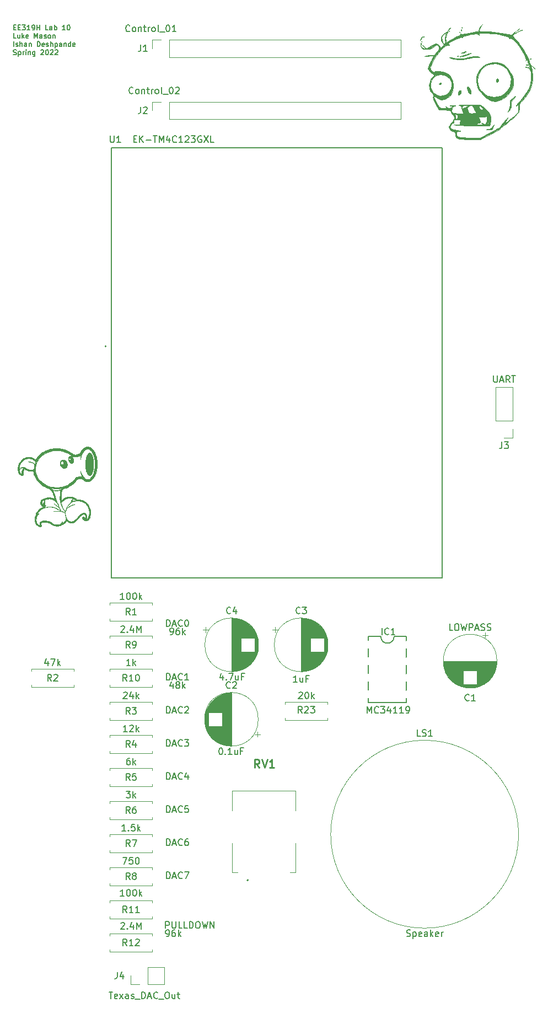
<source format=gto>
%TF.GenerationSoftware,KiCad,Pcbnew,(5.1.9)-1*%
%TF.CreationDate,2022-04-18T13:04:53-05:00*%
%TF.ProjectId,Main Board,4d61696e-2042-46f6-9172-642e6b696361,rev?*%
%TF.SameCoordinates,Original*%
%TF.FileFunction,Legend,Top*%
%TF.FilePolarity,Positive*%
%FSLAX46Y46*%
G04 Gerber Fmt 4.6, Leading zero omitted, Abs format (unit mm)*
G04 Created by KiCad (PCBNEW (5.1.9)-1) date 2022-04-18 13:04:53*
%MOMM*%
%LPD*%
G01*
G04 APERTURE LIST*
%ADD10C,0.127000*%
%ADD11C,0.150000*%
%ADD12C,0.010000*%
%ADD13C,0.200000*%
%ADD14C,0.120000*%
%ADD15C,0.152400*%
%ADD16C,0.100000*%
%ADD17C,0.254000*%
%ADD18R,1.520000X1.520000*%
%ADD19C,1.520000*%
%ADD20C,2.000000*%
%ADD21O,1.600000X1.600000*%
%ADD22C,1.600000*%
%ADD23R,1.700000X1.700000*%
%ADD24O,1.700000X1.700000*%
%ADD25R,1.600000X1.600000*%
%ADD26O,2.641600X1.320800*%
%ADD27C,1.800000*%
%ADD28C,4.460000*%
G04 APERTURE END LIST*
D10*
X19948978Y-13915571D02*
X20202978Y-13915571D01*
X20311835Y-14314714D02*
X19948978Y-14314714D01*
X19948978Y-13552714D01*
X20311835Y-13552714D01*
X20638407Y-13915571D02*
X20892407Y-13915571D01*
X21001264Y-14314714D02*
X20638407Y-14314714D01*
X20638407Y-13552714D01*
X21001264Y-13552714D01*
X21255264Y-13552714D02*
X21726978Y-13552714D01*
X21472978Y-13843000D01*
X21581835Y-13843000D01*
X21654407Y-13879285D01*
X21690692Y-13915571D01*
X21726978Y-13988142D01*
X21726978Y-14169571D01*
X21690692Y-14242142D01*
X21654407Y-14278428D01*
X21581835Y-14314714D01*
X21364121Y-14314714D01*
X21291550Y-14278428D01*
X21255264Y-14242142D01*
X22452692Y-14314714D02*
X22017264Y-14314714D01*
X22234978Y-14314714D02*
X22234978Y-13552714D01*
X22162407Y-13661571D01*
X22089835Y-13734142D01*
X22017264Y-13770428D01*
X22815550Y-14314714D02*
X22960692Y-14314714D01*
X23033264Y-14278428D01*
X23069550Y-14242142D01*
X23142121Y-14133285D01*
X23178407Y-13988142D01*
X23178407Y-13697857D01*
X23142121Y-13625285D01*
X23105835Y-13589000D01*
X23033264Y-13552714D01*
X22888121Y-13552714D01*
X22815550Y-13589000D01*
X22779264Y-13625285D01*
X22742978Y-13697857D01*
X22742978Y-13879285D01*
X22779264Y-13951857D01*
X22815550Y-13988142D01*
X22888121Y-14024428D01*
X23033264Y-14024428D01*
X23105835Y-13988142D01*
X23142121Y-13951857D01*
X23178407Y-13879285D01*
X23504978Y-14314714D02*
X23504978Y-13552714D01*
X23504978Y-13915571D02*
X23940407Y-13915571D01*
X23940407Y-14314714D02*
X23940407Y-13552714D01*
X25246692Y-14314714D02*
X24883835Y-14314714D01*
X24883835Y-13552714D01*
X25827264Y-14314714D02*
X25827264Y-13915571D01*
X25790978Y-13843000D01*
X25718407Y-13806714D01*
X25573264Y-13806714D01*
X25500692Y-13843000D01*
X25827264Y-14278428D02*
X25754692Y-14314714D01*
X25573264Y-14314714D01*
X25500692Y-14278428D01*
X25464407Y-14205857D01*
X25464407Y-14133285D01*
X25500692Y-14060714D01*
X25573264Y-14024428D01*
X25754692Y-14024428D01*
X25827264Y-13988142D01*
X26190121Y-14314714D02*
X26190121Y-13552714D01*
X26190121Y-13843000D02*
X26262692Y-13806714D01*
X26407835Y-13806714D01*
X26480407Y-13843000D01*
X26516692Y-13879285D01*
X26552978Y-13951857D01*
X26552978Y-14169571D01*
X26516692Y-14242142D01*
X26480407Y-14278428D01*
X26407835Y-14314714D01*
X26262692Y-14314714D01*
X26190121Y-14278428D01*
X27859264Y-14314714D02*
X27423835Y-14314714D01*
X27641550Y-14314714D02*
X27641550Y-13552714D01*
X27568978Y-13661571D01*
X27496407Y-13734142D01*
X27423835Y-13770428D01*
X28330978Y-13552714D02*
X28403550Y-13552714D01*
X28476121Y-13589000D01*
X28512407Y-13625285D01*
X28548692Y-13697857D01*
X28584978Y-13843000D01*
X28584978Y-14024428D01*
X28548692Y-14169571D01*
X28512407Y-14242142D01*
X28476121Y-14278428D01*
X28403550Y-14314714D01*
X28330978Y-14314714D01*
X28258407Y-14278428D01*
X28222121Y-14242142D01*
X28185835Y-14169571D01*
X28149550Y-14024428D01*
X28149550Y-13843000D01*
X28185835Y-13697857D01*
X28222121Y-13625285D01*
X28258407Y-13589000D01*
X28330978Y-13552714D01*
X20311835Y-15584714D02*
X19948978Y-15584714D01*
X19948978Y-14822714D01*
X20892407Y-15076714D02*
X20892407Y-15584714D01*
X20565835Y-15076714D02*
X20565835Y-15475857D01*
X20602121Y-15548428D01*
X20674692Y-15584714D01*
X20783550Y-15584714D01*
X20856121Y-15548428D01*
X20892407Y-15512142D01*
X21255264Y-15584714D02*
X21255264Y-14822714D01*
X21327835Y-15294428D02*
X21545550Y-15584714D01*
X21545550Y-15076714D02*
X21255264Y-15367000D01*
X22162407Y-15548428D02*
X22089835Y-15584714D01*
X21944692Y-15584714D01*
X21872121Y-15548428D01*
X21835835Y-15475857D01*
X21835835Y-15185571D01*
X21872121Y-15113000D01*
X21944692Y-15076714D01*
X22089835Y-15076714D01*
X22162407Y-15113000D01*
X22198692Y-15185571D01*
X22198692Y-15258142D01*
X21835835Y-15330714D01*
X23105835Y-15584714D02*
X23105835Y-14822714D01*
X23359835Y-15367000D01*
X23613835Y-14822714D01*
X23613835Y-15584714D01*
X24303264Y-15584714D02*
X24303264Y-15185571D01*
X24266978Y-15113000D01*
X24194407Y-15076714D01*
X24049264Y-15076714D01*
X23976692Y-15113000D01*
X24303264Y-15548428D02*
X24230692Y-15584714D01*
X24049264Y-15584714D01*
X23976692Y-15548428D01*
X23940407Y-15475857D01*
X23940407Y-15403285D01*
X23976692Y-15330714D01*
X24049264Y-15294428D01*
X24230692Y-15294428D01*
X24303264Y-15258142D01*
X24629835Y-15548428D02*
X24702407Y-15584714D01*
X24847550Y-15584714D01*
X24920121Y-15548428D01*
X24956407Y-15475857D01*
X24956407Y-15439571D01*
X24920121Y-15367000D01*
X24847550Y-15330714D01*
X24738692Y-15330714D01*
X24666121Y-15294428D01*
X24629835Y-15221857D01*
X24629835Y-15185571D01*
X24666121Y-15113000D01*
X24738692Y-15076714D01*
X24847550Y-15076714D01*
X24920121Y-15113000D01*
X25391835Y-15584714D02*
X25319264Y-15548428D01*
X25282978Y-15512142D01*
X25246692Y-15439571D01*
X25246692Y-15221857D01*
X25282978Y-15149285D01*
X25319264Y-15113000D01*
X25391835Y-15076714D01*
X25500692Y-15076714D01*
X25573264Y-15113000D01*
X25609550Y-15149285D01*
X25645835Y-15221857D01*
X25645835Y-15439571D01*
X25609550Y-15512142D01*
X25573264Y-15548428D01*
X25500692Y-15584714D01*
X25391835Y-15584714D01*
X25972407Y-15076714D02*
X25972407Y-15584714D01*
X25972407Y-15149285D02*
X26008692Y-15113000D01*
X26081264Y-15076714D01*
X26190121Y-15076714D01*
X26262692Y-15113000D01*
X26298978Y-15185571D01*
X26298978Y-15584714D01*
X19948978Y-16854714D02*
X19948978Y-16092714D01*
X20275550Y-16818428D02*
X20348121Y-16854714D01*
X20493264Y-16854714D01*
X20565835Y-16818428D01*
X20602121Y-16745857D01*
X20602121Y-16709571D01*
X20565835Y-16637000D01*
X20493264Y-16600714D01*
X20384407Y-16600714D01*
X20311835Y-16564428D01*
X20275550Y-16491857D01*
X20275550Y-16455571D01*
X20311835Y-16383000D01*
X20384407Y-16346714D01*
X20493264Y-16346714D01*
X20565835Y-16383000D01*
X20928692Y-16854714D02*
X20928692Y-16092714D01*
X21255264Y-16854714D02*
X21255264Y-16455571D01*
X21218978Y-16383000D01*
X21146407Y-16346714D01*
X21037550Y-16346714D01*
X20964978Y-16383000D01*
X20928692Y-16419285D01*
X21944692Y-16854714D02*
X21944692Y-16455571D01*
X21908407Y-16383000D01*
X21835835Y-16346714D01*
X21690692Y-16346714D01*
X21618121Y-16383000D01*
X21944692Y-16818428D02*
X21872121Y-16854714D01*
X21690692Y-16854714D01*
X21618121Y-16818428D01*
X21581835Y-16745857D01*
X21581835Y-16673285D01*
X21618121Y-16600714D01*
X21690692Y-16564428D01*
X21872121Y-16564428D01*
X21944692Y-16528142D01*
X22307550Y-16346714D02*
X22307550Y-16854714D01*
X22307550Y-16419285D02*
X22343835Y-16383000D01*
X22416407Y-16346714D01*
X22525264Y-16346714D01*
X22597835Y-16383000D01*
X22634121Y-16455571D01*
X22634121Y-16854714D01*
X23577550Y-16854714D02*
X23577550Y-16092714D01*
X23758978Y-16092714D01*
X23867835Y-16129000D01*
X23940407Y-16201571D01*
X23976692Y-16274142D01*
X24012978Y-16419285D01*
X24012978Y-16528142D01*
X23976692Y-16673285D01*
X23940407Y-16745857D01*
X23867835Y-16818428D01*
X23758978Y-16854714D01*
X23577550Y-16854714D01*
X24629835Y-16818428D02*
X24557264Y-16854714D01*
X24412121Y-16854714D01*
X24339550Y-16818428D01*
X24303264Y-16745857D01*
X24303264Y-16455571D01*
X24339550Y-16383000D01*
X24412121Y-16346714D01*
X24557264Y-16346714D01*
X24629835Y-16383000D01*
X24666121Y-16455571D01*
X24666121Y-16528142D01*
X24303264Y-16600714D01*
X24956407Y-16818428D02*
X25028978Y-16854714D01*
X25174121Y-16854714D01*
X25246692Y-16818428D01*
X25282978Y-16745857D01*
X25282978Y-16709571D01*
X25246692Y-16637000D01*
X25174121Y-16600714D01*
X25065264Y-16600714D01*
X24992692Y-16564428D01*
X24956407Y-16491857D01*
X24956407Y-16455571D01*
X24992692Y-16383000D01*
X25065264Y-16346714D01*
X25174121Y-16346714D01*
X25246692Y-16383000D01*
X25609550Y-16854714D02*
X25609550Y-16092714D01*
X25936121Y-16854714D02*
X25936121Y-16455571D01*
X25899835Y-16383000D01*
X25827264Y-16346714D01*
X25718407Y-16346714D01*
X25645835Y-16383000D01*
X25609550Y-16419285D01*
X26298978Y-16346714D02*
X26298978Y-17108714D01*
X26298978Y-16383000D02*
X26371550Y-16346714D01*
X26516692Y-16346714D01*
X26589264Y-16383000D01*
X26625550Y-16419285D01*
X26661835Y-16491857D01*
X26661835Y-16709571D01*
X26625550Y-16782142D01*
X26589264Y-16818428D01*
X26516692Y-16854714D01*
X26371550Y-16854714D01*
X26298978Y-16818428D01*
X27314978Y-16854714D02*
X27314978Y-16455571D01*
X27278692Y-16383000D01*
X27206121Y-16346714D01*
X27060978Y-16346714D01*
X26988407Y-16383000D01*
X27314978Y-16818428D02*
X27242407Y-16854714D01*
X27060978Y-16854714D01*
X26988407Y-16818428D01*
X26952121Y-16745857D01*
X26952121Y-16673285D01*
X26988407Y-16600714D01*
X27060978Y-16564428D01*
X27242407Y-16564428D01*
X27314978Y-16528142D01*
X27677835Y-16346714D02*
X27677835Y-16854714D01*
X27677835Y-16419285D02*
X27714121Y-16383000D01*
X27786692Y-16346714D01*
X27895550Y-16346714D01*
X27968121Y-16383000D01*
X28004407Y-16455571D01*
X28004407Y-16854714D01*
X28693835Y-16854714D02*
X28693835Y-16092714D01*
X28693835Y-16818428D02*
X28621264Y-16854714D01*
X28476121Y-16854714D01*
X28403550Y-16818428D01*
X28367264Y-16782142D01*
X28330978Y-16709571D01*
X28330978Y-16491857D01*
X28367264Y-16419285D01*
X28403550Y-16383000D01*
X28476121Y-16346714D01*
X28621264Y-16346714D01*
X28693835Y-16383000D01*
X29346978Y-16818428D02*
X29274407Y-16854714D01*
X29129264Y-16854714D01*
X29056692Y-16818428D01*
X29020407Y-16745857D01*
X29020407Y-16455571D01*
X29056692Y-16383000D01*
X29129264Y-16346714D01*
X29274407Y-16346714D01*
X29346978Y-16383000D01*
X29383264Y-16455571D01*
X29383264Y-16528142D01*
X29020407Y-16600714D01*
X19912692Y-18088428D02*
X20021550Y-18124714D01*
X20202978Y-18124714D01*
X20275550Y-18088428D01*
X20311835Y-18052142D01*
X20348121Y-17979571D01*
X20348121Y-17907000D01*
X20311835Y-17834428D01*
X20275550Y-17798142D01*
X20202978Y-17761857D01*
X20057835Y-17725571D01*
X19985264Y-17689285D01*
X19948978Y-17653000D01*
X19912692Y-17580428D01*
X19912692Y-17507857D01*
X19948978Y-17435285D01*
X19985264Y-17399000D01*
X20057835Y-17362714D01*
X20239264Y-17362714D01*
X20348121Y-17399000D01*
X20674692Y-17616714D02*
X20674692Y-18378714D01*
X20674692Y-17653000D02*
X20747264Y-17616714D01*
X20892407Y-17616714D01*
X20964978Y-17653000D01*
X21001264Y-17689285D01*
X21037550Y-17761857D01*
X21037550Y-17979571D01*
X21001264Y-18052142D01*
X20964978Y-18088428D01*
X20892407Y-18124714D01*
X20747264Y-18124714D01*
X20674692Y-18088428D01*
X21364121Y-18124714D02*
X21364121Y-17616714D01*
X21364121Y-17761857D02*
X21400407Y-17689285D01*
X21436692Y-17653000D01*
X21509264Y-17616714D01*
X21581835Y-17616714D01*
X21835835Y-18124714D02*
X21835835Y-17616714D01*
X21835835Y-17362714D02*
X21799550Y-17399000D01*
X21835835Y-17435285D01*
X21872121Y-17399000D01*
X21835835Y-17362714D01*
X21835835Y-17435285D01*
X22198692Y-17616714D02*
X22198692Y-18124714D01*
X22198692Y-17689285D02*
X22234978Y-17653000D01*
X22307550Y-17616714D01*
X22416407Y-17616714D01*
X22488978Y-17653000D01*
X22525264Y-17725571D01*
X22525264Y-18124714D01*
X23214692Y-17616714D02*
X23214692Y-18233571D01*
X23178407Y-18306142D01*
X23142121Y-18342428D01*
X23069550Y-18378714D01*
X22960692Y-18378714D01*
X22888121Y-18342428D01*
X23214692Y-18088428D02*
X23142121Y-18124714D01*
X22996978Y-18124714D01*
X22924407Y-18088428D01*
X22888121Y-18052142D01*
X22851835Y-17979571D01*
X22851835Y-17761857D01*
X22888121Y-17689285D01*
X22924407Y-17653000D01*
X22996978Y-17616714D01*
X23142121Y-17616714D01*
X23214692Y-17653000D01*
X24121835Y-17435285D02*
X24158121Y-17399000D01*
X24230692Y-17362714D01*
X24412121Y-17362714D01*
X24484692Y-17399000D01*
X24520978Y-17435285D01*
X24557264Y-17507857D01*
X24557264Y-17580428D01*
X24520978Y-17689285D01*
X24085550Y-18124714D01*
X24557264Y-18124714D01*
X25028978Y-17362714D02*
X25101550Y-17362714D01*
X25174121Y-17399000D01*
X25210407Y-17435285D01*
X25246692Y-17507857D01*
X25282978Y-17653000D01*
X25282978Y-17834428D01*
X25246692Y-17979571D01*
X25210407Y-18052142D01*
X25174121Y-18088428D01*
X25101550Y-18124714D01*
X25028978Y-18124714D01*
X24956407Y-18088428D01*
X24920121Y-18052142D01*
X24883835Y-17979571D01*
X24847550Y-17834428D01*
X24847550Y-17653000D01*
X24883835Y-17507857D01*
X24920121Y-17435285D01*
X24956407Y-17399000D01*
X25028978Y-17362714D01*
X25573264Y-17435285D02*
X25609550Y-17399000D01*
X25682121Y-17362714D01*
X25863550Y-17362714D01*
X25936121Y-17399000D01*
X25972407Y-17435285D01*
X26008692Y-17507857D01*
X26008692Y-17580428D01*
X25972407Y-17689285D01*
X25536978Y-18124714D01*
X26008692Y-18124714D01*
X26298978Y-17435285D02*
X26335264Y-17399000D01*
X26407835Y-17362714D01*
X26589264Y-17362714D01*
X26661835Y-17399000D01*
X26698121Y-17435285D01*
X26734407Y-17507857D01*
X26734407Y-17580428D01*
X26698121Y-17689285D01*
X26262692Y-18124714D01*
X26734407Y-18124714D01*
D11*
X43378571Y-153487380D02*
X43569047Y-153487380D01*
X43664285Y-153439761D01*
X43711904Y-153392142D01*
X43807142Y-153249285D01*
X43854761Y-153058809D01*
X43854761Y-152677857D01*
X43807142Y-152582619D01*
X43759523Y-152535000D01*
X43664285Y-152487380D01*
X43473809Y-152487380D01*
X43378571Y-152535000D01*
X43330952Y-152582619D01*
X43283333Y-152677857D01*
X43283333Y-152915952D01*
X43330952Y-153011190D01*
X43378571Y-153058809D01*
X43473809Y-153106428D01*
X43664285Y-153106428D01*
X43759523Y-153058809D01*
X43807142Y-153011190D01*
X43854761Y-152915952D01*
X44711904Y-152487380D02*
X44521428Y-152487380D01*
X44426190Y-152535000D01*
X44378571Y-152582619D01*
X44283333Y-152725476D01*
X44235714Y-152915952D01*
X44235714Y-153296904D01*
X44283333Y-153392142D01*
X44330952Y-153439761D01*
X44426190Y-153487380D01*
X44616666Y-153487380D01*
X44711904Y-153439761D01*
X44759523Y-153392142D01*
X44807142Y-153296904D01*
X44807142Y-153058809D01*
X44759523Y-152963571D01*
X44711904Y-152915952D01*
X44616666Y-152868333D01*
X44426190Y-152868333D01*
X44330952Y-152915952D01*
X44283333Y-152963571D01*
X44235714Y-153058809D01*
X45235714Y-153487380D02*
X45235714Y-152487380D01*
X45330952Y-153106428D02*
X45616666Y-153487380D01*
X45616666Y-152820714D02*
X45235714Y-153201666D01*
X44394523Y-114720714D02*
X44394523Y-115387380D01*
X44156428Y-114339761D02*
X43918333Y-115054047D01*
X44537380Y-115054047D01*
X45061190Y-114815952D02*
X44965952Y-114768333D01*
X44918333Y-114720714D01*
X44870714Y-114625476D01*
X44870714Y-114577857D01*
X44918333Y-114482619D01*
X44965952Y-114435000D01*
X45061190Y-114387380D01*
X45251666Y-114387380D01*
X45346904Y-114435000D01*
X45394523Y-114482619D01*
X45442142Y-114577857D01*
X45442142Y-114625476D01*
X45394523Y-114720714D01*
X45346904Y-114768333D01*
X45251666Y-114815952D01*
X45061190Y-114815952D01*
X44965952Y-114863571D01*
X44918333Y-114911190D01*
X44870714Y-115006428D01*
X44870714Y-115196904D01*
X44918333Y-115292142D01*
X44965952Y-115339761D01*
X45061190Y-115387380D01*
X45251666Y-115387380D01*
X45346904Y-115339761D01*
X45394523Y-115292142D01*
X45442142Y-115196904D01*
X45442142Y-115006428D01*
X45394523Y-114911190D01*
X45346904Y-114863571D01*
X45251666Y-114815952D01*
X45870714Y-115387380D02*
X45870714Y-114387380D01*
X45965952Y-115006428D02*
X46251666Y-115387380D01*
X46251666Y-114720714D02*
X45870714Y-115101666D01*
X44013571Y-107132380D02*
X44204047Y-107132380D01*
X44299285Y-107084761D01*
X44346904Y-107037142D01*
X44442142Y-106894285D01*
X44489761Y-106703809D01*
X44489761Y-106322857D01*
X44442142Y-106227619D01*
X44394523Y-106180000D01*
X44299285Y-106132380D01*
X44108809Y-106132380D01*
X44013571Y-106180000D01*
X43965952Y-106227619D01*
X43918333Y-106322857D01*
X43918333Y-106560952D01*
X43965952Y-106656190D01*
X44013571Y-106703809D01*
X44108809Y-106751428D01*
X44299285Y-106751428D01*
X44394523Y-106703809D01*
X44442142Y-106656190D01*
X44489761Y-106560952D01*
X45346904Y-106132380D02*
X45156428Y-106132380D01*
X45061190Y-106180000D01*
X45013571Y-106227619D01*
X44918333Y-106370476D01*
X44870714Y-106560952D01*
X44870714Y-106941904D01*
X44918333Y-107037142D01*
X44965952Y-107084761D01*
X45061190Y-107132380D01*
X45251666Y-107132380D01*
X45346904Y-107084761D01*
X45394523Y-107037142D01*
X45442142Y-106941904D01*
X45442142Y-106703809D01*
X45394523Y-106608571D01*
X45346904Y-106560952D01*
X45251666Y-106513333D01*
X45061190Y-106513333D01*
X44965952Y-106560952D01*
X44918333Y-106608571D01*
X44870714Y-106703809D01*
X45870714Y-107132380D02*
X45870714Y-106132380D01*
X45965952Y-106751428D02*
X46251666Y-107132380D01*
X46251666Y-106465714D02*
X45870714Y-106846666D01*
X43418333Y-105862380D02*
X43418333Y-104862380D01*
X43656428Y-104862380D01*
X43799285Y-104910000D01*
X43894523Y-105005238D01*
X43942142Y-105100476D01*
X43989761Y-105290952D01*
X43989761Y-105433809D01*
X43942142Y-105624285D01*
X43894523Y-105719523D01*
X43799285Y-105814761D01*
X43656428Y-105862380D01*
X43418333Y-105862380D01*
X44370714Y-105576666D02*
X44846904Y-105576666D01*
X44275476Y-105862380D02*
X44608809Y-104862380D01*
X44942142Y-105862380D01*
X45846904Y-105767142D02*
X45799285Y-105814761D01*
X45656428Y-105862380D01*
X45561190Y-105862380D01*
X45418333Y-105814761D01*
X45323095Y-105719523D01*
X45275476Y-105624285D01*
X45227857Y-105433809D01*
X45227857Y-105290952D01*
X45275476Y-105100476D01*
X45323095Y-105005238D01*
X45418333Y-104910000D01*
X45561190Y-104862380D01*
X45656428Y-104862380D01*
X45799285Y-104910000D01*
X45846904Y-104957619D01*
X46465952Y-104862380D02*
X46561190Y-104862380D01*
X46656428Y-104910000D01*
X46704047Y-104957619D01*
X46751666Y-105052857D01*
X46799285Y-105243333D01*
X46799285Y-105481428D01*
X46751666Y-105671904D01*
X46704047Y-105767142D01*
X46656428Y-105814761D01*
X46561190Y-105862380D01*
X46465952Y-105862380D01*
X46370714Y-105814761D01*
X46323095Y-105767142D01*
X46275476Y-105671904D01*
X46227857Y-105481428D01*
X46227857Y-105243333D01*
X46275476Y-105052857D01*
X46323095Y-104957619D01*
X46370714Y-104910000D01*
X46465952Y-104862380D01*
X43418333Y-114117380D02*
X43418333Y-113117380D01*
X43656428Y-113117380D01*
X43799285Y-113165000D01*
X43894523Y-113260238D01*
X43942142Y-113355476D01*
X43989761Y-113545952D01*
X43989761Y-113688809D01*
X43942142Y-113879285D01*
X43894523Y-113974523D01*
X43799285Y-114069761D01*
X43656428Y-114117380D01*
X43418333Y-114117380D01*
X44370714Y-113831666D02*
X44846904Y-113831666D01*
X44275476Y-114117380D02*
X44608809Y-113117380D01*
X44942142Y-114117380D01*
X45846904Y-114022142D02*
X45799285Y-114069761D01*
X45656428Y-114117380D01*
X45561190Y-114117380D01*
X45418333Y-114069761D01*
X45323095Y-113974523D01*
X45275476Y-113879285D01*
X45227857Y-113688809D01*
X45227857Y-113545952D01*
X45275476Y-113355476D01*
X45323095Y-113260238D01*
X45418333Y-113165000D01*
X45561190Y-113117380D01*
X45656428Y-113117380D01*
X45799285Y-113165000D01*
X45846904Y-113212619D01*
X46799285Y-114117380D02*
X46227857Y-114117380D01*
X46513571Y-114117380D02*
X46513571Y-113117380D01*
X46418333Y-113260238D01*
X46323095Y-113355476D01*
X46227857Y-113403095D01*
X43418333Y-119197380D02*
X43418333Y-118197380D01*
X43656428Y-118197380D01*
X43799285Y-118245000D01*
X43894523Y-118340238D01*
X43942142Y-118435476D01*
X43989761Y-118625952D01*
X43989761Y-118768809D01*
X43942142Y-118959285D01*
X43894523Y-119054523D01*
X43799285Y-119149761D01*
X43656428Y-119197380D01*
X43418333Y-119197380D01*
X44370714Y-118911666D02*
X44846904Y-118911666D01*
X44275476Y-119197380D02*
X44608809Y-118197380D01*
X44942142Y-119197380D01*
X45846904Y-119102142D02*
X45799285Y-119149761D01*
X45656428Y-119197380D01*
X45561190Y-119197380D01*
X45418333Y-119149761D01*
X45323095Y-119054523D01*
X45275476Y-118959285D01*
X45227857Y-118768809D01*
X45227857Y-118625952D01*
X45275476Y-118435476D01*
X45323095Y-118340238D01*
X45418333Y-118245000D01*
X45561190Y-118197380D01*
X45656428Y-118197380D01*
X45799285Y-118245000D01*
X45846904Y-118292619D01*
X46227857Y-118292619D02*
X46275476Y-118245000D01*
X46370714Y-118197380D01*
X46608809Y-118197380D01*
X46704047Y-118245000D01*
X46751666Y-118292619D01*
X46799285Y-118387857D01*
X46799285Y-118483095D01*
X46751666Y-118625952D01*
X46180238Y-119197380D01*
X46799285Y-119197380D01*
X43418333Y-124277380D02*
X43418333Y-123277380D01*
X43656428Y-123277380D01*
X43799285Y-123325000D01*
X43894523Y-123420238D01*
X43942142Y-123515476D01*
X43989761Y-123705952D01*
X43989761Y-123848809D01*
X43942142Y-124039285D01*
X43894523Y-124134523D01*
X43799285Y-124229761D01*
X43656428Y-124277380D01*
X43418333Y-124277380D01*
X44370714Y-123991666D02*
X44846904Y-123991666D01*
X44275476Y-124277380D02*
X44608809Y-123277380D01*
X44942142Y-124277380D01*
X45846904Y-124182142D02*
X45799285Y-124229761D01*
X45656428Y-124277380D01*
X45561190Y-124277380D01*
X45418333Y-124229761D01*
X45323095Y-124134523D01*
X45275476Y-124039285D01*
X45227857Y-123848809D01*
X45227857Y-123705952D01*
X45275476Y-123515476D01*
X45323095Y-123420238D01*
X45418333Y-123325000D01*
X45561190Y-123277380D01*
X45656428Y-123277380D01*
X45799285Y-123325000D01*
X45846904Y-123372619D01*
X46180238Y-123277380D02*
X46799285Y-123277380D01*
X46465952Y-123658333D01*
X46608809Y-123658333D01*
X46704047Y-123705952D01*
X46751666Y-123753571D01*
X46799285Y-123848809D01*
X46799285Y-124086904D01*
X46751666Y-124182142D01*
X46704047Y-124229761D01*
X46608809Y-124277380D01*
X46323095Y-124277380D01*
X46227857Y-124229761D01*
X46180238Y-124182142D01*
X43418333Y-129357380D02*
X43418333Y-128357380D01*
X43656428Y-128357380D01*
X43799285Y-128405000D01*
X43894523Y-128500238D01*
X43942142Y-128595476D01*
X43989761Y-128785952D01*
X43989761Y-128928809D01*
X43942142Y-129119285D01*
X43894523Y-129214523D01*
X43799285Y-129309761D01*
X43656428Y-129357380D01*
X43418333Y-129357380D01*
X44370714Y-129071666D02*
X44846904Y-129071666D01*
X44275476Y-129357380D02*
X44608809Y-128357380D01*
X44942142Y-129357380D01*
X45846904Y-129262142D02*
X45799285Y-129309761D01*
X45656428Y-129357380D01*
X45561190Y-129357380D01*
X45418333Y-129309761D01*
X45323095Y-129214523D01*
X45275476Y-129119285D01*
X45227857Y-128928809D01*
X45227857Y-128785952D01*
X45275476Y-128595476D01*
X45323095Y-128500238D01*
X45418333Y-128405000D01*
X45561190Y-128357380D01*
X45656428Y-128357380D01*
X45799285Y-128405000D01*
X45846904Y-128452619D01*
X46704047Y-128690714D02*
X46704047Y-129357380D01*
X46465952Y-128309761D02*
X46227857Y-129024047D01*
X46846904Y-129024047D01*
X43418333Y-134437380D02*
X43418333Y-133437380D01*
X43656428Y-133437380D01*
X43799285Y-133485000D01*
X43894523Y-133580238D01*
X43942142Y-133675476D01*
X43989761Y-133865952D01*
X43989761Y-134008809D01*
X43942142Y-134199285D01*
X43894523Y-134294523D01*
X43799285Y-134389761D01*
X43656428Y-134437380D01*
X43418333Y-134437380D01*
X44370714Y-134151666D02*
X44846904Y-134151666D01*
X44275476Y-134437380D02*
X44608809Y-133437380D01*
X44942142Y-134437380D01*
X45846904Y-134342142D02*
X45799285Y-134389761D01*
X45656428Y-134437380D01*
X45561190Y-134437380D01*
X45418333Y-134389761D01*
X45323095Y-134294523D01*
X45275476Y-134199285D01*
X45227857Y-134008809D01*
X45227857Y-133865952D01*
X45275476Y-133675476D01*
X45323095Y-133580238D01*
X45418333Y-133485000D01*
X45561190Y-133437380D01*
X45656428Y-133437380D01*
X45799285Y-133485000D01*
X45846904Y-133532619D01*
X46751666Y-133437380D02*
X46275476Y-133437380D01*
X46227857Y-133913571D01*
X46275476Y-133865952D01*
X46370714Y-133818333D01*
X46608809Y-133818333D01*
X46704047Y-133865952D01*
X46751666Y-133913571D01*
X46799285Y-134008809D01*
X46799285Y-134246904D01*
X46751666Y-134342142D01*
X46704047Y-134389761D01*
X46608809Y-134437380D01*
X46370714Y-134437380D01*
X46275476Y-134389761D01*
X46227857Y-134342142D01*
X43418333Y-139517380D02*
X43418333Y-138517380D01*
X43656428Y-138517380D01*
X43799285Y-138565000D01*
X43894523Y-138660238D01*
X43942142Y-138755476D01*
X43989761Y-138945952D01*
X43989761Y-139088809D01*
X43942142Y-139279285D01*
X43894523Y-139374523D01*
X43799285Y-139469761D01*
X43656428Y-139517380D01*
X43418333Y-139517380D01*
X44370714Y-139231666D02*
X44846904Y-139231666D01*
X44275476Y-139517380D02*
X44608809Y-138517380D01*
X44942142Y-139517380D01*
X45846904Y-139422142D02*
X45799285Y-139469761D01*
X45656428Y-139517380D01*
X45561190Y-139517380D01*
X45418333Y-139469761D01*
X45323095Y-139374523D01*
X45275476Y-139279285D01*
X45227857Y-139088809D01*
X45227857Y-138945952D01*
X45275476Y-138755476D01*
X45323095Y-138660238D01*
X45418333Y-138565000D01*
X45561190Y-138517380D01*
X45656428Y-138517380D01*
X45799285Y-138565000D01*
X45846904Y-138612619D01*
X46704047Y-138517380D02*
X46513571Y-138517380D01*
X46418333Y-138565000D01*
X46370714Y-138612619D01*
X46275476Y-138755476D01*
X46227857Y-138945952D01*
X46227857Y-139326904D01*
X46275476Y-139422142D01*
X46323095Y-139469761D01*
X46418333Y-139517380D01*
X46608809Y-139517380D01*
X46704047Y-139469761D01*
X46751666Y-139422142D01*
X46799285Y-139326904D01*
X46799285Y-139088809D01*
X46751666Y-138993571D01*
X46704047Y-138945952D01*
X46608809Y-138898333D01*
X46418333Y-138898333D01*
X46323095Y-138945952D01*
X46275476Y-138993571D01*
X46227857Y-139088809D01*
X43418333Y-144597380D02*
X43418333Y-143597380D01*
X43656428Y-143597380D01*
X43799285Y-143645000D01*
X43894523Y-143740238D01*
X43942142Y-143835476D01*
X43989761Y-144025952D01*
X43989761Y-144168809D01*
X43942142Y-144359285D01*
X43894523Y-144454523D01*
X43799285Y-144549761D01*
X43656428Y-144597380D01*
X43418333Y-144597380D01*
X44370714Y-144311666D02*
X44846904Y-144311666D01*
X44275476Y-144597380D02*
X44608809Y-143597380D01*
X44942142Y-144597380D01*
X45846904Y-144502142D02*
X45799285Y-144549761D01*
X45656428Y-144597380D01*
X45561190Y-144597380D01*
X45418333Y-144549761D01*
X45323095Y-144454523D01*
X45275476Y-144359285D01*
X45227857Y-144168809D01*
X45227857Y-144025952D01*
X45275476Y-143835476D01*
X45323095Y-143740238D01*
X45418333Y-143645000D01*
X45561190Y-143597380D01*
X45656428Y-143597380D01*
X45799285Y-143645000D01*
X45846904Y-143692619D01*
X46180238Y-143597380D02*
X46846904Y-143597380D01*
X46418333Y-144597380D01*
X43275714Y-152217380D02*
X43275714Y-151217380D01*
X43656666Y-151217380D01*
X43751904Y-151265000D01*
X43799523Y-151312619D01*
X43847142Y-151407857D01*
X43847142Y-151550714D01*
X43799523Y-151645952D01*
X43751904Y-151693571D01*
X43656666Y-151741190D01*
X43275714Y-151741190D01*
X44275714Y-151217380D02*
X44275714Y-152026904D01*
X44323333Y-152122142D01*
X44370952Y-152169761D01*
X44466190Y-152217380D01*
X44656666Y-152217380D01*
X44751904Y-152169761D01*
X44799523Y-152122142D01*
X44847142Y-152026904D01*
X44847142Y-151217380D01*
X45799523Y-152217380D02*
X45323333Y-152217380D01*
X45323333Y-151217380D01*
X46609047Y-152217380D02*
X46132857Y-152217380D01*
X46132857Y-151217380D01*
X46942380Y-152217380D02*
X46942380Y-151217380D01*
X47180476Y-151217380D01*
X47323333Y-151265000D01*
X47418571Y-151360238D01*
X47466190Y-151455476D01*
X47513809Y-151645952D01*
X47513809Y-151788809D01*
X47466190Y-151979285D01*
X47418571Y-152074523D01*
X47323333Y-152169761D01*
X47180476Y-152217380D01*
X46942380Y-152217380D01*
X48132857Y-151217380D02*
X48323333Y-151217380D01*
X48418571Y-151265000D01*
X48513809Y-151360238D01*
X48561428Y-151550714D01*
X48561428Y-151884047D01*
X48513809Y-152074523D01*
X48418571Y-152169761D01*
X48323333Y-152217380D01*
X48132857Y-152217380D01*
X48037619Y-152169761D01*
X47942380Y-152074523D01*
X47894761Y-151884047D01*
X47894761Y-151550714D01*
X47942380Y-151360238D01*
X48037619Y-151265000D01*
X48132857Y-151217380D01*
X48894761Y-151217380D02*
X49132857Y-152217380D01*
X49323333Y-151503095D01*
X49513809Y-152217380D01*
X49751904Y-151217380D01*
X50132857Y-152217380D02*
X50132857Y-151217380D01*
X50704285Y-152217380D01*
X50704285Y-151217380D01*
D12*
%TO.C,G\u002A\u002A\u002A*%
G36*
X28697256Y-79739109D02*
G01*
X28749564Y-79748752D01*
X28774972Y-79757069D01*
X28828519Y-79789734D01*
X28888750Y-79841129D01*
X28949754Y-79904902D01*
X29005622Y-79974700D01*
X29050442Y-80044172D01*
X29061151Y-80064613D01*
X29106120Y-80176606D01*
X29132182Y-80287294D01*
X29140564Y-80394092D01*
X29132493Y-80494415D01*
X29109195Y-80585679D01*
X29071899Y-80665299D01*
X29021831Y-80730689D01*
X28960218Y-80779266D01*
X28888287Y-80808444D01*
X28807265Y-80815638D01*
X28718379Y-80798265D01*
X28713632Y-80796664D01*
X28635948Y-80756924D01*
X28559561Y-80693837D01*
X28488193Y-80612016D01*
X28425566Y-80516074D01*
X28375403Y-80410626D01*
X28355105Y-80352334D01*
X28340592Y-80301903D01*
X28330140Y-80260609D01*
X28325920Y-80237064D01*
X28325912Y-80236560D01*
X28333671Y-80218575D01*
X28352267Y-80219755D01*
X28374675Y-80237616D01*
X28388938Y-80258851D01*
X28417353Y-80295701D01*
X28451751Y-80322000D01*
X28505883Y-80341494D01*
X28553382Y-80337483D01*
X28600731Y-80308707D01*
X28622259Y-80288806D01*
X28655081Y-80252608D01*
X28671349Y-80221949D01*
X28676530Y-80184968D01*
X28676740Y-80170603D01*
X28672605Y-80123740D01*
X28656136Y-80089146D01*
X28633561Y-80063704D01*
X28600234Y-80035710D01*
X28565964Y-80023166D01*
X28523189Y-80020525D01*
X28455801Y-80030745D01*
X28406938Y-80060602D01*
X28378304Y-80108893D01*
X28374081Y-80125881D01*
X28361750Y-80163813D01*
X28343614Y-80191286D01*
X28324894Y-80201784D01*
X28316295Y-80198016D01*
X28312778Y-80178179D01*
X28316600Y-80138766D01*
X28326219Y-80086825D01*
X28340096Y-80029404D01*
X28356690Y-79973553D01*
X28374460Y-79926319D01*
X28376820Y-79921084D01*
X28421839Y-79840268D01*
X28472426Y-79784520D01*
X28532807Y-79750873D01*
X28607212Y-79736362D01*
X28641657Y-79735250D01*
X28697256Y-79739109D01*
G37*
X28697256Y-79739109D02*
X28749564Y-79748752D01*
X28774972Y-79757069D01*
X28828519Y-79789734D01*
X28888750Y-79841129D01*
X28949754Y-79904902D01*
X29005622Y-79974700D01*
X29050442Y-80044172D01*
X29061151Y-80064613D01*
X29106120Y-80176606D01*
X29132182Y-80287294D01*
X29140564Y-80394092D01*
X29132493Y-80494415D01*
X29109195Y-80585679D01*
X29071899Y-80665299D01*
X29021831Y-80730689D01*
X28960218Y-80779266D01*
X28888287Y-80808444D01*
X28807265Y-80815638D01*
X28718379Y-80798265D01*
X28713632Y-80796664D01*
X28635948Y-80756924D01*
X28559561Y-80693837D01*
X28488193Y-80612016D01*
X28425566Y-80516074D01*
X28375403Y-80410626D01*
X28355105Y-80352334D01*
X28340592Y-80301903D01*
X28330140Y-80260609D01*
X28325920Y-80237064D01*
X28325912Y-80236560D01*
X28333671Y-80218575D01*
X28352267Y-80219755D01*
X28374675Y-80237616D01*
X28388938Y-80258851D01*
X28417353Y-80295701D01*
X28451751Y-80322000D01*
X28505883Y-80341494D01*
X28553382Y-80337483D01*
X28600731Y-80308707D01*
X28622259Y-80288806D01*
X28655081Y-80252608D01*
X28671349Y-80221949D01*
X28676530Y-80184968D01*
X28676740Y-80170603D01*
X28672605Y-80123740D01*
X28656136Y-80089146D01*
X28633561Y-80063704D01*
X28600234Y-80035710D01*
X28565964Y-80023166D01*
X28523189Y-80020525D01*
X28455801Y-80030745D01*
X28406938Y-80060602D01*
X28378304Y-80108893D01*
X28374081Y-80125881D01*
X28361750Y-80163813D01*
X28343614Y-80191286D01*
X28324894Y-80201784D01*
X28316295Y-80198016D01*
X28312778Y-80178179D01*
X28316600Y-80138766D01*
X28326219Y-80086825D01*
X28340096Y-80029404D01*
X28356690Y-79973553D01*
X28374460Y-79926319D01*
X28376820Y-79921084D01*
X28421839Y-79840268D01*
X28472426Y-79784520D01*
X28532807Y-79750873D01*
X28607212Y-79736362D01*
X28641657Y-79735250D01*
X28697256Y-79739109D01*
G36*
X27602133Y-80284490D02*
G01*
X27671214Y-80297088D01*
X27735316Y-80321975D01*
X27803509Y-80362318D01*
X27853770Y-80397919D01*
X27902371Y-80436452D01*
X27942193Y-80475533D01*
X27978341Y-80521599D01*
X28015922Y-80581085D01*
X28055817Y-80652574D01*
X28102063Y-80754410D01*
X28130210Y-80858505D01*
X28142500Y-80974388D01*
X28143481Y-81024557D01*
X28134315Y-81162498D01*
X28106187Y-81280722D01*
X28058148Y-81381031D01*
X27989249Y-81465231D01*
X27898542Y-81535126D01*
X27864761Y-81554762D01*
X27790188Y-81583827D01*
X27703270Y-81599996D01*
X27615436Y-81602139D01*
X27538114Y-81589130D01*
X27533039Y-81587506D01*
X27410756Y-81532290D01*
X27301492Y-81453737D01*
X27207785Y-81354548D01*
X27132176Y-81237424D01*
X27077207Y-81105065D01*
X27076212Y-81101886D01*
X27057760Y-81020603D01*
X27047024Y-80926292D01*
X27044160Y-80828194D01*
X27047433Y-80769447D01*
X27137093Y-80769447D01*
X27155856Y-80843549D01*
X27192474Y-80907845D01*
X27245054Y-80955821D01*
X27261486Y-80965005D01*
X27321673Y-80983034D01*
X27392385Y-80987420D01*
X27459889Y-80978031D01*
X27490082Y-80967228D01*
X27544464Y-80927173D01*
X27587817Y-80867670D01*
X27615709Y-80796555D01*
X27623946Y-80730613D01*
X27610326Y-80658392D01*
X27573920Y-80590035D01*
X27519879Y-80532103D01*
X27453352Y-80491154D01*
X27428957Y-80482310D01*
X27359281Y-80475231D01*
X27290086Y-80492764D01*
X27227192Y-80531970D01*
X27176418Y-80589906D01*
X27160698Y-80617888D01*
X27138076Y-80692055D01*
X27137093Y-80769447D01*
X27047433Y-80769447D01*
X27049322Y-80735551D01*
X27062665Y-80657604D01*
X27068449Y-80637983D01*
X27101702Y-80554579D01*
X27141687Y-80478734D01*
X27184313Y-80417333D01*
X27221903Y-80379846D01*
X27292848Y-80331699D01*
X27357151Y-80301609D01*
X27425748Y-80285938D01*
X27509573Y-80281049D01*
X27519005Y-80281013D01*
X27602133Y-80284490D01*
G37*
X27602133Y-80284490D02*
X27671214Y-80297088D01*
X27735316Y-80321975D01*
X27803509Y-80362318D01*
X27853770Y-80397919D01*
X27902371Y-80436452D01*
X27942193Y-80475533D01*
X27978341Y-80521599D01*
X28015922Y-80581085D01*
X28055817Y-80652574D01*
X28102063Y-80754410D01*
X28130210Y-80858505D01*
X28142500Y-80974388D01*
X28143481Y-81024557D01*
X28134315Y-81162498D01*
X28106187Y-81280722D01*
X28058148Y-81381031D01*
X27989249Y-81465231D01*
X27898542Y-81535126D01*
X27864761Y-81554762D01*
X27790188Y-81583827D01*
X27703270Y-81599996D01*
X27615436Y-81602139D01*
X27538114Y-81589130D01*
X27533039Y-81587506D01*
X27410756Y-81532290D01*
X27301492Y-81453737D01*
X27207785Y-81354548D01*
X27132176Y-81237424D01*
X27077207Y-81105065D01*
X27076212Y-81101886D01*
X27057760Y-81020603D01*
X27047024Y-80926292D01*
X27044160Y-80828194D01*
X27047433Y-80769447D01*
X27137093Y-80769447D01*
X27155856Y-80843549D01*
X27192474Y-80907845D01*
X27245054Y-80955821D01*
X27261486Y-80965005D01*
X27321673Y-80983034D01*
X27392385Y-80987420D01*
X27459889Y-80978031D01*
X27490082Y-80967228D01*
X27544464Y-80927173D01*
X27587817Y-80867670D01*
X27615709Y-80796555D01*
X27623946Y-80730613D01*
X27610326Y-80658392D01*
X27573920Y-80590035D01*
X27519879Y-80532103D01*
X27453352Y-80491154D01*
X27428957Y-80482310D01*
X27359281Y-80475231D01*
X27290086Y-80492764D01*
X27227192Y-80531970D01*
X27176418Y-80589906D01*
X27160698Y-80617888D01*
X27138076Y-80692055D01*
X27137093Y-80769447D01*
X27047433Y-80769447D01*
X27049322Y-80735551D01*
X27062665Y-80657604D01*
X27068449Y-80637983D01*
X27101702Y-80554579D01*
X27141687Y-80478734D01*
X27184313Y-80417333D01*
X27221903Y-80379846D01*
X27292848Y-80331699D01*
X27357151Y-80301609D01*
X27425748Y-80285938D01*
X27509573Y-80281049D01*
X27519005Y-80281013D01*
X27602133Y-80284490D01*
G36*
X31626535Y-79239842D02*
G01*
X31698904Y-79271434D01*
X31772752Y-79329576D01*
X31827478Y-79387856D01*
X31888798Y-79472994D01*
X31947944Y-79580065D01*
X32002402Y-79702939D01*
X32049655Y-79835484D01*
X32087189Y-79971569D01*
X32106841Y-80068657D01*
X32117552Y-80128817D01*
X32127480Y-80178746D01*
X32135254Y-80211835D01*
X32138486Y-80221154D01*
X32146755Y-80247889D01*
X32154916Y-80298661D01*
X32162793Y-80369439D01*
X32170210Y-80456192D01*
X32176993Y-80554891D01*
X32182966Y-80661506D01*
X32187953Y-80772006D01*
X32191781Y-80882361D01*
X32194272Y-80988541D01*
X32195253Y-81086516D01*
X32194548Y-81172256D01*
X32191981Y-81241731D01*
X32187378Y-81290910D01*
X32185469Y-81301596D01*
X32178188Y-81344861D01*
X32170189Y-81407469D01*
X32162482Y-81480749D01*
X32156526Y-81550034D01*
X32148475Y-81640763D01*
X32138185Y-81721933D01*
X32124195Y-81800584D01*
X32105047Y-81883756D01*
X32079280Y-81978487D01*
X32045434Y-82091817D01*
X32041548Y-82104447D01*
X32012539Y-82196024D01*
X31987357Y-82267941D01*
X31962668Y-82327676D01*
X31935137Y-82382707D01*
X31901430Y-82440512D01*
X31868364Y-82492869D01*
X31799223Y-82582362D01*
X31724780Y-82644345D01*
X31644931Y-82678884D01*
X31580387Y-82686823D01*
X31526168Y-82683569D01*
X31485324Y-82670978D01*
X31446454Y-82646865D01*
X31371637Y-82583330D01*
X31304932Y-82505942D01*
X31245111Y-82412234D01*
X31190944Y-82299739D01*
X31141202Y-82165988D01*
X31094656Y-82008515D01*
X31060999Y-81872900D01*
X31038016Y-81772812D01*
X31020884Y-81694903D01*
X31008746Y-81634099D01*
X31000743Y-81585326D01*
X30996017Y-81543510D01*
X30993712Y-81503578D01*
X30993046Y-81470948D01*
X30989477Y-81411271D01*
X30980987Y-81340543D01*
X30970505Y-81279790D01*
X30960816Y-81209784D01*
X30955186Y-81117468D01*
X30953382Y-81008269D01*
X30955171Y-80887613D01*
X30960319Y-80760927D01*
X30968594Y-80633638D01*
X30979762Y-80511171D01*
X30993589Y-80398953D01*
X31009844Y-80302410D01*
X31013205Y-80286208D01*
X31026852Y-80219907D01*
X31040238Y-80150229D01*
X31049532Y-80097707D01*
X31077388Y-79962809D01*
X31115343Y-79829712D01*
X31161604Y-79701933D01*
X31214381Y-79582994D01*
X31271882Y-79476414D01*
X31332313Y-79385714D01*
X31393885Y-79314412D01*
X31454805Y-79266029D01*
X31479240Y-79253608D01*
X31553897Y-79234124D01*
X31626535Y-79239842D01*
G37*
X31626535Y-79239842D02*
X31698904Y-79271434D01*
X31772752Y-79329576D01*
X31827478Y-79387856D01*
X31888798Y-79472994D01*
X31947944Y-79580065D01*
X32002402Y-79702939D01*
X32049655Y-79835484D01*
X32087189Y-79971569D01*
X32106841Y-80068657D01*
X32117552Y-80128817D01*
X32127480Y-80178746D01*
X32135254Y-80211835D01*
X32138486Y-80221154D01*
X32146755Y-80247889D01*
X32154916Y-80298661D01*
X32162793Y-80369439D01*
X32170210Y-80456192D01*
X32176993Y-80554891D01*
X32182966Y-80661506D01*
X32187953Y-80772006D01*
X32191781Y-80882361D01*
X32194272Y-80988541D01*
X32195253Y-81086516D01*
X32194548Y-81172256D01*
X32191981Y-81241731D01*
X32187378Y-81290910D01*
X32185469Y-81301596D01*
X32178188Y-81344861D01*
X32170189Y-81407469D01*
X32162482Y-81480749D01*
X32156526Y-81550034D01*
X32148475Y-81640763D01*
X32138185Y-81721933D01*
X32124195Y-81800584D01*
X32105047Y-81883756D01*
X32079280Y-81978487D01*
X32045434Y-82091817D01*
X32041548Y-82104447D01*
X32012539Y-82196024D01*
X31987357Y-82267941D01*
X31962668Y-82327676D01*
X31935137Y-82382707D01*
X31901430Y-82440512D01*
X31868364Y-82492869D01*
X31799223Y-82582362D01*
X31724780Y-82644345D01*
X31644931Y-82678884D01*
X31580387Y-82686823D01*
X31526168Y-82683569D01*
X31485324Y-82670978D01*
X31446454Y-82646865D01*
X31371637Y-82583330D01*
X31304932Y-82505942D01*
X31245111Y-82412234D01*
X31190944Y-82299739D01*
X31141202Y-82165988D01*
X31094656Y-82008515D01*
X31060999Y-81872900D01*
X31038016Y-81772812D01*
X31020884Y-81694903D01*
X31008746Y-81634099D01*
X31000743Y-81585326D01*
X30996017Y-81543510D01*
X30993712Y-81503578D01*
X30993046Y-81470948D01*
X30989477Y-81411271D01*
X30980987Y-81340543D01*
X30970505Y-81279790D01*
X30960816Y-81209784D01*
X30955186Y-81117468D01*
X30953382Y-81008269D01*
X30955171Y-80887613D01*
X30960319Y-80760927D01*
X30968594Y-80633638D01*
X30979762Y-80511171D01*
X30993589Y-80398953D01*
X31009844Y-80302410D01*
X31013205Y-80286208D01*
X31026852Y-80219907D01*
X31040238Y-80150229D01*
X31049532Y-80097707D01*
X31077388Y-79962809D01*
X31115343Y-79829712D01*
X31161604Y-79701933D01*
X31214381Y-79582994D01*
X31271882Y-79476414D01*
X31332313Y-79385714D01*
X31393885Y-79314412D01*
X31454805Y-79266029D01*
X31479240Y-79253608D01*
X31553897Y-79234124D01*
X31626535Y-79239842D01*
G36*
X31314066Y-78268686D02*
G01*
X31359752Y-78274133D01*
X31419371Y-78285009D01*
X31421096Y-78285344D01*
X31583442Y-78330427D01*
X31736410Y-78400874D01*
X31880312Y-78496967D01*
X32015461Y-78618986D01*
X32142168Y-78767211D01*
X32260745Y-78941925D01*
X32368714Y-79137809D01*
X32444151Y-79305808D01*
X32514443Y-79496145D01*
X32578116Y-79703334D01*
X32633698Y-79921886D01*
X32679716Y-80146317D01*
X32714695Y-80371137D01*
X32726296Y-80469586D01*
X32735957Y-80589210D01*
X32742326Y-80728604D01*
X32745416Y-80879920D01*
X32745243Y-81035310D01*
X32741821Y-81186928D01*
X32735166Y-81326927D01*
X32725291Y-81447459D01*
X32724450Y-81455234D01*
X32716285Y-81526875D01*
X32708803Y-81588150D01*
X32702681Y-81633843D01*
X32698592Y-81658739D01*
X32697741Y-81661617D01*
X32693745Y-81677631D01*
X32686207Y-81715937D01*
X32676138Y-81771132D01*
X32664548Y-81837813D01*
X32662171Y-81851851D01*
X32623151Y-82042764D01*
X32570113Y-82241465D01*
X32506044Y-82438615D01*
X32433931Y-82624878D01*
X32370363Y-82764005D01*
X32276108Y-82935265D01*
X32171089Y-83092308D01*
X32057845Y-83232216D01*
X31938915Y-83352073D01*
X31816841Y-83448958D01*
X31726418Y-83503916D01*
X31617083Y-83556090D01*
X31516930Y-83590700D01*
X31415654Y-83610378D01*
X31302951Y-83617756D01*
X31279889Y-83617983D01*
X31150612Y-83611868D01*
X31034418Y-83591197D01*
X30924790Y-83553640D01*
X30815210Y-83496868D01*
X30699160Y-83418550D01*
X30678347Y-83402947D01*
X30607078Y-83349034D01*
X30552966Y-83309095D01*
X30510863Y-83280069D01*
X30475622Y-83258895D01*
X30442096Y-83242511D01*
X30405138Y-83227854D01*
X30359600Y-83211864D01*
X30353702Y-83209843D01*
X30214846Y-83176696D01*
X30074524Y-83171353D01*
X29934841Y-83193782D01*
X29859512Y-83217768D01*
X29777942Y-83249343D01*
X29717276Y-83276057D01*
X29671772Y-83301863D01*
X29635688Y-83330716D01*
X29603282Y-83366568D01*
X29568812Y-83413375D01*
X29562740Y-83422119D01*
X29470307Y-83543705D01*
X29357405Y-83672320D01*
X29229041Y-83803219D01*
X29090223Y-83931657D01*
X28945958Y-84052888D01*
X28801255Y-84162167D01*
X28730713Y-84210570D01*
X28550849Y-84321675D01*
X28359155Y-84425795D01*
X28162448Y-84519772D01*
X27967544Y-84600447D01*
X27781262Y-84664663D01*
X27700893Y-84687660D01*
X27619508Y-84710280D01*
X27560638Y-84729664D01*
X27519302Y-84748196D01*
X27490518Y-84768265D01*
X27469304Y-84792255D01*
X27463011Y-84801603D01*
X27439411Y-84832045D01*
X27403269Y-84871661D01*
X27368857Y-84905699D01*
X27299781Y-84970486D01*
X27272235Y-85312660D01*
X27263797Y-85415913D01*
X27255288Y-85517234D01*
X27247209Y-85610860D01*
X27240060Y-85691026D01*
X27234344Y-85751968D01*
X27232107Y-85774116D01*
X27228172Y-85825522D01*
X27224625Y-85898443D01*
X27221681Y-85986325D01*
X27219554Y-86082619D01*
X27218459Y-86180771D01*
X27218409Y-86192043D01*
X27218283Y-86299208D01*
X27219373Y-86380838D01*
X27222521Y-86439457D01*
X27228573Y-86477593D01*
X27238373Y-86497774D01*
X27252764Y-86502526D01*
X27272592Y-86494377D01*
X27298700Y-86475852D01*
X27310209Y-86466805D01*
X27461623Y-86351381D01*
X27601690Y-86255664D01*
X27735763Y-86176808D01*
X27869198Y-86111963D01*
X28007349Y-86058281D01*
X28155570Y-86012914D01*
X28171547Y-86008620D01*
X28235573Y-85992212D01*
X28289114Y-85980556D01*
X28339627Y-85972815D01*
X28394574Y-85968156D01*
X28461414Y-85965745D01*
X28547607Y-85964745D01*
X28564475Y-85964657D01*
X28689917Y-85966125D01*
X28795426Y-85972686D01*
X28888875Y-85985620D01*
X28978137Y-86006207D01*
X29071086Y-86035727D01*
X29125826Y-86055926D01*
X29219475Y-86096383D01*
X29317175Y-86146539D01*
X29411192Y-86201848D01*
X29493790Y-86257764D01*
X29556480Y-86309030D01*
X29629314Y-86377541D01*
X29812384Y-86377541D01*
X29881108Y-86377882D01*
X29937696Y-86379548D01*
X29988125Y-86383502D01*
X30038372Y-86390711D01*
X30094413Y-86402138D01*
X30162226Y-86418748D01*
X30247786Y-86441507D01*
X30304466Y-86456964D01*
X30458303Y-86508305D01*
X30617145Y-86577951D01*
X30770899Y-86660840D01*
X30909469Y-86751907D01*
X30943094Y-86777336D01*
X31113113Y-86926269D01*
X31265999Y-87092725D01*
X31399841Y-87273560D01*
X31512728Y-87465631D01*
X31602747Y-87665796D01*
X31667987Y-87870910D01*
X31698469Y-88019420D01*
X31716540Y-88136386D01*
X31730048Y-88229854D01*
X31739328Y-88303963D01*
X31744715Y-88362851D01*
X31746543Y-88410656D01*
X31745145Y-88451516D01*
X31740858Y-88489569D01*
X31737929Y-88507722D01*
X31727671Y-88571104D01*
X31716633Y-88645902D01*
X31707447Y-88714061D01*
X31685150Y-88850721D01*
X31652532Y-88980846D01*
X31607114Y-89112071D01*
X31546417Y-89252035D01*
X31505884Y-89334987D01*
X31459651Y-89418691D01*
X31414393Y-89480872D01*
X31364325Y-89527243D01*
X31303662Y-89563521D01*
X31251823Y-89585960D01*
X31190096Y-89607310D01*
X31134008Y-89619112D01*
X31069937Y-89623758D01*
X31034309Y-89624151D01*
X30924702Y-89616181D01*
X30825418Y-89590800D01*
X30730690Y-89545549D01*
X30634752Y-89477968D01*
X30578799Y-89429860D01*
X30506698Y-89358591D01*
X30459206Y-89296593D01*
X30435607Y-89241039D01*
X30435186Y-89189104D01*
X30457224Y-89137961D01*
X30493349Y-89092717D01*
X30525678Y-89062404D01*
X30555882Y-89048037D01*
X30597468Y-89043931D01*
X30609505Y-89043840D01*
X30655009Y-89047774D01*
X30698529Y-89061584D01*
X30745888Y-89088280D01*
X30802908Y-89130873D01*
X30843879Y-89165057D01*
X30891604Y-89199688D01*
X30927137Y-89210357D01*
X30952646Y-89197219D01*
X30965815Y-89173646D01*
X30974056Y-89130844D01*
X30975312Y-89069281D01*
X30970173Y-88997224D01*
X30959224Y-88922939D01*
X30943194Y-88855167D01*
X30918444Y-88791737D01*
X30881287Y-88735134D01*
X30848052Y-88697295D01*
X30810627Y-88658837D01*
X30783308Y-88636600D01*
X30757208Y-88626146D01*
X30723437Y-88623036D01*
X30698986Y-88622846D01*
X30657426Y-88624763D01*
X30620244Y-88632381D01*
X30579129Y-88648502D01*
X30525771Y-88675928D01*
X30501257Y-88689503D01*
X30428767Y-88736610D01*
X30344377Y-88802325D01*
X30252578Y-88882472D01*
X30157860Y-88972876D01*
X30064712Y-89069361D01*
X29977626Y-89167752D01*
X29946693Y-89205221D01*
X29880538Y-89282985D01*
X29803032Y-89367345D01*
X29718449Y-89454217D01*
X29631066Y-89539517D01*
X29545161Y-89619163D01*
X29465009Y-89689070D01*
X29394888Y-89745156D01*
X29345024Y-89779742D01*
X29180195Y-89868637D01*
X29018765Y-89929972D01*
X28861120Y-89963771D01*
X28707650Y-89970062D01*
X28558744Y-89948870D01*
X28414789Y-89900221D01*
X28276175Y-89824139D01*
X28143290Y-89720652D01*
X28119217Y-89698364D01*
X28086764Y-89669239D01*
X28063206Y-89651263D01*
X28054839Y-89648140D01*
X28045115Y-89662193D01*
X28024601Y-89692942D01*
X27999227Y-89731464D01*
X27921479Y-89836778D01*
X27830121Y-89934323D01*
X27719742Y-90029528D01*
X27649123Y-90082746D01*
X27584289Y-90128919D01*
X27536605Y-90160526D01*
X27501042Y-90180206D01*
X27472576Y-90190595D01*
X27446178Y-90194333D01*
X27436057Y-90194558D01*
X27400267Y-90197289D01*
X27371258Y-90208786D01*
X27339620Y-90234002D01*
X27314938Y-90258309D01*
X27281175Y-90290099D01*
X27247905Y-90313507D01*
X27207018Y-90332822D01*
X27150403Y-90352335D01*
X27119061Y-90361896D01*
X27013176Y-90392615D01*
X26926405Y-90415121D01*
X26851424Y-90430615D01*
X26780906Y-90440298D01*
X26707527Y-90445373D01*
X26623961Y-90447041D01*
X26599834Y-90447065D01*
X26502318Y-90445400D01*
X26419141Y-90439799D01*
X26341744Y-90428797D01*
X26261564Y-90410930D01*
X26170040Y-90384733D01*
X26094641Y-90360656D01*
X26018500Y-90334540D01*
X25952364Y-90308664D01*
X25889262Y-90279629D01*
X25822228Y-90244036D01*
X25744292Y-90198485D01*
X25674190Y-90155554D01*
X25515926Y-90064069D01*
X25359349Y-89988116D01*
X25208369Y-89927318D01*
X25106775Y-89893291D01*
X25009381Y-89869220D01*
X24907970Y-89853806D01*
X24794324Y-89845755D01*
X24678609Y-89843729D01*
X24592248Y-89844259D01*
X24526933Y-89846357D01*
X24475652Y-89850784D01*
X24431397Y-89858299D01*
X24387156Y-89869665D01*
X24358128Y-89878515D01*
X24255535Y-89920559D01*
X24178055Y-89974162D01*
X24124982Y-90039881D01*
X24107990Y-90075838D01*
X24095355Y-90114056D01*
X24092965Y-90144628D01*
X24102840Y-90175631D01*
X24127001Y-90215145D01*
X24151350Y-90249258D01*
X24180224Y-90309511D01*
X24185519Y-90372561D01*
X24170035Y-90432918D01*
X24136572Y-90485095D01*
X24087932Y-90523601D01*
X24026914Y-90542949D01*
X24000890Y-90544132D01*
X23957690Y-90539304D01*
X23906384Y-90528785D01*
X23891436Y-90524797D01*
X23729473Y-90470276D01*
X23593714Y-90406986D01*
X23484363Y-90335035D01*
X23422871Y-90278757D01*
X23374269Y-90213787D01*
X23326111Y-90122821D01*
X23278083Y-90005174D01*
X23229870Y-89860160D01*
X23229140Y-89857762D01*
X23213295Y-89803439D01*
X23202225Y-89757483D01*
X23195104Y-89712671D01*
X23191105Y-89661778D01*
X23189401Y-89597580D01*
X23189165Y-89512853D01*
X23189175Y-89508693D01*
X23189517Y-89500149D01*
X23386243Y-89500149D01*
X23386243Y-89501318D01*
X23386737Y-89588224D01*
X23388712Y-89653944D01*
X23392909Y-89705348D01*
X23400067Y-89749309D01*
X23410926Y-89792696D01*
X23421317Y-89827011D01*
X23462370Y-89944151D01*
X23504926Y-90041435D01*
X23547616Y-90116069D01*
X23585012Y-90161554D01*
X23629280Y-90196196D01*
X23688029Y-90232564D01*
X23753570Y-90266893D01*
X23818213Y-90295419D01*
X23874269Y-90314378D01*
X23909005Y-90320155D01*
X23961657Y-90320856D01*
X23933563Y-90268440D01*
X23915756Y-90223128D01*
X23907062Y-90166496D01*
X23905470Y-90115348D01*
X23906560Y-90061800D01*
X23912162Y-90023323D01*
X23925769Y-89988805D01*
X23950878Y-89947132D01*
X23965110Y-89925693D01*
X24040771Y-89836680D01*
X24137610Y-89764200D01*
X24256221Y-89707961D01*
X24397200Y-89667669D01*
X24532432Y-89646036D01*
X24665980Y-89637226D01*
X24799900Y-89642040D01*
X24942242Y-89661122D01*
X25078160Y-89689584D01*
X25259958Y-89740016D01*
X25431615Y-89803530D01*
X25601056Y-89883524D01*
X25776209Y-89983395D01*
X25804495Y-90000946D01*
X25903854Y-90059847D01*
X26003264Y-90112634D01*
X26097092Y-90156667D01*
X26179711Y-90189308D01*
X26245489Y-90207915D01*
X26246274Y-90208066D01*
X26302706Y-90219665D01*
X26357965Y-90232412D01*
X26382320Y-90238695D01*
X26448897Y-90249787D01*
X26535550Y-90253661D01*
X26635432Y-90251022D01*
X26741694Y-90242577D01*
X26847491Y-90229031D01*
X26945973Y-90211090D01*
X27030293Y-90189461D01*
X27092323Y-90165498D01*
X27143606Y-90129076D01*
X27197489Y-90073358D01*
X27248423Y-90005905D01*
X27290857Y-89934278D01*
X27319239Y-89866036D01*
X27323404Y-89850746D01*
X27338883Y-89806437D01*
X27358476Y-89779087D01*
X27371370Y-89773563D01*
X27377021Y-89786480D01*
X27382974Y-89820832D01*
X27388176Y-89870019D01*
X27389449Y-89886915D01*
X27393965Y-89940562D01*
X27399076Y-89982625D01*
X27403855Y-90005892D01*
X27405005Y-90008053D01*
X27419815Y-90004329D01*
X27450891Y-89984991D01*
X27493912Y-89953503D01*
X27544557Y-89913326D01*
X27598505Y-89867923D01*
X27651435Y-89820758D01*
X27699026Y-89775292D01*
X27712220Y-89761876D01*
X27785796Y-89680328D01*
X27841600Y-89604143D01*
X27885547Y-89523634D01*
X27923555Y-89429112D01*
X27933933Y-89398834D01*
X27952533Y-89341730D01*
X27964328Y-89297209D01*
X27968896Y-89258581D01*
X27965819Y-89219158D01*
X27954675Y-89172249D01*
X27935044Y-89111167D01*
X27911628Y-89043840D01*
X27888648Y-88974483D01*
X27868153Y-88905795D01*
X27852914Y-88847415D01*
X27847097Y-88819309D01*
X27839529Y-88769549D01*
X27830997Y-88706689D01*
X27822515Y-88639085D01*
X27815096Y-88575090D01*
X27809756Y-88523058D01*
X27807568Y-88493506D01*
X27794688Y-88462605D01*
X27853114Y-88462605D01*
X27857050Y-88653798D01*
X27887952Y-88847279D01*
X27945125Y-89040573D01*
X28027873Y-89231207D01*
X28109683Y-89376396D01*
X28202675Y-89503469D01*
X28307776Y-89607084D01*
X28423210Y-89686502D01*
X28547198Y-89740983D01*
X28677963Y-89769788D01*
X28813726Y-89772178D01*
X28952711Y-89747412D01*
X28981364Y-89738938D01*
X29051300Y-89712899D01*
X29127124Y-89678628D01*
X29189078Y-89645445D01*
X29229981Y-89620014D01*
X29269734Y-89593041D01*
X29310185Y-89562728D01*
X29353184Y-89527279D01*
X29400579Y-89484899D01*
X29454218Y-89433790D01*
X29515949Y-89372156D01*
X29587623Y-89298200D01*
X29671086Y-89210126D01*
X29768188Y-89106138D01*
X29880777Y-88984439D01*
X29978612Y-88878157D01*
X30117929Y-88737666D01*
X30255313Y-88621118D01*
X30389079Y-88529871D01*
X30457557Y-88492419D01*
X30521272Y-88462391D01*
X30571789Y-88443824D01*
X30619901Y-88433609D01*
X30676396Y-88428635D01*
X30679441Y-88428478D01*
X30771299Y-88430342D01*
X30846584Y-88448321D01*
X30913532Y-88485407D01*
X30969832Y-88533988D01*
X31028155Y-88598453D01*
X31072818Y-88665933D01*
X31108303Y-88744667D01*
X31139094Y-88842896D01*
X31140300Y-88847379D01*
X31167532Y-88983773D01*
X31171762Y-89106616D01*
X31152564Y-89219025D01*
X31109518Y-89324119D01*
X31066230Y-89393243D01*
X31042153Y-89426900D01*
X31114822Y-89419918D01*
X31170739Y-89409954D01*
X31217238Y-89389497D01*
X31258198Y-89354850D01*
X31297500Y-89302317D01*
X31339024Y-89228198D01*
X31359486Y-89186780D01*
X31428085Y-89029650D01*
X31477604Y-88880721D01*
X31510737Y-88730486D01*
X31528350Y-88591116D01*
X31535805Y-88452534D01*
X31534620Y-88309335D01*
X31525357Y-88168867D01*
X31508576Y-88038480D01*
X31484839Y-87925524D01*
X31474909Y-87891206D01*
X31390552Y-87665988D01*
X31285904Y-87459887D01*
X31161188Y-87273169D01*
X31016624Y-87106098D01*
X30852436Y-86958943D01*
X30668844Y-86831967D01*
X30525703Y-86753650D01*
X30360004Y-86679383D01*
X30202560Y-86625690D01*
X30044893Y-86590613D01*
X29878522Y-86572194D01*
X29722210Y-86568183D01*
X29504021Y-86582436D01*
X29291679Y-86622906D01*
X29082738Y-86690212D01*
X28886475Y-86778896D01*
X28800855Y-86829249D01*
X28705195Y-86895959D01*
X28606641Y-86973200D01*
X28512342Y-87055142D01*
X28429444Y-87135956D01*
X28378136Y-87193435D01*
X28320337Y-87267336D01*
X28263771Y-87346054D01*
X28210215Y-87426384D01*
X28161445Y-87505127D01*
X28119241Y-87579079D01*
X28085377Y-87645038D01*
X28061633Y-87699803D01*
X28049785Y-87740171D01*
X28051611Y-87762940D01*
X28059882Y-87766823D01*
X28075152Y-87757637D01*
X28106329Y-87732477D01*
X28149200Y-87694940D01*
X28199555Y-87648624D01*
X28211849Y-87637017D01*
X28338941Y-87527873D01*
X28478483Y-87430808D01*
X28634175Y-87343788D01*
X28809719Y-87264778D01*
X29008816Y-87191746D01*
X29042223Y-87180765D01*
X29119440Y-87157534D01*
X29187435Y-87140476D01*
X29242003Y-87130354D01*
X29278942Y-87127928D01*
X29294050Y-87133959D01*
X29294199Y-87135129D01*
X29281596Y-87143461D01*
X29247970Y-87156081D01*
X29199596Y-87170748D01*
X29178425Y-87176452D01*
X29120364Y-87192256D01*
X29068990Y-87207441D01*
X29033349Y-87219299D01*
X29027569Y-87221592D01*
X28999764Y-87232417D01*
X28952851Y-87249627D01*
X28894276Y-87270519D01*
X28852155Y-87285252D01*
X28707258Y-87342032D01*
X28572112Y-87409571D01*
X28439320Y-87492105D01*
X28301488Y-87593871D01*
X28271650Y-87617726D01*
X28178835Y-87700418D01*
X28102001Y-87787388D01*
X28034871Y-87886692D01*
X27975064Y-87998370D01*
X27928053Y-88100959D01*
X27894897Y-88190992D01*
X27872936Y-88278603D01*
X27859506Y-88373926D01*
X27853114Y-88462605D01*
X27794688Y-88462605D01*
X27794599Y-88462393D01*
X27761062Y-88424474D01*
X27712124Y-88384144D01*
X27652954Y-88345795D01*
X27604146Y-88320597D01*
X27534315Y-88290347D01*
X27467757Y-88265980D01*
X27399872Y-88246694D01*
X27326060Y-88231690D01*
X27241721Y-88220166D01*
X27142255Y-88211322D01*
X27023063Y-88204357D01*
X26908563Y-88199531D01*
X26792114Y-88195169D01*
X26667568Y-88190492D01*
X26543168Y-88185810D01*
X26427159Y-88181434D01*
X26327783Y-88177674D01*
X26295735Y-88176457D01*
X26213651Y-88172739D01*
X26141248Y-88168323D01*
X26083204Y-88163587D01*
X26044195Y-88158908D01*
X26029105Y-88154945D01*
X26038864Y-88151605D01*
X26075114Y-88149685D01*
X26136316Y-88149159D01*
X26220932Y-88150001D01*
X26327425Y-88152183D01*
X26454256Y-88155680D01*
X26599887Y-88160464D01*
X26762779Y-88166509D01*
X26813840Y-88168526D01*
X26903041Y-88171511D01*
X26966987Y-88172178D01*
X27008402Y-88170434D01*
X27030008Y-88166188D01*
X27034862Y-88161023D01*
X27023546Y-88138068D01*
X26991891Y-88103186D01*
X26943332Y-88059362D01*
X26881305Y-88009583D01*
X26809246Y-87956833D01*
X26765362Y-87926823D01*
X26602448Y-87825707D01*
X26441843Y-87742411D01*
X26276632Y-87674185D01*
X26099895Y-87618277D01*
X25904717Y-87571936D01*
X25842044Y-87559584D01*
X25782383Y-87550844D01*
X25706180Y-87543446D01*
X25619161Y-87537552D01*
X25527054Y-87533325D01*
X25435588Y-87530929D01*
X25350490Y-87530527D01*
X25277487Y-87532282D01*
X25222308Y-87536358D01*
X25195640Y-87541159D01*
X25157106Y-87550271D01*
X25101896Y-87560637D01*
X25041201Y-87570179D01*
X25034259Y-87571145D01*
X24818216Y-87614241D01*
X24603441Y-87683112D01*
X24394282Y-87775635D01*
X24195087Y-87889686D01*
X24010203Y-88023144D01*
X23887261Y-88131135D01*
X23834080Y-88184885D01*
X23778597Y-88245934D01*
X23724180Y-88309992D01*
X23674194Y-88372767D01*
X23632006Y-88429965D01*
X23600984Y-88477297D01*
X23584492Y-88510469D01*
X23582707Y-88519392D01*
X23590618Y-88530414D01*
X23617231Y-88536523D01*
X23666872Y-88538621D01*
X23675138Y-88538646D01*
X23767570Y-88538646D01*
X23659140Y-88654420D01*
X23571711Y-88761496D01*
X23502375Y-88878043D01*
X23450147Y-89007122D01*
X23414039Y-89151792D01*
X23393067Y-89315114D01*
X23386243Y-89500149D01*
X23189517Y-89500149D01*
X23197055Y-89311872D01*
X23220529Y-89132845D01*
X23260915Y-88965241D01*
X23319533Y-88802689D01*
X23349106Y-88736102D01*
X23370027Y-88685323D01*
X23378818Y-88641933D01*
X23378107Y-88590526D01*
X23376713Y-88574200D01*
X23375454Y-88522254D01*
X23383359Y-88472837D01*
X23402579Y-88421016D01*
X23435268Y-88361857D01*
X23483579Y-88290429D01*
X23525230Y-88233953D01*
X23653070Y-88083622D01*
X23804310Y-87939283D01*
X23974381Y-87804591D01*
X24158713Y-87683202D01*
X24330719Y-87589485D01*
X24392457Y-87559025D01*
X24445960Y-87532594D01*
X24485675Y-87512938D01*
X24506048Y-87502803D01*
X24506464Y-87502593D01*
X24518436Y-87486768D01*
X24535568Y-87453567D01*
X24553896Y-87412159D01*
X24569458Y-87371709D01*
X24578291Y-87341385D01*
X24579061Y-87334663D01*
X24569264Y-87339432D01*
X24544232Y-87357367D01*
X24524948Y-87372295D01*
X24466326Y-87413333D01*
X24417365Y-87433742D01*
X24371258Y-87435619D01*
X24341984Y-87428675D01*
X24309010Y-87416335D01*
X24280460Y-87400035D01*
X24251446Y-87375429D01*
X24217082Y-87338174D01*
X24172481Y-87283927D01*
X24156379Y-87263697D01*
X24105877Y-87194037D01*
X24075226Y-87137942D01*
X24066496Y-87109332D01*
X24057402Y-87060763D01*
X24045515Y-87007512D01*
X24043460Y-86999235D01*
X24037060Y-86970370D01*
X24034090Y-86942712D01*
X24034342Y-86933808D01*
X24257130Y-86933808D01*
X24257769Y-86991032D01*
X24260613Y-87033159D01*
X24261787Y-87040908D01*
X24272991Y-87073175D01*
X24293659Y-87113420D01*
X24318833Y-87153877D01*
X24343553Y-87186782D01*
X24362861Y-87204369D01*
X24366887Y-87205497D01*
X24374887Y-87192976D01*
X24383695Y-87171598D01*
X24667418Y-87171598D01*
X24756554Y-87239476D01*
X24798269Y-87272710D01*
X24829538Y-87300414D01*
X24844949Y-87317709D01*
X24845691Y-87319889D01*
X24836848Y-87336214D01*
X24813945Y-87365610D01*
X24789558Y-87393319D01*
X24756598Y-87432273D01*
X24739707Y-87464096D01*
X24733827Y-87500137D01*
X24733425Y-87519304D01*
X24733425Y-87584392D01*
X24788080Y-87584392D01*
X24831159Y-87580106D01*
X24886987Y-87568994D01*
X24931920Y-87556861D01*
X25045086Y-87530237D01*
X25184705Y-87512082D01*
X25350894Y-87502384D01*
X25477182Y-87500613D01*
X25642496Y-87504650D01*
X25790851Y-87517399D01*
X25932399Y-87540307D01*
X26077290Y-87574823D01*
X26156196Y-87597500D01*
X26382003Y-87678696D01*
X26597436Y-87783459D01*
X26805076Y-87913227D01*
X27007503Y-88069440D01*
X27017343Y-88077808D01*
X27056702Y-88110560D01*
X27089000Y-88133464D01*
X27121772Y-88149817D01*
X27162549Y-88162914D01*
X27218865Y-88176051D01*
X27262923Y-88185257D01*
X27379247Y-88210771D01*
X27473009Y-88235235D01*
X27549564Y-88260509D01*
X27614264Y-88288451D01*
X27672463Y-88320921D01*
X27694420Y-88335123D01*
X27738781Y-88364145D01*
X27774135Y-88385997D01*
X27794104Y-88396770D01*
X27795800Y-88397265D01*
X27808458Y-88386867D01*
X27825681Y-88360124D01*
X27827374Y-88356912D01*
X27842163Y-88324640D01*
X27848762Y-88302978D01*
X27848784Y-88302324D01*
X27840848Y-88287197D01*
X27818855Y-88253527D01*
X27785526Y-88205273D01*
X27743583Y-88146390D01*
X27705912Y-88094638D01*
X27652182Y-88020233D01*
X27598499Y-87943681D01*
X27549650Y-87871957D01*
X27510422Y-87812039D01*
X27495422Y-87787873D01*
X27441427Y-87690318D01*
X27383094Y-87570729D01*
X27322690Y-87434351D01*
X27262484Y-87286428D01*
X27204744Y-87132203D01*
X27175185Y-87047548D01*
X27129686Y-86906252D01*
X27163928Y-86906252D01*
X27209650Y-87038333D01*
X27308542Y-87301168D01*
X27415564Y-87540629D01*
X27532720Y-87760731D01*
X27662014Y-87965489D01*
X27697873Y-88016718D01*
X27751407Y-88090723D01*
X27791311Y-88143504D01*
X27819473Y-88177223D01*
X27837780Y-88194044D01*
X27848120Y-88196128D01*
X27850965Y-88192133D01*
X27860592Y-88167465D01*
X27877403Y-88125018D01*
X27898123Y-88073058D01*
X27902741Y-88061519D01*
X27926317Y-87999544D01*
X27953446Y-87923500D01*
X27979609Y-87846195D01*
X27989379Y-87815939D01*
X28024138Y-87720884D01*
X28070768Y-87614000D01*
X28124561Y-87504795D01*
X28180812Y-87402775D01*
X28234812Y-87317446D01*
X28239518Y-87310746D01*
X28274232Y-87266507D01*
X28323267Y-87210174D01*
X28381683Y-87146821D01*
X28444539Y-87081519D01*
X28506894Y-87019341D01*
X28563808Y-86965359D01*
X28610340Y-86924645D01*
X28630922Y-86908903D01*
X28666043Y-86882938D01*
X28690477Y-86858358D01*
X28707418Y-86828638D01*
X28720063Y-86787251D01*
X28731608Y-86727670D01*
X28737656Y-86690942D01*
X28750507Y-86625849D01*
X28766821Y-86563716D01*
X28783650Y-86515331D01*
X28788496Y-86504838D01*
X28818868Y-86459207D01*
X28873204Y-86459207D01*
X28884545Y-86475451D01*
X28912469Y-86495033D01*
X28918812Y-86498439D01*
X28954940Y-86519326D01*
X29002074Y-86549618D01*
X29040378Y-86575982D01*
X29080449Y-86603535D01*
X29111531Y-86623036D01*
X29126516Y-86630138D01*
X29143793Y-86626506D01*
X29181174Y-86616810D01*
X29231822Y-86602852D01*
X29254038Y-86596544D01*
X29313930Y-86579795D01*
X29369017Y-86565080D01*
X29409588Y-86554975D01*
X29416989Y-86553329D01*
X29449665Y-86541487D01*
X29459961Y-86522683D01*
X29447516Y-86494324D01*
X29411965Y-86453816D01*
X29401688Y-86443675D01*
X29316469Y-86375156D01*
X29229052Y-86331379D01*
X29142074Y-86312633D01*
X29058171Y-86319206D01*
X28979980Y-86351387D01*
X28927457Y-86391752D01*
X28896925Y-86423562D01*
X28877246Y-86449376D01*
X28873204Y-86459207D01*
X28818868Y-86459207D01*
X28842074Y-86424344D01*
X28911257Y-86357456D01*
X28989218Y-86310271D01*
X29018966Y-86299013D01*
X29061018Y-86284131D01*
X29089597Y-86270904D01*
X29097735Y-86263722D01*
X29085050Y-86252257D01*
X29050870Y-86236318D01*
X29001004Y-86217920D01*
X28941261Y-86199080D01*
X28877451Y-86181814D01*
X28831581Y-86171350D01*
X28735036Y-86158106D01*
X28620968Y-86153169D01*
X28498523Y-86156106D01*
X28376851Y-86166487D01*
X28265098Y-86183880D01*
X28192597Y-86201474D01*
X28006387Y-86267669D01*
X27823132Y-86354089D01*
X27648072Y-86457403D01*
X27486446Y-86574278D01*
X27343496Y-86701383D01*
X27254690Y-86797824D01*
X27163928Y-86906252D01*
X27129686Y-86906252D01*
X27123693Y-86887644D01*
X27083571Y-86741636D01*
X27054027Y-86603210D01*
X27034271Y-86466052D01*
X27023512Y-86323845D01*
X27020958Y-86170276D01*
X27025819Y-85999029D01*
X27031193Y-85897914D01*
X27037327Y-85801206D01*
X27043935Y-85706761D01*
X27050537Y-85620779D01*
X27056654Y-85549460D01*
X27061806Y-85499005D01*
X27062487Y-85493453D01*
X27067138Y-85447967D01*
X27071823Y-85386665D01*
X27076338Y-85314475D01*
X27080478Y-85236325D01*
X27084040Y-85157144D01*
X27086819Y-85081860D01*
X27088610Y-85015400D01*
X27089209Y-84962694D01*
X27088411Y-84928670D01*
X27086353Y-84918094D01*
X27071274Y-84922833D01*
X27036048Y-84935585D01*
X26986667Y-84954146D01*
X26952254Y-84967344D01*
X26845848Y-85000849D01*
X26723148Y-85027073D01*
X26595416Y-85044075D01*
X26473910Y-85049912D01*
X26473536Y-85049911D01*
X26405181Y-85046029D01*
X26320357Y-85035892D01*
X26228236Y-85021115D01*
X26137988Y-85003310D01*
X26058784Y-84984091D01*
X26006934Y-84967826D01*
X25957166Y-84951268D01*
X25924104Y-84944353D01*
X25912210Y-84947951D01*
X25919050Y-84966024D01*
X25937410Y-85001834D01*
X25964045Y-85049248D01*
X25980732Y-85077526D01*
X26029619Y-85160636D01*
X26067040Y-85228949D01*
X26097142Y-85290990D01*
X26124075Y-85355282D01*
X26150666Y-85426662D01*
X26166298Y-85472706D01*
X26188318Y-85540971D01*
X26215295Y-85626723D01*
X26245795Y-85725228D01*
X26278386Y-85831753D01*
X26311634Y-85941563D01*
X26344108Y-86049925D01*
X26374374Y-86152106D01*
X26401000Y-86243372D01*
X26422553Y-86318988D01*
X26437601Y-86374221D01*
X26438461Y-86377541D01*
X26453048Y-86424874D01*
X26478121Y-86495330D01*
X26512663Y-86586428D01*
X26555660Y-86695690D01*
X26606097Y-86820636D01*
X26662958Y-86958786D01*
X26725229Y-87107661D01*
X26791894Y-87264781D01*
X26861938Y-87427666D01*
X26934347Y-87593838D01*
X26964143Y-87661575D01*
X26991851Y-87725339D01*
X27016011Y-87782691D01*
X27033913Y-87827085D01*
X27042575Y-87851022D01*
X27053561Y-87879534D01*
X27073731Y-87924649D01*
X27099325Y-87978064D01*
X27108004Y-87995470D01*
X27132274Y-88046504D01*
X27149769Y-88088846D01*
X27157818Y-88115780D01*
X27157805Y-88120702D01*
X27147695Y-88124253D01*
X27128854Y-88102491D01*
X27101931Y-88056556D01*
X27067572Y-87987590D01*
X27026424Y-87896732D01*
X27012599Y-87864786D01*
X26982230Y-87794942D01*
X26954174Y-87732242D01*
X26930982Y-87682255D01*
X26915204Y-87650551D01*
X26911814Y-87644662D01*
X26891020Y-87623611D01*
X26852628Y-87594280D01*
X26803657Y-87561873D01*
X26784572Y-87550327D01*
X26726911Y-87513426D01*
X26658537Y-87465273D01*
X26589713Y-87413264D01*
X26550718Y-87381826D01*
X26482540Y-87325224D01*
X26405036Y-87261092D01*
X26330514Y-87199609D01*
X26297765Y-87172668D01*
X26230639Y-87116871D01*
X26183793Y-87076153D01*
X26155259Y-87048487D01*
X26143071Y-87031841D01*
X26145261Y-87024187D01*
X26152720Y-87023066D01*
X26171186Y-87031960D01*
X26207069Y-87056774D01*
X26256877Y-87094706D01*
X26317118Y-87142955D01*
X26384299Y-87198721D01*
X26454927Y-87259201D01*
X26525510Y-87321594D01*
X26530411Y-87326008D01*
X26579993Y-87368302D01*
X26636170Y-87412355D01*
X26694812Y-87455406D01*
X26751789Y-87494698D01*
X26802971Y-87527472D01*
X26844229Y-87550970D01*
X26871432Y-87562434D01*
X26880497Y-87559829D01*
X26875200Y-87542853D01*
X26860689Y-87505318D01*
X26839030Y-87452365D01*
X26812292Y-87389135D01*
X26805238Y-87372745D01*
X26771088Y-87293358D01*
X26735048Y-87209063D01*
X26701602Y-87130371D01*
X26677067Y-87072182D01*
X26651126Y-87013214D01*
X26625765Y-86960593D01*
X26604885Y-86922213D01*
X26597322Y-86910801D01*
X26567775Y-86877334D01*
X26521085Y-86830477D01*
X26461973Y-86774439D01*
X26395158Y-86713429D01*
X26325362Y-86651658D01*
X26257303Y-86593335D01*
X26195702Y-86542670D01*
X26145279Y-86503872D01*
X26125866Y-86490325D01*
X26064310Y-86453972D01*
X25996452Y-86420470D01*
X25935810Y-86396419D01*
X25929402Y-86394404D01*
X25873331Y-86377423D01*
X25802080Y-86355805D01*
X25727316Y-86333091D01*
X25692792Y-86322590D01*
X25627186Y-86303585D01*
X25573046Y-86291071D01*
X25520707Y-86283731D01*
X25460504Y-86280250D01*
X25382772Y-86279314D01*
X25374773Y-86279309D01*
X25232623Y-86283900D01*
X25104897Y-86298938D01*
X24979288Y-86326323D01*
X24880773Y-86355554D01*
X24813734Y-86378528D01*
X24768072Y-86398094D01*
X24737943Y-86417687D01*
X24717506Y-86440740D01*
X24707651Y-86457309D01*
X24699258Y-86489035D01*
X24693992Y-86543181D01*
X24691854Y-86614280D01*
X24692847Y-86696859D01*
X24696976Y-86785449D01*
X24704241Y-86874579D01*
X24707417Y-86903945D01*
X24714482Y-86969608D01*
X24717269Y-87015162D01*
X24715331Y-87048305D01*
X24708220Y-87076732D01*
X24695542Y-87108018D01*
X24667418Y-87171598D01*
X24383695Y-87171598D01*
X24388855Y-87159077D01*
X24406673Y-87109301D01*
X24422303Y-87061657D01*
X24444042Y-86995427D01*
X24462889Y-86947879D01*
X24483619Y-86910697D01*
X24511004Y-86875565D01*
X24549817Y-86834166D01*
X24557213Y-86826602D01*
X24646635Y-86735387D01*
X24651935Y-86591547D01*
X24653235Y-86531879D01*
X24652563Y-86484295D01*
X24650105Y-86454653D01*
X24647325Y-86447707D01*
X24628039Y-86453219D01*
X24590399Y-86467720D01*
X24541403Y-86488155D01*
X24488051Y-86511471D01*
X24437340Y-86534614D01*
X24396269Y-86554531D01*
X24372914Y-86567445D01*
X24333505Y-86607846D01*
X24300360Y-86670580D01*
X24275508Y-86750234D01*
X24260980Y-86841395D01*
X24258870Y-86871552D01*
X24257130Y-86933808D01*
X24034342Y-86933808D01*
X24035007Y-86910420D01*
X24040267Y-86867656D01*
X24050329Y-86808580D01*
X24064106Y-86735387D01*
X24081731Y-86654106D01*
X24102465Y-86586688D01*
X24129388Y-86530187D01*
X24165582Y-86481657D01*
X24214127Y-86438151D01*
X24278104Y-86396724D01*
X24360593Y-86354429D01*
X24464677Y-86308321D01*
X24545861Y-86274710D01*
X24674446Y-86224068D01*
X24786371Y-86184236D01*
X24889717Y-86152772D01*
X24992565Y-86127233D01*
X25102995Y-86105178D01*
X25112320Y-86103505D01*
X25207469Y-86086525D01*
X25280007Y-86073961D01*
X25335004Y-86065582D01*
X25377530Y-86061156D01*
X25412653Y-86060451D01*
X25445441Y-86063238D01*
X25480965Y-86069283D01*
X25524293Y-86078357D01*
X25548739Y-86083590D01*
X25617354Y-86099250D01*
X25682936Y-86116089D01*
X25736037Y-86131597D01*
X25757845Y-86139166D01*
X25809071Y-86156357D01*
X25870223Y-86173164D01*
X25903381Y-86180765D01*
X25960726Y-86195741D01*
X26027632Y-86217690D01*
X26081535Y-86238557D01*
X26129782Y-86258368D01*
X26168302Y-86272861D01*
X26189571Y-86279225D01*
X26190626Y-86279309D01*
X26196736Y-86273943D01*
X26196727Y-86255692D01*
X26189922Y-86221330D01*
X26175641Y-86167630D01*
X26153207Y-86091365D01*
X26146372Y-86068812D01*
X26129553Y-86013300D01*
X26107084Y-85938781D01*
X26081336Y-85853146D01*
X26054683Y-85764282D01*
X26040825Y-85717983D01*
X26015158Y-85634533D01*
X25989096Y-85553947D01*
X25964883Y-85482886D01*
X25944765Y-85428006D01*
X25935310Y-85404976D01*
X25902984Y-85338665D01*
X25861896Y-85263652D01*
X25815681Y-85185689D01*
X25767975Y-85110527D01*
X25722412Y-85043920D01*
X25682628Y-84991620D01*
X25655450Y-84962145D01*
X25589708Y-84900900D01*
X25535457Y-84845107D01*
X25481731Y-84783385D01*
X25472821Y-84772648D01*
X25439463Y-84736074D01*
X25406154Y-84711188D01*
X25362815Y-84691764D01*
X25318456Y-84677275D01*
X25223215Y-84645538D01*
X25118361Y-84606304D01*
X25628031Y-84606304D01*
X25661363Y-84666010D01*
X25705934Y-84723942D01*
X25773168Y-84782705D01*
X25857937Y-84839187D01*
X25955117Y-84890280D01*
X26059581Y-84932872D01*
X26142930Y-84958219D01*
X26194896Y-84972300D01*
X26235748Y-84984806D01*
X26258295Y-84993494D01*
X26260220Y-84994797D01*
X26276586Y-84997507D01*
X26315981Y-84999228D01*
X26373385Y-84999878D01*
X26443776Y-84999374D01*
X26487042Y-84998554D01*
X26583684Y-84995423D01*
X26659332Y-84990550D01*
X26721043Y-84983148D01*
X26775872Y-84972432D01*
X26816218Y-84961891D01*
X26965902Y-84910314D01*
X27096594Y-84845300D01*
X27186264Y-84785827D01*
X27233110Y-84747518D01*
X27274242Y-84707372D01*
X27305484Y-84670291D01*
X27322665Y-84641182D01*
X27322516Y-84625712D01*
X27307229Y-84626272D01*
X27270807Y-84632580D01*
X27219321Y-84643486D01*
X27179196Y-84652846D01*
X27142080Y-84661528D01*
X27107759Y-84668550D01*
X27072777Y-84674088D01*
X27033678Y-84678322D01*
X26987006Y-84681427D01*
X26929303Y-84683584D01*
X26857114Y-84684968D01*
X26766982Y-84685759D01*
X26655451Y-84686134D01*
X26529668Y-84686265D01*
X26392466Y-84686194D01*
X26280311Y-84685737D01*
X26190184Y-84684774D01*
X26119066Y-84683183D01*
X26063940Y-84680846D01*
X26021787Y-84677642D01*
X25989588Y-84673452D01*
X25964325Y-84668155D01*
X25947293Y-84663110D01*
X25889172Y-84646877D01*
X25826922Y-84634065D01*
X25806961Y-84631160D01*
X25752102Y-84624167D01*
X25698230Y-84616787D01*
X25682413Y-84614475D01*
X25628031Y-84606304D01*
X25118361Y-84606304D01*
X25111968Y-84603912D01*
X24993330Y-84555976D01*
X24875917Y-84505313D01*
X24768345Y-84455502D01*
X24691326Y-84416638D01*
X24572735Y-84350134D01*
X24445737Y-84273068D01*
X24319030Y-84191055D01*
X24201312Y-84109711D01*
X24108950Y-84040702D01*
X24038258Y-83981270D01*
X23955649Y-83905431D01*
X23866255Y-83818474D01*
X23775206Y-83725688D01*
X23687634Y-83632361D01*
X23608671Y-83543783D01*
X23543447Y-83465243D01*
X23516998Y-83430580D01*
X23361065Y-83198391D01*
X23229400Y-82961287D01*
X23123014Y-82721440D01*
X23042917Y-82481025D01*
X23007603Y-82335994D01*
X22985229Y-82229681D01*
X22967594Y-82147766D01*
X22953944Y-82087121D01*
X22943524Y-82044623D01*
X22935578Y-82017144D01*
X22929352Y-82001559D01*
X22925462Y-81995898D01*
X22907498Y-81994399D01*
X22870698Y-82001006D01*
X22822629Y-82014308D01*
X22816885Y-82016150D01*
X22694388Y-82042799D01*
X22556732Y-82048887D01*
X22407811Y-82034461D01*
X22289108Y-82009710D01*
X22202272Y-81986650D01*
X22127605Y-81964262D01*
X22058527Y-81939919D01*
X21988455Y-81910992D01*
X21910808Y-81874851D01*
X21819005Y-81828867D01*
X21759875Y-81798314D01*
X21679091Y-81755968D01*
X21619400Y-81725910D01*
X21576374Y-81708750D01*
X21545585Y-81705100D01*
X21522603Y-81715569D01*
X21503002Y-81740770D01*
X21482352Y-81781311D01*
X21456225Y-81837805D01*
X21455026Y-81840357D01*
X21403604Y-81972266D01*
X21374983Y-82099378D01*
X21369413Y-82218820D01*
X21387146Y-82327721D01*
X21407654Y-82383707D01*
X21431493Y-82461000D01*
X21430875Y-82531074D01*
X21406158Y-82590804D01*
X21380661Y-82619710D01*
X21347335Y-82644355D01*
X21311725Y-82655942D01*
X21262948Y-82658757D01*
X21138392Y-82645480D01*
X21017225Y-82607442D01*
X20905988Y-82547332D01*
X20819743Y-82476556D01*
X20759721Y-82403638D01*
X20704247Y-82312822D01*
X20658470Y-82214270D01*
X20627538Y-82118143D01*
X20620592Y-82083398D01*
X20610106Y-82020457D01*
X20597122Y-81947065D01*
X20585870Y-81886613D01*
X20584960Y-81880777D01*
X20804892Y-81880777D01*
X20805130Y-81929673D01*
X20806822Y-81968229D01*
X20812233Y-82038453D01*
X20822267Y-82093019D01*
X20839840Y-82144279D01*
X20857705Y-82183803D01*
X20911074Y-82272136D01*
X20977798Y-82346593D01*
X21053123Y-82403252D01*
X21132295Y-82438191D01*
X21176551Y-82446809D01*
X21182550Y-82433682D01*
X21186039Y-82392810D01*
X21187020Y-82324123D01*
X21185496Y-82227552D01*
X21185437Y-82225191D01*
X21183523Y-82139964D01*
X21183195Y-82076378D01*
X21185073Y-82028023D01*
X21189779Y-81988490D01*
X21197933Y-81951371D01*
X21210157Y-81910255D01*
X21218420Y-81884888D01*
X21247381Y-81801505D01*
X21274246Y-81736928D01*
X21303576Y-81682697D01*
X21339932Y-81630350D01*
X21386505Y-81573038D01*
X21464287Y-81481354D01*
X21413117Y-81471754D01*
X21342009Y-81465365D01*
X21262260Y-81469062D01*
X21184233Y-81481494D01*
X21118289Y-81501314D01*
X21093438Y-81513367D01*
X21043233Y-81549873D01*
X20985316Y-81602879D01*
X20926699Y-81664993D01*
X20874398Y-81728822D01*
X20837873Y-81782728D01*
X20819787Y-81816130D01*
X20809286Y-81845871D01*
X20804892Y-81880777D01*
X20584960Y-81880777D01*
X20572936Y-81803700D01*
X20567256Y-81722148D01*
X20567371Y-81716496D01*
X20764434Y-81716496D01*
X20765014Y-81762315D01*
X20769391Y-81786193D01*
X20772496Y-81788702D01*
X20787732Y-81777938D01*
X20810844Y-81750571D01*
X20823917Y-81731980D01*
X20876065Y-81664446D01*
X20941617Y-81596032D01*
X21012574Y-81534092D01*
X21080934Y-81485979D01*
X21107344Y-81471468D01*
X21148971Y-81452394D01*
X21185453Y-81440407D01*
X21225652Y-81433899D01*
X21278433Y-81431262D01*
X21331168Y-81430856D01*
X21472282Y-81430856D01*
X21801279Y-81595014D01*
X21895222Y-81641180D01*
X21986053Y-81684508D01*
X22069192Y-81722915D01*
X22140062Y-81754315D01*
X22194084Y-81776624D01*
X22221492Y-81786347D01*
X22342085Y-81819990D01*
X22443018Y-81842363D01*
X22530120Y-81853938D01*
X22609223Y-81855187D01*
X22686158Y-81846583D01*
X22761294Y-81830040D01*
X22834425Y-81809501D01*
X22889077Y-81789414D01*
X22934338Y-81764970D01*
X22939887Y-81760821D01*
X23267985Y-81760821D01*
X23270534Y-81879032D01*
X23276567Y-81984004D01*
X23284715Y-82058569D01*
X23335905Y-82312015D01*
X23413634Y-82558953D01*
X23516844Y-82797983D01*
X23644475Y-83027707D01*
X23795470Y-83246725D01*
X23968769Y-83453640D01*
X24163314Y-83647051D01*
X24378047Y-83825561D01*
X24611909Y-83987769D01*
X24847273Y-84123626D01*
X25116016Y-84250856D01*
X25391440Y-84353157D01*
X25675658Y-84431031D01*
X25970782Y-84484983D01*
X26278926Y-84515518D01*
X26522652Y-84523370D01*
X26655956Y-84522971D01*
X26768899Y-84519945D01*
X26869098Y-84513900D01*
X26964168Y-84504444D01*
X27013812Y-84498089D01*
X27096361Y-84486186D01*
X27179603Y-84473122D01*
X27254322Y-84460409D01*
X27311301Y-84449554D01*
X27315525Y-84448660D01*
X27597242Y-84376304D01*
X27871621Y-84282228D01*
X28134831Y-84168172D01*
X28383040Y-84035875D01*
X28612419Y-83887074D01*
X28704807Y-83818060D01*
X28815989Y-83729435D01*
X28911511Y-83648432D01*
X28996356Y-83569907D01*
X29075506Y-83488718D01*
X29153942Y-83399724D01*
X29236647Y-83297782D01*
X29328603Y-83177750D01*
X29340233Y-83162237D01*
X29387323Y-83104992D01*
X29437536Y-83057308D01*
X29495788Y-83016183D01*
X29566994Y-82978618D01*
X29656070Y-82941610D01*
X29764128Y-82903429D01*
X29915231Y-82852867D01*
X30141483Y-82859002D01*
X30220843Y-82861780D01*
X30292417Y-82865448D01*
X30350555Y-82869628D01*
X30389604Y-82873943D01*
X30401377Y-82876390D01*
X30424330Y-82881904D01*
X30429941Y-82872034D01*
X30424844Y-82847101D01*
X30414141Y-82815168D01*
X30394987Y-82767227D01*
X30371128Y-82712550D01*
X30365872Y-82701084D01*
X30336768Y-82634426D01*
X30307427Y-82561176D01*
X30284265Y-82497376D01*
X30265185Y-82437233D01*
X30244253Y-82366329D01*
X30222998Y-82290449D01*
X30202944Y-82215377D01*
X30185618Y-82146901D01*
X30172547Y-82090804D01*
X30165255Y-82052873D01*
X30164254Y-82042444D01*
X30169529Y-82020891D01*
X30182592Y-82021366D01*
X30199305Y-82040491D01*
X30215525Y-82074891D01*
X30219664Y-82087639D01*
X30244120Y-82159385D01*
X30279470Y-82247956D01*
X30322368Y-82345995D01*
X30369465Y-82446142D01*
X30417415Y-82541039D01*
X30462869Y-82623327D01*
X30464969Y-82626898D01*
X30578279Y-82804537D01*
X30692284Y-82954351D01*
X30807281Y-83076581D01*
X30923564Y-83171466D01*
X31041428Y-83239246D01*
X31161168Y-83280161D01*
X31283078Y-83294449D01*
X31286906Y-83294469D01*
X31405887Y-83280901D01*
X31522452Y-83240603D01*
X31635741Y-83174866D01*
X31744891Y-83084983D01*
X31849042Y-82972247D01*
X31947333Y-82837949D01*
X32038901Y-82683382D01*
X32122887Y-82509838D01*
X32198428Y-82318610D01*
X32264663Y-82110991D01*
X32320731Y-81888272D01*
X32360532Y-81683453D01*
X32368763Y-81627262D01*
X32378218Y-81550554D01*
X32388069Y-81460805D01*
X32397486Y-81365491D01*
X32404127Y-81290525D01*
X32411913Y-81190179D01*
X32416938Y-81104060D01*
X32419279Y-81024043D01*
X32419015Y-80942005D01*
X32416226Y-80849822D01*
X32410990Y-80739370D01*
X32409699Y-80715166D01*
X32403860Y-80618948D01*
X32397090Y-80526815D01*
X32389892Y-80444357D01*
X32382765Y-80377165D01*
X32376209Y-80330831D01*
X32374518Y-80322237D01*
X32362000Y-80257668D01*
X32350779Y-80187240D01*
X32346461Y-80153840D01*
X32334410Y-80077545D01*
X32313809Y-79980981D01*
X32286138Y-79870090D01*
X32252876Y-79750816D01*
X32217270Y-79634613D01*
X32148935Y-79447298D01*
X32068576Y-79272201D01*
X31978081Y-79112171D01*
X31879337Y-78970055D01*
X31774234Y-78848701D01*
X31664658Y-78750956D01*
X31603156Y-78708284D01*
X31521133Y-78660448D01*
X31451703Y-78628870D01*
X31386530Y-78611111D01*
X31317278Y-78604730D01*
X31254211Y-78606129D01*
X31187001Y-78611911D01*
X31134034Y-78622959D01*
X31081530Y-78642945D01*
X31039266Y-78663409D01*
X30933320Y-78727669D01*
X30827461Y-78813485D01*
X30718531Y-78923471D01*
X30699240Y-78945033D01*
X30654544Y-79002555D01*
X30602977Y-79080187D01*
X30547923Y-79171911D01*
X30492767Y-79271713D01*
X30440891Y-79373575D01*
X30395680Y-79471481D01*
X30374531Y-79522348D01*
X30350834Y-79587930D01*
X30325706Y-79667113D01*
X30300756Y-79753678D01*
X30277591Y-79841406D01*
X30257818Y-79924080D01*
X30243046Y-79995481D01*
X30234882Y-80049390D01*
X30233787Y-80066736D01*
X30228758Y-80116029D01*
X30217189Y-80161402D01*
X30214584Y-80167873D01*
X30196014Y-80209972D01*
X30185583Y-80157320D01*
X30183182Y-80116486D01*
X30186783Y-80051399D01*
X30196153Y-79965170D01*
X30204786Y-79902251D01*
X30217656Y-79806461D01*
X30227047Y-79720142D01*
X30232739Y-79646989D01*
X30234515Y-79590695D01*
X30232156Y-79554954D01*
X30226032Y-79543398D01*
X30211625Y-79550971D01*
X30179913Y-79571291D01*
X30136404Y-79600761D01*
X30110258Y-79618991D01*
X30011565Y-79681937D01*
X29908797Y-79733166D01*
X29792323Y-79777169D01*
X29727298Y-79797460D01*
X29685042Y-79808691D01*
X29641131Y-79817214D01*
X29590248Y-79823549D01*
X29527072Y-79828212D01*
X29446284Y-79831721D01*
X29346610Y-79834498D01*
X29259137Y-79836110D01*
X29179549Y-79836735D01*
X29112767Y-79836403D01*
X29063713Y-79835141D01*
X29037310Y-79832977D01*
X29036128Y-79832718D01*
X29012604Y-79820493D01*
X28973824Y-79793601D01*
X28925394Y-79756153D01*
X28878468Y-79717063D01*
X28642419Y-79529237D01*
X28399286Y-79367289D01*
X28145487Y-79229249D01*
X27877443Y-79113150D01*
X27621916Y-79026050D01*
X27477212Y-78983707D01*
X27357026Y-78951486D01*
X27259837Y-78929032D01*
X27184124Y-78915993D01*
X27131087Y-78912004D01*
X27083334Y-78909138D01*
X27021857Y-78901737D01*
X26962689Y-78891895D01*
X26849973Y-78875792D01*
X26715508Y-78866205D01*
X26564827Y-78863067D01*
X26403465Y-78866310D01*
X26236956Y-78875867D01*
X26070834Y-78891671D01*
X25975359Y-78903882D01*
X25731400Y-78949241D01*
X25480088Y-79016412D01*
X25228036Y-79102864D01*
X24981857Y-79206064D01*
X24748164Y-79323482D01*
X24533571Y-79452584D01*
X24521918Y-79460331D01*
X24396816Y-79551219D01*
X24263975Y-79660602D01*
X24129580Y-79782606D01*
X23999815Y-79911356D01*
X23880862Y-80040976D01*
X23778907Y-80165593D01*
X23777175Y-80167873D01*
X23649203Y-80355906D01*
X23535443Y-80561858D01*
X23438607Y-80779352D01*
X23361403Y-81002008D01*
X23306542Y-81223448D01*
X23291261Y-81311575D01*
X23280558Y-81404747D01*
X23273065Y-81515879D01*
X23268851Y-81637170D01*
X23267985Y-81760821D01*
X22939887Y-81760821D01*
X22979296Y-81731358D01*
X23026701Y-81689578D01*
X23105580Y-81617488D01*
X23105580Y-81521146D01*
X23107661Y-81465043D01*
X23113260Y-81392507D01*
X23121407Y-81314809D01*
X23127138Y-81270243D01*
X23136569Y-81200684D01*
X23140866Y-81150079D01*
X23138222Y-81110405D01*
X23126833Y-81073641D01*
X23104892Y-81031764D01*
X23070594Y-80976753D01*
X23055912Y-80953812D01*
X22990120Y-80868505D01*
X22910610Y-80799211D01*
X22813492Y-80743415D01*
X22694877Y-80698601D01*
X22635470Y-80681867D01*
X22541064Y-80658629D01*
X22445309Y-80637089D01*
X22355841Y-80618828D01*
X22280297Y-80605429D01*
X22239033Y-80599706D01*
X22204658Y-80592638D01*
X22182611Y-80582569D01*
X22177358Y-80573145D01*
X22193367Y-80568010D01*
X22199959Y-80567818D01*
X22270629Y-80572324D01*
X22359734Y-80584751D01*
X22460257Y-80603465D01*
X22565180Y-80626827D01*
X22667485Y-80653204D01*
X22760155Y-80680958D01*
X22836171Y-80708454D01*
X22871126Y-80724279D01*
X22938360Y-80768095D01*
X23003858Y-80827423D01*
X23061507Y-80895192D01*
X23105194Y-80964332D01*
X23127158Y-81020387D01*
X23137381Y-81048250D01*
X23147473Y-81058978D01*
X23159145Y-81046835D01*
X23175836Y-81015485D01*
X23194311Y-80972546D01*
X23211336Y-80925635D01*
X23223674Y-80882371D01*
X23224945Y-80876547D01*
X23236032Y-80836505D01*
X23254117Y-80784151D01*
X23269590Y-80744741D01*
X23289676Y-80689001D01*
X23295621Y-80644048D01*
X23286152Y-80601029D01*
X23259993Y-80551091D01*
X23236570Y-80515319D01*
X23177082Y-80445457D01*
X23094508Y-80374245D01*
X22993493Y-80304648D01*
X22878684Y-80239631D01*
X22754727Y-80182159D01*
X22656519Y-80145100D01*
X22606170Y-80128521D01*
X22563491Y-80116406D01*
X22522222Y-80107912D01*
X22476101Y-80102192D01*
X22418865Y-80098402D01*
X22344253Y-80095698D01*
X22277624Y-80093981D01*
X22179617Y-80092216D01*
X22104034Y-80092439D01*
X22045282Y-80094944D01*
X21997770Y-80100026D01*
X21955908Y-80107978D01*
X21940829Y-80111681D01*
X21749270Y-80174149D01*
X21572772Y-80259167D01*
X21408594Y-80368293D01*
X21255101Y-80502005D01*
X21117779Y-80655360D01*
X21001496Y-80824160D01*
X20907981Y-81005046D01*
X20838962Y-81194662D01*
X20796167Y-81389651D01*
X20795356Y-81395204D01*
X20783112Y-81488089D01*
X20773720Y-81575312D01*
X20767415Y-81652805D01*
X20764434Y-81716496D01*
X20567371Y-81716496D01*
X20569033Y-81635303D01*
X20578471Y-81536516D01*
X20595775Y-81419135D01*
X20601207Y-81386963D01*
X20624606Y-81262131D01*
X20649471Y-81156338D01*
X20678721Y-81060598D01*
X20715273Y-80965922D01*
X20762048Y-80863322D01*
X20789074Y-80808448D01*
X20896597Y-80624058D01*
X21025274Y-80455873D01*
X21172836Y-80305719D01*
X21337012Y-80175422D01*
X21515532Y-80066808D01*
X21706125Y-79981706D01*
X21884640Y-79927079D01*
X22011795Y-79903629D01*
X22151324Y-79890533D01*
X22294172Y-79887881D01*
X22431279Y-79895766D01*
X22553588Y-79914281D01*
X22578562Y-79920024D01*
X22752974Y-79971893D01*
X22918805Y-80038067D01*
X23069906Y-80115727D01*
X23200128Y-80202058D01*
X23209009Y-80208902D01*
X23249898Y-80239912D01*
X23282063Y-80262700D01*
X23299351Y-80272936D01*
X23300264Y-80273121D01*
X23311447Y-80262091D01*
X23332779Y-80232975D01*
X23359936Y-80191731D01*
X23363903Y-80185414D01*
X23393571Y-80140235D01*
X23435014Y-80080243D01*
X23482962Y-80012928D01*
X23532151Y-79945779D01*
X23537044Y-79939217D01*
X23714911Y-79723573D01*
X23916260Y-79520551D01*
X24138631Y-79332052D01*
X24379568Y-79159980D01*
X24636613Y-79006236D01*
X24907307Y-78872723D01*
X24925225Y-78864830D01*
X25061818Y-78809338D01*
X25212759Y-78755359D01*
X25370528Y-78705122D01*
X25527605Y-78660854D01*
X25676472Y-78624785D01*
X25809610Y-78599141D01*
X25834624Y-78595325D01*
X25909916Y-78584306D01*
X25989308Y-78572453D01*
X26059384Y-78561777D01*
X26080608Y-78558473D01*
X26133629Y-78552822D01*
X26209259Y-78548403D01*
X26302066Y-78545215D01*
X26406618Y-78543257D01*
X26517485Y-78542530D01*
X26629236Y-78543032D01*
X26736438Y-78544763D01*
X26833662Y-78547722D01*
X26915475Y-78551909D01*
X26976447Y-78557323D01*
X26985746Y-78558565D01*
X27117261Y-78577883D01*
X27226534Y-78594798D01*
X27319151Y-78610540D01*
X27400701Y-78626335D01*
X27476771Y-78643415D01*
X27552949Y-78663006D01*
X27634821Y-78686339D01*
X27727977Y-78714641D01*
X27804931Y-78738709D01*
X28072109Y-78835806D01*
X28337199Y-78957231D01*
X28593959Y-79099598D01*
X28836145Y-79259518D01*
X29006581Y-79390684D01*
X29062869Y-79436159D01*
X29104471Y-79466566D01*
X29137730Y-79485426D01*
X29168986Y-79496260D01*
X29204582Y-79502588D01*
X29209197Y-79503181D01*
X29343047Y-79512974D01*
X29473351Y-79509431D01*
X29581878Y-79494347D01*
X29689959Y-79461974D01*
X29804093Y-79410646D01*
X29917839Y-79344636D01*
X30024753Y-79268218D01*
X30118393Y-79185663D01*
X30192314Y-79101245D01*
X30207576Y-79079417D01*
X30237612Y-79033631D01*
X30276584Y-78973863D01*
X30318231Y-78909725D01*
X30339522Y-78876823D01*
X30386224Y-78810380D01*
X30444238Y-78736258D01*
X30504366Y-78665931D01*
X30534764Y-78633275D01*
X30648685Y-78524389D01*
X30758403Y-78438856D01*
X30869308Y-78373655D01*
X30986792Y-78325764D01*
X31116247Y-78292162D01*
X31156881Y-78284644D01*
X31223004Y-78273969D01*
X31271941Y-78268640D01*
X31314066Y-78268686D01*
G37*
X31314066Y-78268686D02*
X31359752Y-78274133D01*
X31419371Y-78285009D01*
X31421096Y-78285344D01*
X31583442Y-78330427D01*
X31736410Y-78400874D01*
X31880312Y-78496967D01*
X32015461Y-78618986D01*
X32142168Y-78767211D01*
X32260745Y-78941925D01*
X32368714Y-79137809D01*
X32444151Y-79305808D01*
X32514443Y-79496145D01*
X32578116Y-79703334D01*
X32633698Y-79921886D01*
X32679716Y-80146317D01*
X32714695Y-80371137D01*
X32726296Y-80469586D01*
X32735957Y-80589210D01*
X32742326Y-80728604D01*
X32745416Y-80879920D01*
X32745243Y-81035310D01*
X32741821Y-81186928D01*
X32735166Y-81326927D01*
X32725291Y-81447459D01*
X32724450Y-81455234D01*
X32716285Y-81526875D01*
X32708803Y-81588150D01*
X32702681Y-81633843D01*
X32698592Y-81658739D01*
X32697741Y-81661617D01*
X32693745Y-81677631D01*
X32686207Y-81715937D01*
X32676138Y-81771132D01*
X32664548Y-81837813D01*
X32662171Y-81851851D01*
X32623151Y-82042764D01*
X32570113Y-82241465D01*
X32506044Y-82438615D01*
X32433931Y-82624878D01*
X32370363Y-82764005D01*
X32276108Y-82935265D01*
X32171089Y-83092308D01*
X32057845Y-83232216D01*
X31938915Y-83352073D01*
X31816841Y-83448958D01*
X31726418Y-83503916D01*
X31617083Y-83556090D01*
X31516930Y-83590700D01*
X31415654Y-83610378D01*
X31302951Y-83617756D01*
X31279889Y-83617983D01*
X31150612Y-83611868D01*
X31034418Y-83591197D01*
X30924790Y-83553640D01*
X30815210Y-83496868D01*
X30699160Y-83418550D01*
X30678347Y-83402947D01*
X30607078Y-83349034D01*
X30552966Y-83309095D01*
X30510863Y-83280069D01*
X30475622Y-83258895D01*
X30442096Y-83242511D01*
X30405138Y-83227854D01*
X30359600Y-83211864D01*
X30353702Y-83209843D01*
X30214846Y-83176696D01*
X30074524Y-83171353D01*
X29934841Y-83193782D01*
X29859512Y-83217768D01*
X29777942Y-83249343D01*
X29717276Y-83276057D01*
X29671772Y-83301863D01*
X29635688Y-83330716D01*
X29603282Y-83366568D01*
X29568812Y-83413375D01*
X29562740Y-83422119D01*
X29470307Y-83543705D01*
X29357405Y-83672320D01*
X29229041Y-83803219D01*
X29090223Y-83931657D01*
X28945958Y-84052888D01*
X28801255Y-84162167D01*
X28730713Y-84210570D01*
X28550849Y-84321675D01*
X28359155Y-84425795D01*
X28162448Y-84519772D01*
X27967544Y-84600447D01*
X27781262Y-84664663D01*
X27700893Y-84687660D01*
X27619508Y-84710280D01*
X27560638Y-84729664D01*
X27519302Y-84748196D01*
X27490518Y-84768265D01*
X27469304Y-84792255D01*
X27463011Y-84801603D01*
X27439411Y-84832045D01*
X27403269Y-84871661D01*
X27368857Y-84905699D01*
X27299781Y-84970486D01*
X27272235Y-85312660D01*
X27263797Y-85415913D01*
X27255288Y-85517234D01*
X27247209Y-85610860D01*
X27240060Y-85691026D01*
X27234344Y-85751968D01*
X27232107Y-85774116D01*
X27228172Y-85825522D01*
X27224625Y-85898443D01*
X27221681Y-85986325D01*
X27219554Y-86082619D01*
X27218459Y-86180771D01*
X27218409Y-86192043D01*
X27218283Y-86299208D01*
X27219373Y-86380838D01*
X27222521Y-86439457D01*
X27228573Y-86477593D01*
X27238373Y-86497774D01*
X27252764Y-86502526D01*
X27272592Y-86494377D01*
X27298700Y-86475852D01*
X27310209Y-86466805D01*
X27461623Y-86351381D01*
X27601690Y-86255664D01*
X27735763Y-86176808D01*
X27869198Y-86111963D01*
X28007349Y-86058281D01*
X28155570Y-86012914D01*
X28171547Y-86008620D01*
X28235573Y-85992212D01*
X28289114Y-85980556D01*
X28339627Y-85972815D01*
X28394574Y-85968156D01*
X28461414Y-85965745D01*
X28547607Y-85964745D01*
X28564475Y-85964657D01*
X28689917Y-85966125D01*
X28795426Y-85972686D01*
X28888875Y-85985620D01*
X28978137Y-86006207D01*
X29071086Y-86035727D01*
X29125826Y-86055926D01*
X29219475Y-86096383D01*
X29317175Y-86146539D01*
X29411192Y-86201848D01*
X29493790Y-86257764D01*
X29556480Y-86309030D01*
X29629314Y-86377541D01*
X29812384Y-86377541D01*
X29881108Y-86377882D01*
X29937696Y-86379548D01*
X29988125Y-86383502D01*
X30038372Y-86390711D01*
X30094413Y-86402138D01*
X30162226Y-86418748D01*
X30247786Y-86441507D01*
X30304466Y-86456964D01*
X30458303Y-86508305D01*
X30617145Y-86577951D01*
X30770899Y-86660840D01*
X30909469Y-86751907D01*
X30943094Y-86777336D01*
X31113113Y-86926269D01*
X31265999Y-87092725D01*
X31399841Y-87273560D01*
X31512728Y-87465631D01*
X31602747Y-87665796D01*
X31667987Y-87870910D01*
X31698469Y-88019420D01*
X31716540Y-88136386D01*
X31730048Y-88229854D01*
X31739328Y-88303963D01*
X31744715Y-88362851D01*
X31746543Y-88410656D01*
X31745145Y-88451516D01*
X31740858Y-88489569D01*
X31737929Y-88507722D01*
X31727671Y-88571104D01*
X31716633Y-88645902D01*
X31707447Y-88714061D01*
X31685150Y-88850721D01*
X31652532Y-88980846D01*
X31607114Y-89112071D01*
X31546417Y-89252035D01*
X31505884Y-89334987D01*
X31459651Y-89418691D01*
X31414393Y-89480872D01*
X31364325Y-89527243D01*
X31303662Y-89563521D01*
X31251823Y-89585960D01*
X31190096Y-89607310D01*
X31134008Y-89619112D01*
X31069937Y-89623758D01*
X31034309Y-89624151D01*
X30924702Y-89616181D01*
X30825418Y-89590800D01*
X30730690Y-89545549D01*
X30634752Y-89477968D01*
X30578799Y-89429860D01*
X30506698Y-89358591D01*
X30459206Y-89296593D01*
X30435607Y-89241039D01*
X30435186Y-89189104D01*
X30457224Y-89137961D01*
X30493349Y-89092717D01*
X30525678Y-89062404D01*
X30555882Y-89048037D01*
X30597468Y-89043931D01*
X30609505Y-89043840D01*
X30655009Y-89047774D01*
X30698529Y-89061584D01*
X30745888Y-89088280D01*
X30802908Y-89130873D01*
X30843879Y-89165057D01*
X30891604Y-89199688D01*
X30927137Y-89210357D01*
X30952646Y-89197219D01*
X30965815Y-89173646D01*
X30974056Y-89130844D01*
X30975312Y-89069281D01*
X30970173Y-88997224D01*
X30959224Y-88922939D01*
X30943194Y-88855167D01*
X30918444Y-88791737D01*
X30881287Y-88735134D01*
X30848052Y-88697295D01*
X30810627Y-88658837D01*
X30783308Y-88636600D01*
X30757208Y-88626146D01*
X30723437Y-88623036D01*
X30698986Y-88622846D01*
X30657426Y-88624763D01*
X30620244Y-88632381D01*
X30579129Y-88648502D01*
X30525771Y-88675928D01*
X30501257Y-88689503D01*
X30428767Y-88736610D01*
X30344377Y-88802325D01*
X30252578Y-88882472D01*
X30157860Y-88972876D01*
X30064712Y-89069361D01*
X29977626Y-89167752D01*
X29946693Y-89205221D01*
X29880538Y-89282985D01*
X29803032Y-89367345D01*
X29718449Y-89454217D01*
X29631066Y-89539517D01*
X29545161Y-89619163D01*
X29465009Y-89689070D01*
X29394888Y-89745156D01*
X29345024Y-89779742D01*
X29180195Y-89868637D01*
X29018765Y-89929972D01*
X28861120Y-89963771D01*
X28707650Y-89970062D01*
X28558744Y-89948870D01*
X28414789Y-89900221D01*
X28276175Y-89824139D01*
X28143290Y-89720652D01*
X28119217Y-89698364D01*
X28086764Y-89669239D01*
X28063206Y-89651263D01*
X28054839Y-89648140D01*
X28045115Y-89662193D01*
X28024601Y-89692942D01*
X27999227Y-89731464D01*
X27921479Y-89836778D01*
X27830121Y-89934323D01*
X27719742Y-90029528D01*
X27649123Y-90082746D01*
X27584289Y-90128919D01*
X27536605Y-90160526D01*
X27501042Y-90180206D01*
X27472576Y-90190595D01*
X27446178Y-90194333D01*
X27436057Y-90194558D01*
X27400267Y-90197289D01*
X27371258Y-90208786D01*
X27339620Y-90234002D01*
X27314938Y-90258309D01*
X27281175Y-90290099D01*
X27247905Y-90313507D01*
X27207018Y-90332822D01*
X27150403Y-90352335D01*
X27119061Y-90361896D01*
X27013176Y-90392615D01*
X26926405Y-90415121D01*
X26851424Y-90430615D01*
X26780906Y-90440298D01*
X26707527Y-90445373D01*
X26623961Y-90447041D01*
X26599834Y-90447065D01*
X26502318Y-90445400D01*
X26419141Y-90439799D01*
X26341744Y-90428797D01*
X26261564Y-90410930D01*
X26170040Y-90384733D01*
X26094641Y-90360656D01*
X26018500Y-90334540D01*
X25952364Y-90308664D01*
X25889262Y-90279629D01*
X25822228Y-90244036D01*
X25744292Y-90198485D01*
X25674190Y-90155554D01*
X25515926Y-90064069D01*
X25359349Y-89988116D01*
X25208369Y-89927318D01*
X25106775Y-89893291D01*
X25009381Y-89869220D01*
X24907970Y-89853806D01*
X24794324Y-89845755D01*
X24678609Y-89843729D01*
X24592248Y-89844259D01*
X24526933Y-89846357D01*
X24475652Y-89850784D01*
X24431397Y-89858299D01*
X24387156Y-89869665D01*
X24358128Y-89878515D01*
X24255535Y-89920559D01*
X24178055Y-89974162D01*
X24124982Y-90039881D01*
X24107990Y-90075838D01*
X24095355Y-90114056D01*
X24092965Y-90144628D01*
X24102840Y-90175631D01*
X24127001Y-90215145D01*
X24151350Y-90249258D01*
X24180224Y-90309511D01*
X24185519Y-90372561D01*
X24170035Y-90432918D01*
X24136572Y-90485095D01*
X24087932Y-90523601D01*
X24026914Y-90542949D01*
X24000890Y-90544132D01*
X23957690Y-90539304D01*
X23906384Y-90528785D01*
X23891436Y-90524797D01*
X23729473Y-90470276D01*
X23593714Y-90406986D01*
X23484363Y-90335035D01*
X23422871Y-90278757D01*
X23374269Y-90213787D01*
X23326111Y-90122821D01*
X23278083Y-90005174D01*
X23229870Y-89860160D01*
X23229140Y-89857762D01*
X23213295Y-89803439D01*
X23202225Y-89757483D01*
X23195104Y-89712671D01*
X23191105Y-89661778D01*
X23189401Y-89597580D01*
X23189165Y-89512853D01*
X23189175Y-89508693D01*
X23189517Y-89500149D01*
X23386243Y-89500149D01*
X23386243Y-89501318D01*
X23386737Y-89588224D01*
X23388712Y-89653944D01*
X23392909Y-89705348D01*
X23400067Y-89749309D01*
X23410926Y-89792696D01*
X23421317Y-89827011D01*
X23462370Y-89944151D01*
X23504926Y-90041435D01*
X23547616Y-90116069D01*
X23585012Y-90161554D01*
X23629280Y-90196196D01*
X23688029Y-90232564D01*
X23753570Y-90266893D01*
X23818213Y-90295419D01*
X23874269Y-90314378D01*
X23909005Y-90320155D01*
X23961657Y-90320856D01*
X23933563Y-90268440D01*
X23915756Y-90223128D01*
X23907062Y-90166496D01*
X23905470Y-90115348D01*
X23906560Y-90061800D01*
X23912162Y-90023323D01*
X23925769Y-89988805D01*
X23950878Y-89947132D01*
X23965110Y-89925693D01*
X24040771Y-89836680D01*
X24137610Y-89764200D01*
X24256221Y-89707961D01*
X24397200Y-89667669D01*
X24532432Y-89646036D01*
X24665980Y-89637226D01*
X24799900Y-89642040D01*
X24942242Y-89661122D01*
X25078160Y-89689584D01*
X25259958Y-89740016D01*
X25431615Y-89803530D01*
X25601056Y-89883524D01*
X25776209Y-89983395D01*
X25804495Y-90000946D01*
X25903854Y-90059847D01*
X26003264Y-90112634D01*
X26097092Y-90156667D01*
X26179711Y-90189308D01*
X26245489Y-90207915D01*
X26246274Y-90208066D01*
X26302706Y-90219665D01*
X26357965Y-90232412D01*
X26382320Y-90238695D01*
X26448897Y-90249787D01*
X26535550Y-90253661D01*
X26635432Y-90251022D01*
X26741694Y-90242577D01*
X26847491Y-90229031D01*
X26945973Y-90211090D01*
X27030293Y-90189461D01*
X27092323Y-90165498D01*
X27143606Y-90129076D01*
X27197489Y-90073358D01*
X27248423Y-90005905D01*
X27290857Y-89934278D01*
X27319239Y-89866036D01*
X27323404Y-89850746D01*
X27338883Y-89806437D01*
X27358476Y-89779087D01*
X27371370Y-89773563D01*
X27377021Y-89786480D01*
X27382974Y-89820832D01*
X27388176Y-89870019D01*
X27389449Y-89886915D01*
X27393965Y-89940562D01*
X27399076Y-89982625D01*
X27403855Y-90005892D01*
X27405005Y-90008053D01*
X27419815Y-90004329D01*
X27450891Y-89984991D01*
X27493912Y-89953503D01*
X27544557Y-89913326D01*
X27598505Y-89867923D01*
X27651435Y-89820758D01*
X27699026Y-89775292D01*
X27712220Y-89761876D01*
X27785796Y-89680328D01*
X27841600Y-89604143D01*
X27885547Y-89523634D01*
X27923555Y-89429112D01*
X27933933Y-89398834D01*
X27952533Y-89341730D01*
X27964328Y-89297209D01*
X27968896Y-89258581D01*
X27965819Y-89219158D01*
X27954675Y-89172249D01*
X27935044Y-89111167D01*
X27911628Y-89043840D01*
X27888648Y-88974483D01*
X27868153Y-88905795D01*
X27852914Y-88847415D01*
X27847097Y-88819309D01*
X27839529Y-88769549D01*
X27830997Y-88706689D01*
X27822515Y-88639085D01*
X27815096Y-88575090D01*
X27809756Y-88523058D01*
X27807568Y-88493506D01*
X27794688Y-88462605D01*
X27853114Y-88462605D01*
X27857050Y-88653798D01*
X27887952Y-88847279D01*
X27945125Y-89040573D01*
X28027873Y-89231207D01*
X28109683Y-89376396D01*
X28202675Y-89503469D01*
X28307776Y-89607084D01*
X28423210Y-89686502D01*
X28547198Y-89740983D01*
X28677963Y-89769788D01*
X28813726Y-89772178D01*
X28952711Y-89747412D01*
X28981364Y-89738938D01*
X29051300Y-89712899D01*
X29127124Y-89678628D01*
X29189078Y-89645445D01*
X29229981Y-89620014D01*
X29269734Y-89593041D01*
X29310185Y-89562728D01*
X29353184Y-89527279D01*
X29400579Y-89484899D01*
X29454218Y-89433790D01*
X29515949Y-89372156D01*
X29587623Y-89298200D01*
X29671086Y-89210126D01*
X29768188Y-89106138D01*
X29880777Y-88984439D01*
X29978612Y-88878157D01*
X30117929Y-88737666D01*
X30255313Y-88621118D01*
X30389079Y-88529871D01*
X30457557Y-88492419D01*
X30521272Y-88462391D01*
X30571789Y-88443824D01*
X30619901Y-88433609D01*
X30676396Y-88428635D01*
X30679441Y-88428478D01*
X30771299Y-88430342D01*
X30846584Y-88448321D01*
X30913532Y-88485407D01*
X30969832Y-88533988D01*
X31028155Y-88598453D01*
X31072818Y-88665933D01*
X31108303Y-88744667D01*
X31139094Y-88842896D01*
X31140300Y-88847379D01*
X31167532Y-88983773D01*
X31171762Y-89106616D01*
X31152564Y-89219025D01*
X31109518Y-89324119D01*
X31066230Y-89393243D01*
X31042153Y-89426900D01*
X31114822Y-89419918D01*
X31170739Y-89409954D01*
X31217238Y-89389497D01*
X31258198Y-89354850D01*
X31297500Y-89302317D01*
X31339024Y-89228198D01*
X31359486Y-89186780D01*
X31428085Y-89029650D01*
X31477604Y-88880721D01*
X31510737Y-88730486D01*
X31528350Y-88591116D01*
X31535805Y-88452534D01*
X31534620Y-88309335D01*
X31525357Y-88168867D01*
X31508576Y-88038480D01*
X31484839Y-87925524D01*
X31474909Y-87891206D01*
X31390552Y-87665988D01*
X31285904Y-87459887D01*
X31161188Y-87273169D01*
X31016624Y-87106098D01*
X30852436Y-86958943D01*
X30668844Y-86831967D01*
X30525703Y-86753650D01*
X30360004Y-86679383D01*
X30202560Y-86625690D01*
X30044893Y-86590613D01*
X29878522Y-86572194D01*
X29722210Y-86568183D01*
X29504021Y-86582436D01*
X29291679Y-86622906D01*
X29082738Y-86690212D01*
X28886475Y-86778896D01*
X28800855Y-86829249D01*
X28705195Y-86895959D01*
X28606641Y-86973200D01*
X28512342Y-87055142D01*
X28429444Y-87135956D01*
X28378136Y-87193435D01*
X28320337Y-87267336D01*
X28263771Y-87346054D01*
X28210215Y-87426384D01*
X28161445Y-87505127D01*
X28119241Y-87579079D01*
X28085377Y-87645038D01*
X28061633Y-87699803D01*
X28049785Y-87740171D01*
X28051611Y-87762940D01*
X28059882Y-87766823D01*
X28075152Y-87757637D01*
X28106329Y-87732477D01*
X28149200Y-87694940D01*
X28199555Y-87648624D01*
X28211849Y-87637017D01*
X28338941Y-87527873D01*
X28478483Y-87430808D01*
X28634175Y-87343788D01*
X28809719Y-87264778D01*
X29008816Y-87191746D01*
X29042223Y-87180765D01*
X29119440Y-87157534D01*
X29187435Y-87140476D01*
X29242003Y-87130354D01*
X29278942Y-87127928D01*
X29294050Y-87133959D01*
X29294199Y-87135129D01*
X29281596Y-87143461D01*
X29247970Y-87156081D01*
X29199596Y-87170748D01*
X29178425Y-87176452D01*
X29120364Y-87192256D01*
X29068990Y-87207441D01*
X29033349Y-87219299D01*
X29027569Y-87221592D01*
X28999764Y-87232417D01*
X28952851Y-87249627D01*
X28894276Y-87270519D01*
X28852155Y-87285252D01*
X28707258Y-87342032D01*
X28572112Y-87409571D01*
X28439320Y-87492105D01*
X28301488Y-87593871D01*
X28271650Y-87617726D01*
X28178835Y-87700418D01*
X28102001Y-87787388D01*
X28034871Y-87886692D01*
X27975064Y-87998370D01*
X27928053Y-88100959D01*
X27894897Y-88190992D01*
X27872936Y-88278603D01*
X27859506Y-88373926D01*
X27853114Y-88462605D01*
X27794688Y-88462605D01*
X27794599Y-88462393D01*
X27761062Y-88424474D01*
X27712124Y-88384144D01*
X27652954Y-88345795D01*
X27604146Y-88320597D01*
X27534315Y-88290347D01*
X27467757Y-88265980D01*
X27399872Y-88246694D01*
X27326060Y-88231690D01*
X27241721Y-88220166D01*
X27142255Y-88211322D01*
X27023063Y-88204357D01*
X26908563Y-88199531D01*
X26792114Y-88195169D01*
X26667568Y-88190492D01*
X26543168Y-88185810D01*
X26427159Y-88181434D01*
X26327783Y-88177674D01*
X26295735Y-88176457D01*
X26213651Y-88172739D01*
X26141248Y-88168323D01*
X26083204Y-88163587D01*
X26044195Y-88158908D01*
X26029105Y-88154945D01*
X26038864Y-88151605D01*
X26075114Y-88149685D01*
X26136316Y-88149159D01*
X26220932Y-88150001D01*
X26327425Y-88152183D01*
X26454256Y-88155680D01*
X26599887Y-88160464D01*
X26762779Y-88166509D01*
X26813840Y-88168526D01*
X26903041Y-88171511D01*
X26966987Y-88172178D01*
X27008402Y-88170434D01*
X27030008Y-88166188D01*
X27034862Y-88161023D01*
X27023546Y-88138068D01*
X26991891Y-88103186D01*
X26943332Y-88059362D01*
X26881305Y-88009583D01*
X26809246Y-87956833D01*
X26765362Y-87926823D01*
X26602448Y-87825707D01*
X26441843Y-87742411D01*
X26276632Y-87674185D01*
X26099895Y-87618277D01*
X25904717Y-87571936D01*
X25842044Y-87559584D01*
X25782383Y-87550844D01*
X25706180Y-87543446D01*
X25619161Y-87537552D01*
X25527054Y-87533325D01*
X25435588Y-87530929D01*
X25350490Y-87530527D01*
X25277487Y-87532282D01*
X25222308Y-87536358D01*
X25195640Y-87541159D01*
X25157106Y-87550271D01*
X25101896Y-87560637D01*
X25041201Y-87570179D01*
X25034259Y-87571145D01*
X24818216Y-87614241D01*
X24603441Y-87683112D01*
X24394282Y-87775635D01*
X24195087Y-87889686D01*
X24010203Y-88023144D01*
X23887261Y-88131135D01*
X23834080Y-88184885D01*
X23778597Y-88245934D01*
X23724180Y-88309992D01*
X23674194Y-88372767D01*
X23632006Y-88429965D01*
X23600984Y-88477297D01*
X23584492Y-88510469D01*
X23582707Y-88519392D01*
X23590618Y-88530414D01*
X23617231Y-88536523D01*
X23666872Y-88538621D01*
X23675138Y-88538646D01*
X23767570Y-88538646D01*
X23659140Y-88654420D01*
X23571711Y-88761496D01*
X23502375Y-88878043D01*
X23450147Y-89007122D01*
X23414039Y-89151792D01*
X23393067Y-89315114D01*
X23386243Y-89500149D01*
X23189517Y-89500149D01*
X23197055Y-89311872D01*
X23220529Y-89132845D01*
X23260915Y-88965241D01*
X23319533Y-88802689D01*
X23349106Y-88736102D01*
X23370027Y-88685323D01*
X23378818Y-88641933D01*
X23378107Y-88590526D01*
X23376713Y-88574200D01*
X23375454Y-88522254D01*
X23383359Y-88472837D01*
X23402579Y-88421016D01*
X23435268Y-88361857D01*
X23483579Y-88290429D01*
X23525230Y-88233953D01*
X23653070Y-88083622D01*
X23804310Y-87939283D01*
X23974381Y-87804591D01*
X24158713Y-87683202D01*
X24330719Y-87589485D01*
X24392457Y-87559025D01*
X24445960Y-87532594D01*
X24485675Y-87512938D01*
X24506048Y-87502803D01*
X24506464Y-87502593D01*
X24518436Y-87486768D01*
X24535568Y-87453567D01*
X24553896Y-87412159D01*
X24569458Y-87371709D01*
X24578291Y-87341385D01*
X24579061Y-87334663D01*
X24569264Y-87339432D01*
X24544232Y-87357367D01*
X24524948Y-87372295D01*
X24466326Y-87413333D01*
X24417365Y-87433742D01*
X24371258Y-87435619D01*
X24341984Y-87428675D01*
X24309010Y-87416335D01*
X24280460Y-87400035D01*
X24251446Y-87375429D01*
X24217082Y-87338174D01*
X24172481Y-87283927D01*
X24156379Y-87263697D01*
X24105877Y-87194037D01*
X24075226Y-87137942D01*
X24066496Y-87109332D01*
X24057402Y-87060763D01*
X24045515Y-87007512D01*
X24043460Y-86999235D01*
X24037060Y-86970370D01*
X24034090Y-86942712D01*
X24034342Y-86933808D01*
X24257130Y-86933808D01*
X24257769Y-86991032D01*
X24260613Y-87033159D01*
X24261787Y-87040908D01*
X24272991Y-87073175D01*
X24293659Y-87113420D01*
X24318833Y-87153877D01*
X24343553Y-87186782D01*
X24362861Y-87204369D01*
X24366887Y-87205497D01*
X24374887Y-87192976D01*
X24383695Y-87171598D01*
X24667418Y-87171598D01*
X24756554Y-87239476D01*
X24798269Y-87272710D01*
X24829538Y-87300414D01*
X24844949Y-87317709D01*
X24845691Y-87319889D01*
X24836848Y-87336214D01*
X24813945Y-87365610D01*
X24789558Y-87393319D01*
X24756598Y-87432273D01*
X24739707Y-87464096D01*
X24733827Y-87500137D01*
X24733425Y-87519304D01*
X24733425Y-87584392D01*
X24788080Y-87584392D01*
X24831159Y-87580106D01*
X24886987Y-87568994D01*
X24931920Y-87556861D01*
X25045086Y-87530237D01*
X25184705Y-87512082D01*
X25350894Y-87502384D01*
X25477182Y-87500613D01*
X25642496Y-87504650D01*
X25790851Y-87517399D01*
X25932399Y-87540307D01*
X26077290Y-87574823D01*
X26156196Y-87597500D01*
X26382003Y-87678696D01*
X26597436Y-87783459D01*
X26805076Y-87913227D01*
X27007503Y-88069440D01*
X27017343Y-88077808D01*
X27056702Y-88110560D01*
X27089000Y-88133464D01*
X27121772Y-88149817D01*
X27162549Y-88162914D01*
X27218865Y-88176051D01*
X27262923Y-88185257D01*
X27379247Y-88210771D01*
X27473009Y-88235235D01*
X27549564Y-88260509D01*
X27614264Y-88288451D01*
X27672463Y-88320921D01*
X27694420Y-88335123D01*
X27738781Y-88364145D01*
X27774135Y-88385997D01*
X27794104Y-88396770D01*
X27795800Y-88397265D01*
X27808458Y-88386867D01*
X27825681Y-88360124D01*
X27827374Y-88356912D01*
X27842163Y-88324640D01*
X27848762Y-88302978D01*
X27848784Y-88302324D01*
X27840848Y-88287197D01*
X27818855Y-88253527D01*
X27785526Y-88205273D01*
X27743583Y-88146390D01*
X27705912Y-88094638D01*
X27652182Y-88020233D01*
X27598499Y-87943681D01*
X27549650Y-87871957D01*
X27510422Y-87812039D01*
X27495422Y-87787873D01*
X27441427Y-87690318D01*
X27383094Y-87570729D01*
X27322690Y-87434351D01*
X27262484Y-87286428D01*
X27204744Y-87132203D01*
X27175185Y-87047548D01*
X27129686Y-86906252D01*
X27163928Y-86906252D01*
X27209650Y-87038333D01*
X27308542Y-87301168D01*
X27415564Y-87540629D01*
X27532720Y-87760731D01*
X27662014Y-87965489D01*
X27697873Y-88016718D01*
X27751407Y-88090723D01*
X27791311Y-88143504D01*
X27819473Y-88177223D01*
X27837780Y-88194044D01*
X27848120Y-88196128D01*
X27850965Y-88192133D01*
X27860592Y-88167465D01*
X27877403Y-88125018D01*
X27898123Y-88073058D01*
X27902741Y-88061519D01*
X27926317Y-87999544D01*
X27953446Y-87923500D01*
X27979609Y-87846195D01*
X27989379Y-87815939D01*
X28024138Y-87720884D01*
X28070768Y-87614000D01*
X28124561Y-87504795D01*
X28180812Y-87402775D01*
X28234812Y-87317446D01*
X28239518Y-87310746D01*
X28274232Y-87266507D01*
X28323267Y-87210174D01*
X28381683Y-87146821D01*
X28444539Y-87081519D01*
X28506894Y-87019341D01*
X28563808Y-86965359D01*
X28610340Y-86924645D01*
X28630922Y-86908903D01*
X28666043Y-86882938D01*
X28690477Y-86858358D01*
X28707418Y-86828638D01*
X28720063Y-86787251D01*
X28731608Y-86727670D01*
X28737656Y-86690942D01*
X28750507Y-86625849D01*
X28766821Y-86563716D01*
X28783650Y-86515331D01*
X28788496Y-86504838D01*
X28818868Y-86459207D01*
X28873204Y-86459207D01*
X28884545Y-86475451D01*
X28912469Y-86495033D01*
X28918812Y-86498439D01*
X28954940Y-86519326D01*
X29002074Y-86549618D01*
X29040378Y-86575982D01*
X29080449Y-86603535D01*
X29111531Y-86623036D01*
X29126516Y-86630138D01*
X29143793Y-86626506D01*
X29181174Y-86616810D01*
X29231822Y-86602852D01*
X29254038Y-86596544D01*
X29313930Y-86579795D01*
X29369017Y-86565080D01*
X29409588Y-86554975D01*
X29416989Y-86553329D01*
X29449665Y-86541487D01*
X29459961Y-86522683D01*
X29447516Y-86494324D01*
X29411965Y-86453816D01*
X29401688Y-86443675D01*
X29316469Y-86375156D01*
X29229052Y-86331379D01*
X29142074Y-86312633D01*
X29058171Y-86319206D01*
X28979980Y-86351387D01*
X28927457Y-86391752D01*
X28896925Y-86423562D01*
X28877246Y-86449376D01*
X28873204Y-86459207D01*
X28818868Y-86459207D01*
X28842074Y-86424344D01*
X28911257Y-86357456D01*
X28989218Y-86310271D01*
X29018966Y-86299013D01*
X29061018Y-86284131D01*
X29089597Y-86270904D01*
X29097735Y-86263722D01*
X29085050Y-86252257D01*
X29050870Y-86236318D01*
X29001004Y-86217920D01*
X28941261Y-86199080D01*
X28877451Y-86181814D01*
X28831581Y-86171350D01*
X28735036Y-86158106D01*
X28620968Y-86153169D01*
X28498523Y-86156106D01*
X28376851Y-86166487D01*
X28265098Y-86183880D01*
X28192597Y-86201474D01*
X28006387Y-86267669D01*
X27823132Y-86354089D01*
X27648072Y-86457403D01*
X27486446Y-86574278D01*
X27343496Y-86701383D01*
X27254690Y-86797824D01*
X27163928Y-86906252D01*
X27129686Y-86906252D01*
X27123693Y-86887644D01*
X27083571Y-86741636D01*
X27054027Y-86603210D01*
X27034271Y-86466052D01*
X27023512Y-86323845D01*
X27020958Y-86170276D01*
X27025819Y-85999029D01*
X27031193Y-85897914D01*
X27037327Y-85801206D01*
X27043935Y-85706761D01*
X27050537Y-85620779D01*
X27056654Y-85549460D01*
X27061806Y-85499005D01*
X27062487Y-85493453D01*
X27067138Y-85447967D01*
X27071823Y-85386665D01*
X27076338Y-85314475D01*
X27080478Y-85236325D01*
X27084040Y-85157144D01*
X27086819Y-85081860D01*
X27088610Y-85015400D01*
X27089209Y-84962694D01*
X27088411Y-84928670D01*
X27086353Y-84918094D01*
X27071274Y-84922833D01*
X27036048Y-84935585D01*
X26986667Y-84954146D01*
X26952254Y-84967344D01*
X26845848Y-85000849D01*
X26723148Y-85027073D01*
X26595416Y-85044075D01*
X26473910Y-85049912D01*
X26473536Y-85049911D01*
X26405181Y-85046029D01*
X26320357Y-85035892D01*
X26228236Y-85021115D01*
X26137988Y-85003310D01*
X26058784Y-84984091D01*
X26006934Y-84967826D01*
X25957166Y-84951268D01*
X25924104Y-84944353D01*
X25912210Y-84947951D01*
X25919050Y-84966024D01*
X25937410Y-85001834D01*
X25964045Y-85049248D01*
X25980732Y-85077526D01*
X26029619Y-85160636D01*
X26067040Y-85228949D01*
X26097142Y-85290990D01*
X26124075Y-85355282D01*
X26150666Y-85426662D01*
X26166298Y-85472706D01*
X26188318Y-85540971D01*
X26215295Y-85626723D01*
X26245795Y-85725228D01*
X26278386Y-85831753D01*
X26311634Y-85941563D01*
X26344108Y-86049925D01*
X26374374Y-86152106D01*
X26401000Y-86243372D01*
X26422553Y-86318988D01*
X26437601Y-86374221D01*
X26438461Y-86377541D01*
X26453048Y-86424874D01*
X26478121Y-86495330D01*
X26512663Y-86586428D01*
X26555660Y-86695690D01*
X26606097Y-86820636D01*
X26662958Y-86958786D01*
X26725229Y-87107661D01*
X26791894Y-87264781D01*
X26861938Y-87427666D01*
X26934347Y-87593838D01*
X26964143Y-87661575D01*
X26991851Y-87725339D01*
X27016011Y-87782691D01*
X27033913Y-87827085D01*
X27042575Y-87851022D01*
X27053561Y-87879534D01*
X27073731Y-87924649D01*
X27099325Y-87978064D01*
X27108004Y-87995470D01*
X27132274Y-88046504D01*
X27149769Y-88088846D01*
X27157818Y-88115780D01*
X27157805Y-88120702D01*
X27147695Y-88124253D01*
X27128854Y-88102491D01*
X27101931Y-88056556D01*
X27067572Y-87987590D01*
X27026424Y-87896732D01*
X27012599Y-87864786D01*
X26982230Y-87794942D01*
X26954174Y-87732242D01*
X26930982Y-87682255D01*
X26915204Y-87650551D01*
X26911814Y-87644662D01*
X26891020Y-87623611D01*
X26852628Y-87594280D01*
X26803657Y-87561873D01*
X26784572Y-87550327D01*
X26726911Y-87513426D01*
X26658537Y-87465273D01*
X26589713Y-87413264D01*
X26550718Y-87381826D01*
X26482540Y-87325224D01*
X26405036Y-87261092D01*
X26330514Y-87199609D01*
X26297765Y-87172668D01*
X26230639Y-87116871D01*
X26183793Y-87076153D01*
X26155259Y-87048487D01*
X26143071Y-87031841D01*
X26145261Y-87024187D01*
X26152720Y-87023066D01*
X26171186Y-87031960D01*
X26207069Y-87056774D01*
X26256877Y-87094706D01*
X26317118Y-87142955D01*
X26384299Y-87198721D01*
X26454927Y-87259201D01*
X26525510Y-87321594D01*
X26530411Y-87326008D01*
X26579993Y-87368302D01*
X26636170Y-87412355D01*
X26694812Y-87455406D01*
X26751789Y-87494698D01*
X26802971Y-87527472D01*
X26844229Y-87550970D01*
X26871432Y-87562434D01*
X26880497Y-87559829D01*
X26875200Y-87542853D01*
X26860689Y-87505318D01*
X26839030Y-87452365D01*
X26812292Y-87389135D01*
X26805238Y-87372745D01*
X26771088Y-87293358D01*
X26735048Y-87209063D01*
X26701602Y-87130371D01*
X26677067Y-87072182D01*
X26651126Y-87013214D01*
X26625765Y-86960593D01*
X26604885Y-86922213D01*
X26597322Y-86910801D01*
X26567775Y-86877334D01*
X26521085Y-86830477D01*
X26461973Y-86774439D01*
X26395158Y-86713429D01*
X26325362Y-86651658D01*
X26257303Y-86593335D01*
X26195702Y-86542670D01*
X26145279Y-86503872D01*
X26125866Y-86490325D01*
X26064310Y-86453972D01*
X25996452Y-86420470D01*
X25935810Y-86396419D01*
X25929402Y-86394404D01*
X25873331Y-86377423D01*
X25802080Y-86355805D01*
X25727316Y-86333091D01*
X25692792Y-86322590D01*
X25627186Y-86303585D01*
X25573046Y-86291071D01*
X25520707Y-86283731D01*
X25460504Y-86280250D01*
X25382772Y-86279314D01*
X25374773Y-86279309D01*
X25232623Y-86283900D01*
X25104897Y-86298938D01*
X24979288Y-86326323D01*
X24880773Y-86355554D01*
X24813734Y-86378528D01*
X24768072Y-86398094D01*
X24737943Y-86417687D01*
X24717506Y-86440740D01*
X24707651Y-86457309D01*
X24699258Y-86489035D01*
X24693992Y-86543181D01*
X24691854Y-86614280D01*
X24692847Y-86696859D01*
X24696976Y-86785449D01*
X24704241Y-86874579D01*
X24707417Y-86903945D01*
X24714482Y-86969608D01*
X24717269Y-87015162D01*
X24715331Y-87048305D01*
X24708220Y-87076732D01*
X24695542Y-87108018D01*
X24667418Y-87171598D01*
X24383695Y-87171598D01*
X24388855Y-87159077D01*
X24406673Y-87109301D01*
X24422303Y-87061657D01*
X24444042Y-86995427D01*
X24462889Y-86947879D01*
X24483619Y-86910697D01*
X24511004Y-86875565D01*
X24549817Y-86834166D01*
X24557213Y-86826602D01*
X24646635Y-86735387D01*
X24651935Y-86591547D01*
X24653235Y-86531879D01*
X24652563Y-86484295D01*
X24650105Y-86454653D01*
X24647325Y-86447707D01*
X24628039Y-86453219D01*
X24590399Y-86467720D01*
X24541403Y-86488155D01*
X24488051Y-86511471D01*
X24437340Y-86534614D01*
X24396269Y-86554531D01*
X24372914Y-86567445D01*
X24333505Y-86607846D01*
X24300360Y-86670580D01*
X24275508Y-86750234D01*
X24260980Y-86841395D01*
X24258870Y-86871552D01*
X24257130Y-86933808D01*
X24034342Y-86933808D01*
X24035007Y-86910420D01*
X24040267Y-86867656D01*
X24050329Y-86808580D01*
X24064106Y-86735387D01*
X24081731Y-86654106D01*
X24102465Y-86586688D01*
X24129388Y-86530187D01*
X24165582Y-86481657D01*
X24214127Y-86438151D01*
X24278104Y-86396724D01*
X24360593Y-86354429D01*
X24464677Y-86308321D01*
X24545861Y-86274710D01*
X24674446Y-86224068D01*
X24786371Y-86184236D01*
X24889717Y-86152772D01*
X24992565Y-86127233D01*
X25102995Y-86105178D01*
X25112320Y-86103505D01*
X25207469Y-86086525D01*
X25280007Y-86073961D01*
X25335004Y-86065582D01*
X25377530Y-86061156D01*
X25412653Y-86060451D01*
X25445441Y-86063238D01*
X25480965Y-86069283D01*
X25524293Y-86078357D01*
X25548739Y-86083590D01*
X25617354Y-86099250D01*
X25682936Y-86116089D01*
X25736037Y-86131597D01*
X25757845Y-86139166D01*
X25809071Y-86156357D01*
X25870223Y-86173164D01*
X25903381Y-86180765D01*
X25960726Y-86195741D01*
X26027632Y-86217690D01*
X26081535Y-86238557D01*
X26129782Y-86258368D01*
X26168302Y-86272861D01*
X26189571Y-86279225D01*
X26190626Y-86279309D01*
X26196736Y-86273943D01*
X26196727Y-86255692D01*
X26189922Y-86221330D01*
X26175641Y-86167630D01*
X26153207Y-86091365D01*
X26146372Y-86068812D01*
X26129553Y-86013300D01*
X26107084Y-85938781D01*
X26081336Y-85853146D01*
X26054683Y-85764282D01*
X26040825Y-85717983D01*
X26015158Y-85634533D01*
X25989096Y-85553947D01*
X25964883Y-85482886D01*
X25944765Y-85428006D01*
X25935310Y-85404976D01*
X25902984Y-85338665D01*
X25861896Y-85263652D01*
X25815681Y-85185689D01*
X25767975Y-85110527D01*
X25722412Y-85043920D01*
X25682628Y-84991620D01*
X25655450Y-84962145D01*
X25589708Y-84900900D01*
X25535457Y-84845107D01*
X25481731Y-84783385D01*
X25472821Y-84772648D01*
X25439463Y-84736074D01*
X25406154Y-84711188D01*
X25362815Y-84691764D01*
X25318456Y-84677275D01*
X25223215Y-84645538D01*
X25118361Y-84606304D01*
X25628031Y-84606304D01*
X25661363Y-84666010D01*
X25705934Y-84723942D01*
X25773168Y-84782705D01*
X25857937Y-84839187D01*
X25955117Y-84890280D01*
X26059581Y-84932872D01*
X26142930Y-84958219D01*
X26194896Y-84972300D01*
X26235748Y-84984806D01*
X26258295Y-84993494D01*
X26260220Y-84994797D01*
X26276586Y-84997507D01*
X26315981Y-84999228D01*
X26373385Y-84999878D01*
X26443776Y-84999374D01*
X26487042Y-84998554D01*
X26583684Y-84995423D01*
X26659332Y-84990550D01*
X26721043Y-84983148D01*
X26775872Y-84972432D01*
X26816218Y-84961891D01*
X26965902Y-84910314D01*
X27096594Y-84845300D01*
X27186264Y-84785827D01*
X27233110Y-84747518D01*
X27274242Y-84707372D01*
X27305484Y-84670291D01*
X27322665Y-84641182D01*
X27322516Y-84625712D01*
X27307229Y-84626272D01*
X27270807Y-84632580D01*
X27219321Y-84643486D01*
X27179196Y-84652846D01*
X27142080Y-84661528D01*
X27107759Y-84668550D01*
X27072777Y-84674088D01*
X27033678Y-84678322D01*
X26987006Y-84681427D01*
X26929303Y-84683584D01*
X26857114Y-84684968D01*
X26766982Y-84685759D01*
X26655451Y-84686134D01*
X26529668Y-84686265D01*
X26392466Y-84686194D01*
X26280311Y-84685737D01*
X26190184Y-84684774D01*
X26119066Y-84683183D01*
X26063940Y-84680846D01*
X26021787Y-84677642D01*
X25989588Y-84673452D01*
X25964325Y-84668155D01*
X25947293Y-84663110D01*
X25889172Y-84646877D01*
X25826922Y-84634065D01*
X25806961Y-84631160D01*
X25752102Y-84624167D01*
X25698230Y-84616787D01*
X25682413Y-84614475D01*
X25628031Y-84606304D01*
X25118361Y-84606304D01*
X25111968Y-84603912D01*
X24993330Y-84555976D01*
X24875917Y-84505313D01*
X24768345Y-84455502D01*
X24691326Y-84416638D01*
X24572735Y-84350134D01*
X24445737Y-84273068D01*
X24319030Y-84191055D01*
X24201312Y-84109711D01*
X24108950Y-84040702D01*
X24038258Y-83981270D01*
X23955649Y-83905431D01*
X23866255Y-83818474D01*
X23775206Y-83725688D01*
X23687634Y-83632361D01*
X23608671Y-83543783D01*
X23543447Y-83465243D01*
X23516998Y-83430580D01*
X23361065Y-83198391D01*
X23229400Y-82961287D01*
X23123014Y-82721440D01*
X23042917Y-82481025D01*
X23007603Y-82335994D01*
X22985229Y-82229681D01*
X22967594Y-82147766D01*
X22953944Y-82087121D01*
X22943524Y-82044623D01*
X22935578Y-82017144D01*
X22929352Y-82001559D01*
X22925462Y-81995898D01*
X22907498Y-81994399D01*
X22870698Y-82001006D01*
X22822629Y-82014308D01*
X22816885Y-82016150D01*
X22694388Y-82042799D01*
X22556732Y-82048887D01*
X22407811Y-82034461D01*
X22289108Y-82009710D01*
X22202272Y-81986650D01*
X22127605Y-81964262D01*
X22058527Y-81939919D01*
X21988455Y-81910992D01*
X21910808Y-81874851D01*
X21819005Y-81828867D01*
X21759875Y-81798314D01*
X21679091Y-81755968D01*
X21619400Y-81725910D01*
X21576374Y-81708750D01*
X21545585Y-81705100D01*
X21522603Y-81715569D01*
X21503002Y-81740770D01*
X21482352Y-81781311D01*
X21456225Y-81837805D01*
X21455026Y-81840357D01*
X21403604Y-81972266D01*
X21374983Y-82099378D01*
X21369413Y-82218820D01*
X21387146Y-82327721D01*
X21407654Y-82383707D01*
X21431493Y-82461000D01*
X21430875Y-82531074D01*
X21406158Y-82590804D01*
X21380661Y-82619710D01*
X21347335Y-82644355D01*
X21311725Y-82655942D01*
X21262948Y-82658757D01*
X21138392Y-82645480D01*
X21017225Y-82607442D01*
X20905988Y-82547332D01*
X20819743Y-82476556D01*
X20759721Y-82403638D01*
X20704247Y-82312822D01*
X20658470Y-82214270D01*
X20627538Y-82118143D01*
X20620592Y-82083398D01*
X20610106Y-82020457D01*
X20597122Y-81947065D01*
X20585870Y-81886613D01*
X20584960Y-81880777D01*
X20804892Y-81880777D01*
X20805130Y-81929673D01*
X20806822Y-81968229D01*
X20812233Y-82038453D01*
X20822267Y-82093019D01*
X20839840Y-82144279D01*
X20857705Y-82183803D01*
X20911074Y-82272136D01*
X20977798Y-82346593D01*
X21053123Y-82403252D01*
X21132295Y-82438191D01*
X21176551Y-82446809D01*
X21182550Y-82433682D01*
X21186039Y-82392810D01*
X21187020Y-82324123D01*
X21185496Y-82227552D01*
X21185437Y-82225191D01*
X21183523Y-82139964D01*
X21183195Y-82076378D01*
X21185073Y-82028023D01*
X21189779Y-81988490D01*
X21197933Y-81951371D01*
X21210157Y-81910255D01*
X21218420Y-81884888D01*
X21247381Y-81801505D01*
X21274246Y-81736928D01*
X21303576Y-81682697D01*
X21339932Y-81630350D01*
X21386505Y-81573038D01*
X21464287Y-81481354D01*
X21413117Y-81471754D01*
X21342009Y-81465365D01*
X21262260Y-81469062D01*
X21184233Y-81481494D01*
X21118289Y-81501314D01*
X21093438Y-81513367D01*
X21043233Y-81549873D01*
X20985316Y-81602879D01*
X20926699Y-81664993D01*
X20874398Y-81728822D01*
X20837873Y-81782728D01*
X20819787Y-81816130D01*
X20809286Y-81845871D01*
X20804892Y-81880777D01*
X20584960Y-81880777D01*
X20572936Y-81803700D01*
X20567256Y-81722148D01*
X20567371Y-81716496D01*
X20764434Y-81716496D01*
X20765014Y-81762315D01*
X20769391Y-81786193D01*
X20772496Y-81788702D01*
X20787732Y-81777938D01*
X20810844Y-81750571D01*
X20823917Y-81731980D01*
X20876065Y-81664446D01*
X20941617Y-81596032D01*
X21012574Y-81534092D01*
X21080934Y-81485979D01*
X21107344Y-81471468D01*
X21148971Y-81452394D01*
X21185453Y-81440407D01*
X21225652Y-81433899D01*
X21278433Y-81431262D01*
X21331168Y-81430856D01*
X21472282Y-81430856D01*
X21801279Y-81595014D01*
X21895222Y-81641180D01*
X21986053Y-81684508D01*
X22069192Y-81722915D01*
X22140062Y-81754315D01*
X22194084Y-81776624D01*
X22221492Y-81786347D01*
X22342085Y-81819990D01*
X22443018Y-81842363D01*
X22530120Y-81853938D01*
X22609223Y-81855187D01*
X22686158Y-81846583D01*
X22761294Y-81830040D01*
X22834425Y-81809501D01*
X22889077Y-81789414D01*
X22934338Y-81764970D01*
X22939887Y-81760821D01*
X23267985Y-81760821D01*
X23270534Y-81879032D01*
X23276567Y-81984004D01*
X23284715Y-82058569D01*
X23335905Y-82312015D01*
X23413634Y-82558953D01*
X23516844Y-82797983D01*
X23644475Y-83027707D01*
X23795470Y-83246725D01*
X23968769Y-83453640D01*
X24163314Y-83647051D01*
X24378047Y-83825561D01*
X24611909Y-83987769D01*
X24847273Y-84123626D01*
X25116016Y-84250856D01*
X25391440Y-84353157D01*
X25675658Y-84431031D01*
X25970782Y-84484983D01*
X26278926Y-84515518D01*
X26522652Y-84523370D01*
X26655956Y-84522971D01*
X26768899Y-84519945D01*
X26869098Y-84513900D01*
X26964168Y-84504444D01*
X27013812Y-84498089D01*
X27096361Y-84486186D01*
X27179603Y-84473122D01*
X27254322Y-84460409D01*
X27311301Y-84449554D01*
X27315525Y-84448660D01*
X27597242Y-84376304D01*
X27871621Y-84282228D01*
X28134831Y-84168172D01*
X28383040Y-84035875D01*
X28612419Y-83887074D01*
X28704807Y-83818060D01*
X28815989Y-83729435D01*
X28911511Y-83648432D01*
X28996356Y-83569907D01*
X29075506Y-83488718D01*
X29153942Y-83399724D01*
X29236647Y-83297782D01*
X29328603Y-83177750D01*
X29340233Y-83162237D01*
X29387323Y-83104992D01*
X29437536Y-83057308D01*
X29495788Y-83016183D01*
X29566994Y-82978618D01*
X29656070Y-82941610D01*
X29764128Y-82903429D01*
X29915231Y-82852867D01*
X30141483Y-82859002D01*
X30220843Y-82861780D01*
X30292417Y-82865448D01*
X30350555Y-82869628D01*
X30389604Y-82873943D01*
X30401377Y-82876390D01*
X30424330Y-82881904D01*
X30429941Y-82872034D01*
X30424844Y-82847101D01*
X30414141Y-82815168D01*
X30394987Y-82767227D01*
X30371128Y-82712550D01*
X30365872Y-82701084D01*
X30336768Y-82634426D01*
X30307427Y-82561176D01*
X30284265Y-82497376D01*
X30265185Y-82437233D01*
X30244253Y-82366329D01*
X30222998Y-82290449D01*
X30202944Y-82215377D01*
X30185618Y-82146901D01*
X30172547Y-82090804D01*
X30165255Y-82052873D01*
X30164254Y-82042444D01*
X30169529Y-82020891D01*
X30182592Y-82021366D01*
X30199305Y-82040491D01*
X30215525Y-82074891D01*
X30219664Y-82087639D01*
X30244120Y-82159385D01*
X30279470Y-82247956D01*
X30322368Y-82345995D01*
X30369465Y-82446142D01*
X30417415Y-82541039D01*
X30462869Y-82623327D01*
X30464969Y-82626898D01*
X30578279Y-82804537D01*
X30692284Y-82954351D01*
X30807281Y-83076581D01*
X30923564Y-83171466D01*
X31041428Y-83239246D01*
X31161168Y-83280161D01*
X31283078Y-83294449D01*
X31286906Y-83294469D01*
X31405887Y-83280901D01*
X31522452Y-83240603D01*
X31635741Y-83174866D01*
X31744891Y-83084983D01*
X31849042Y-82972247D01*
X31947333Y-82837949D01*
X32038901Y-82683382D01*
X32122887Y-82509838D01*
X32198428Y-82318610D01*
X32264663Y-82110991D01*
X32320731Y-81888272D01*
X32360532Y-81683453D01*
X32368763Y-81627262D01*
X32378218Y-81550554D01*
X32388069Y-81460805D01*
X32397486Y-81365491D01*
X32404127Y-81290525D01*
X32411913Y-81190179D01*
X32416938Y-81104060D01*
X32419279Y-81024043D01*
X32419015Y-80942005D01*
X32416226Y-80849822D01*
X32410990Y-80739370D01*
X32409699Y-80715166D01*
X32403860Y-80618948D01*
X32397090Y-80526815D01*
X32389892Y-80444357D01*
X32382765Y-80377165D01*
X32376209Y-80330831D01*
X32374518Y-80322237D01*
X32362000Y-80257668D01*
X32350779Y-80187240D01*
X32346461Y-80153840D01*
X32334410Y-80077545D01*
X32313809Y-79980981D01*
X32286138Y-79870090D01*
X32252876Y-79750816D01*
X32217270Y-79634613D01*
X32148935Y-79447298D01*
X32068576Y-79272201D01*
X31978081Y-79112171D01*
X31879337Y-78970055D01*
X31774234Y-78848701D01*
X31664658Y-78750956D01*
X31603156Y-78708284D01*
X31521133Y-78660448D01*
X31451703Y-78628870D01*
X31386530Y-78611111D01*
X31317278Y-78604730D01*
X31254211Y-78606129D01*
X31187001Y-78611911D01*
X31134034Y-78622959D01*
X31081530Y-78642945D01*
X31039266Y-78663409D01*
X30933320Y-78727669D01*
X30827461Y-78813485D01*
X30718531Y-78923471D01*
X30699240Y-78945033D01*
X30654544Y-79002555D01*
X30602977Y-79080187D01*
X30547923Y-79171911D01*
X30492767Y-79271713D01*
X30440891Y-79373575D01*
X30395680Y-79471481D01*
X30374531Y-79522348D01*
X30350834Y-79587930D01*
X30325706Y-79667113D01*
X30300756Y-79753678D01*
X30277591Y-79841406D01*
X30257818Y-79924080D01*
X30243046Y-79995481D01*
X30234882Y-80049390D01*
X30233787Y-80066736D01*
X30228758Y-80116029D01*
X30217189Y-80161402D01*
X30214584Y-80167873D01*
X30196014Y-80209972D01*
X30185583Y-80157320D01*
X30183182Y-80116486D01*
X30186783Y-80051399D01*
X30196153Y-79965170D01*
X30204786Y-79902251D01*
X30217656Y-79806461D01*
X30227047Y-79720142D01*
X30232739Y-79646989D01*
X30234515Y-79590695D01*
X30232156Y-79554954D01*
X30226032Y-79543398D01*
X30211625Y-79550971D01*
X30179913Y-79571291D01*
X30136404Y-79600761D01*
X30110258Y-79618991D01*
X30011565Y-79681937D01*
X29908797Y-79733166D01*
X29792323Y-79777169D01*
X29727298Y-79797460D01*
X29685042Y-79808691D01*
X29641131Y-79817214D01*
X29590248Y-79823549D01*
X29527072Y-79828212D01*
X29446284Y-79831721D01*
X29346610Y-79834498D01*
X29259137Y-79836110D01*
X29179549Y-79836735D01*
X29112767Y-79836403D01*
X29063713Y-79835141D01*
X29037310Y-79832977D01*
X29036128Y-79832718D01*
X29012604Y-79820493D01*
X28973824Y-79793601D01*
X28925394Y-79756153D01*
X28878468Y-79717063D01*
X28642419Y-79529237D01*
X28399286Y-79367289D01*
X28145487Y-79229249D01*
X27877443Y-79113150D01*
X27621916Y-79026050D01*
X27477212Y-78983707D01*
X27357026Y-78951486D01*
X27259837Y-78929032D01*
X27184124Y-78915993D01*
X27131087Y-78912004D01*
X27083334Y-78909138D01*
X27021857Y-78901737D01*
X26962689Y-78891895D01*
X26849973Y-78875792D01*
X26715508Y-78866205D01*
X26564827Y-78863067D01*
X26403465Y-78866310D01*
X26236956Y-78875867D01*
X26070834Y-78891671D01*
X25975359Y-78903882D01*
X25731400Y-78949241D01*
X25480088Y-79016412D01*
X25228036Y-79102864D01*
X24981857Y-79206064D01*
X24748164Y-79323482D01*
X24533571Y-79452584D01*
X24521918Y-79460331D01*
X24396816Y-79551219D01*
X24263975Y-79660602D01*
X24129580Y-79782606D01*
X23999815Y-79911356D01*
X23880862Y-80040976D01*
X23778907Y-80165593D01*
X23777175Y-80167873D01*
X23649203Y-80355906D01*
X23535443Y-80561858D01*
X23438607Y-80779352D01*
X23361403Y-81002008D01*
X23306542Y-81223448D01*
X23291261Y-81311575D01*
X23280558Y-81404747D01*
X23273065Y-81515879D01*
X23268851Y-81637170D01*
X23267985Y-81760821D01*
X22939887Y-81760821D01*
X22979296Y-81731358D01*
X23026701Y-81689578D01*
X23105580Y-81617488D01*
X23105580Y-81521146D01*
X23107661Y-81465043D01*
X23113260Y-81392507D01*
X23121407Y-81314809D01*
X23127138Y-81270243D01*
X23136569Y-81200684D01*
X23140866Y-81150079D01*
X23138222Y-81110405D01*
X23126833Y-81073641D01*
X23104892Y-81031764D01*
X23070594Y-80976753D01*
X23055912Y-80953812D01*
X22990120Y-80868505D01*
X22910610Y-80799211D01*
X22813492Y-80743415D01*
X22694877Y-80698601D01*
X22635470Y-80681867D01*
X22541064Y-80658629D01*
X22445309Y-80637089D01*
X22355841Y-80618828D01*
X22280297Y-80605429D01*
X22239033Y-80599706D01*
X22204658Y-80592638D01*
X22182611Y-80582569D01*
X22177358Y-80573145D01*
X22193367Y-80568010D01*
X22199959Y-80567818D01*
X22270629Y-80572324D01*
X22359734Y-80584751D01*
X22460257Y-80603465D01*
X22565180Y-80626827D01*
X22667485Y-80653204D01*
X22760155Y-80680958D01*
X22836171Y-80708454D01*
X22871126Y-80724279D01*
X22938360Y-80768095D01*
X23003858Y-80827423D01*
X23061507Y-80895192D01*
X23105194Y-80964332D01*
X23127158Y-81020387D01*
X23137381Y-81048250D01*
X23147473Y-81058978D01*
X23159145Y-81046835D01*
X23175836Y-81015485D01*
X23194311Y-80972546D01*
X23211336Y-80925635D01*
X23223674Y-80882371D01*
X23224945Y-80876547D01*
X23236032Y-80836505D01*
X23254117Y-80784151D01*
X23269590Y-80744741D01*
X23289676Y-80689001D01*
X23295621Y-80644048D01*
X23286152Y-80601029D01*
X23259993Y-80551091D01*
X23236570Y-80515319D01*
X23177082Y-80445457D01*
X23094508Y-80374245D01*
X22993493Y-80304648D01*
X22878684Y-80239631D01*
X22754727Y-80182159D01*
X22656519Y-80145100D01*
X22606170Y-80128521D01*
X22563491Y-80116406D01*
X22522222Y-80107912D01*
X22476101Y-80102192D01*
X22418865Y-80098402D01*
X22344253Y-80095698D01*
X22277624Y-80093981D01*
X22179617Y-80092216D01*
X22104034Y-80092439D01*
X22045282Y-80094944D01*
X21997770Y-80100026D01*
X21955908Y-80107978D01*
X21940829Y-80111681D01*
X21749270Y-80174149D01*
X21572772Y-80259167D01*
X21408594Y-80368293D01*
X21255101Y-80502005D01*
X21117779Y-80655360D01*
X21001496Y-80824160D01*
X20907981Y-81005046D01*
X20838962Y-81194662D01*
X20796167Y-81389651D01*
X20795356Y-81395204D01*
X20783112Y-81488089D01*
X20773720Y-81575312D01*
X20767415Y-81652805D01*
X20764434Y-81716496D01*
X20567371Y-81716496D01*
X20569033Y-81635303D01*
X20578471Y-81536516D01*
X20595775Y-81419135D01*
X20601207Y-81386963D01*
X20624606Y-81262131D01*
X20649471Y-81156338D01*
X20678721Y-81060598D01*
X20715273Y-80965922D01*
X20762048Y-80863322D01*
X20789074Y-80808448D01*
X20896597Y-80624058D01*
X21025274Y-80455873D01*
X21172836Y-80305719D01*
X21337012Y-80175422D01*
X21515532Y-80066808D01*
X21706125Y-79981706D01*
X21884640Y-79927079D01*
X22011795Y-79903629D01*
X22151324Y-79890533D01*
X22294172Y-79887881D01*
X22431279Y-79895766D01*
X22553588Y-79914281D01*
X22578562Y-79920024D01*
X22752974Y-79971893D01*
X22918805Y-80038067D01*
X23069906Y-80115727D01*
X23200128Y-80202058D01*
X23209009Y-80208902D01*
X23249898Y-80239912D01*
X23282063Y-80262700D01*
X23299351Y-80272936D01*
X23300264Y-80273121D01*
X23311447Y-80262091D01*
X23332779Y-80232975D01*
X23359936Y-80191731D01*
X23363903Y-80185414D01*
X23393571Y-80140235D01*
X23435014Y-80080243D01*
X23482962Y-80012928D01*
X23532151Y-79945779D01*
X23537044Y-79939217D01*
X23714911Y-79723573D01*
X23916260Y-79520551D01*
X24138631Y-79332052D01*
X24379568Y-79159980D01*
X24636613Y-79006236D01*
X24907307Y-78872723D01*
X24925225Y-78864830D01*
X25061818Y-78809338D01*
X25212759Y-78755359D01*
X25370528Y-78705122D01*
X25527605Y-78660854D01*
X25676472Y-78624785D01*
X25809610Y-78599141D01*
X25834624Y-78595325D01*
X25909916Y-78584306D01*
X25989308Y-78572453D01*
X26059384Y-78561777D01*
X26080608Y-78558473D01*
X26133629Y-78552822D01*
X26209259Y-78548403D01*
X26302066Y-78545215D01*
X26406618Y-78543257D01*
X26517485Y-78542530D01*
X26629236Y-78543032D01*
X26736438Y-78544763D01*
X26833662Y-78547722D01*
X26915475Y-78551909D01*
X26976447Y-78557323D01*
X26985746Y-78558565D01*
X27117261Y-78577883D01*
X27226534Y-78594798D01*
X27319151Y-78610540D01*
X27400701Y-78626335D01*
X27476771Y-78643415D01*
X27552949Y-78663006D01*
X27634821Y-78686339D01*
X27727977Y-78714641D01*
X27804931Y-78738709D01*
X28072109Y-78835806D01*
X28337199Y-78957231D01*
X28593959Y-79099598D01*
X28836145Y-79259518D01*
X29006581Y-79390684D01*
X29062869Y-79436159D01*
X29104471Y-79466566D01*
X29137730Y-79485426D01*
X29168986Y-79496260D01*
X29204582Y-79502588D01*
X29209197Y-79503181D01*
X29343047Y-79512974D01*
X29473351Y-79509431D01*
X29581878Y-79494347D01*
X29689959Y-79461974D01*
X29804093Y-79410646D01*
X29917839Y-79344636D01*
X30024753Y-79268218D01*
X30118393Y-79185663D01*
X30192314Y-79101245D01*
X30207576Y-79079417D01*
X30237612Y-79033631D01*
X30276584Y-78973863D01*
X30318231Y-78909725D01*
X30339522Y-78876823D01*
X30386224Y-78810380D01*
X30444238Y-78736258D01*
X30504366Y-78665931D01*
X30534764Y-78633275D01*
X30648685Y-78524389D01*
X30758403Y-78438856D01*
X30869308Y-78373655D01*
X30986792Y-78325764D01*
X31116247Y-78292162D01*
X31156881Y-78284644D01*
X31223004Y-78273969D01*
X31271941Y-78268640D01*
X31314066Y-78268686D01*
G36*
X91926540Y-13456196D02*
G01*
X91852377Y-13548126D01*
X91691708Y-13781158D01*
X91549431Y-14049284D01*
X91457581Y-14287171D01*
X91440000Y-14389129D01*
X91477005Y-14466228D01*
X91610380Y-14507123D01*
X91873664Y-14520913D01*
X91926834Y-14521207D01*
X92435543Y-14534166D01*
X93016819Y-14568695D01*
X93635467Y-14620753D01*
X94256290Y-14686296D01*
X94844095Y-14761284D01*
X95363685Y-14841673D01*
X95779865Y-14923422D01*
X96030403Y-14992493D01*
X96252315Y-15060721D01*
X96383045Y-15058556D01*
X96487314Y-14981703D01*
X96507106Y-14960855D01*
X96568460Y-14901334D01*
X96689334Y-14901334D01*
X96731667Y-14943667D01*
X96774000Y-14901334D01*
X96731667Y-14859000D01*
X96689334Y-14901334D01*
X96568460Y-14901334D01*
X96667917Y-14804849D01*
X96875806Y-14622708D01*
X96901000Y-14601859D01*
X97155000Y-14393334D01*
X96963726Y-14611281D01*
X96847219Y-14768045D01*
X96812387Y-14866584D01*
X96816078Y-14872856D01*
X96794012Y-14953640D01*
X96691085Y-15069082D01*
X96617906Y-15143897D01*
X96596697Y-15217121D01*
X96642914Y-15317160D01*
X96772012Y-15472423D01*
X96999446Y-15711315D01*
X97092597Y-15807064D01*
X97401527Y-16146116D01*
X97715215Y-16526239D01*
X97977228Y-16878195D01*
X98031668Y-16959223D01*
X98206045Y-17244509D01*
X98404164Y-17595533D01*
X98605135Y-17971893D01*
X98788063Y-18333184D01*
X98932057Y-18639001D01*
X99016223Y-18848939D01*
X99025223Y-18880667D01*
X99114424Y-19169587D01*
X99237392Y-19465311D01*
X99366769Y-19708437D01*
X99462732Y-19830525D01*
X99532761Y-19899834D01*
X99491163Y-19889706D01*
X99412405Y-19876941D01*
X99418494Y-19985629D01*
X99431039Y-20031594D01*
X99549597Y-20579278D01*
X99621714Y-21206899D01*
X99638820Y-21829349D01*
X99631042Y-22017345D01*
X99496971Y-22820726D01*
X99197244Y-23603547D01*
X98734907Y-24359853D01*
X98113006Y-25083690D01*
X98010596Y-25184795D01*
X97797866Y-25399905D01*
X97681143Y-25564669D01*
X97631687Y-25743249D01*
X97620760Y-25999810D01*
X97620667Y-26055348D01*
X97600200Y-26383250D01*
X97547772Y-26687480D01*
X97504742Y-26825887D01*
X97392120Y-26997417D01*
X97176085Y-27247821D01*
X96885188Y-27549865D01*
X96547980Y-27876312D01*
X96193011Y-28199927D01*
X95848833Y-28493475D01*
X95543996Y-28729720D01*
X95419334Y-28815218D01*
X95125752Y-29029622D01*
X94836531Y-29279155D01*
X94744497Y-29370453D01*
X94518578Y-29555928D01*
X94141236Y-29797978D01*
X93619168Y-30092580D01*
X93034790Y-30397459D01*
X91618918Y-31115000D01*
X90280626Y-31104438D01*
X89779116Y-31096396D01*
X89298326Y-31081365D01*
X88881472Y-31061205D01*
X88571769Y-31037777D01*
X88480774Y-31026941D01*
X88113394Y-30935464D01*
X87892366Y-30782075D01*
X87802124Y-30554414D01*
X87798177Y-30484985D01*
X87761761Y-30168090D01*
X87640261Y-29970827D01*
X87407548Y-29854085D01*
X87369395Y-29843222D01*
X87030163Y-29689988D01*
X86837270Y-29465216D01*
X86794821Y-29189259D01*
X86906926Y-28882471D01*
X87122000Y-28617334D01*
X87310218Y-28407708D01*
X87433182Y-28221199D01*
X87460667Y-28134484D01*
X87499671Y-28006521D01*
X87545334Y-27982334D01*
X87621104Y-27914044D01*
X87630000Y-27859317D01*
X87590237Y-27660008D01*
X87494984Y-27460885D01*
X87381671Y-27328722D01*
X87732241Y-27328722D01*
X87746287Y-27446787D01*
X87778337Y-27681733D01*
X87792371Y-27840375D01*
X87855319Y-27959792D01*
X87947500Y-27966215D01*
X88049596Y-27898432D01*
X88091902Y-27721807D01*
X88095667Y-27600174D01*
X88080817Y-27376989D01*
X88063285Y-27347334D01*
X88646000Y-27347334D01*
X88688334Y-27389667D01*
X88730667Y-27347334D01*
X88688334Y-27305000D01*
X88646000Y-27347334D01*
X88063285Y-27347334D01*
X88018323Y-27271285D01*
X87901416Y-27235120D01*
X87766530Y-27237036D01*
X87732241Y-27328722D01*
X87381671Y-27328722D01*
X87380295Y-27327118D01*
X87323340Y-27305000D01*
X87233981Y-27231240D01*
X87146324Y-27047364D01*
X87125173Y-26978116D01*
X87063765Y-26786502D01*
X86978727Y-26682452D01*
X86818830Y-26629379D01*
X86592743Y-26597852D01*
X86228338Y-26565438D01*
X85828687Y-26546072D01*
X85680274Y-26543736D01*
X85212215Y-26543000D01*
X84759951Y-25688941D01*
X84557743Y-25296613D01*
X84429073Y-25013864D01*
X84361382Y-24804461D01*
X84342109Y-24632171D01*
X84351264Y-24509993D01*
X84359189Y-24262433D01*
X84282234Y-24090002D01*
X84196857Y-23999108D01*
X83921972Y-23631293D01*
X83773718Y-23187145D01*
X83750557Y-22700992D01*
X83775081Y-22580353D01*
X83927715Y-22580353D01*
X83944963Y-23061997D01*
X84103690Y-23514008D01*
X84391153Y-23907463D01*
X84794609Y-24213441D01*
X85047667Y-24328985D01*
X85418091Y-24393955D01*
X85844263Y-24361701D01*
X86251065Y-24242465D01*
X86447605Y-24138106D01*
X86826014Y-23795169D01*
X87073671Y-23373465D01*
X87185703Y-22905827D01*
X87157238Y-22425089D01*
X86983404Y-21964084D01*
X86807741Y-21711137D01*
X86428938Y-21378782D01*
X85992839Y-21186723D01*
X85530210Y-21130620D01*
X85071816Y-21206133D01*
X84648423Y-21408925D01*
X84290796Y-21734656D01*
X84064690Y-22098000D01*
X83927715Y-22580353D01*
X83775081Y-22580353D01*
X83850948Y-22207162D01*
X84073353Y-21739984D01*
X84311825Y-21435544D01*
X84453159Y-21276972D01*
X84484919Y-21185131D01*
X84417586Y-21107334D01*
X84382390Y-21080883D01*
X84092492Y-20845471D01*
X83839103Y-20599458D01*
X83653850Y-20377277D01*
X83568357Y-20213362D01*
X83566000Y-20192002D01*
X83579838Y-20128107D01*
X83920487Y-20128107D01*
X83960098Y-20324663D01*
X84089613Y-20504776D01*
X84155606Y-20571067D01*
X84329272Y-20718767D01*
X84444647Y-20753036D01*
X84537182Y-20703063D01*
X84712644Y-20640149D01*
X85002649Y-20617938D01*
X85358408Y-20632442D01*
X85731136Y-20679674D01*
X86072042Y-20755648D01*
X86317667Y-20848553D01*
X86783148Y-21171992D01*
X87118104Y-21594878D01*
X87325726Y-22123325D01*
X87409208Y-22763448D01*
X87411046Y-22942516D01*
X87347863Y-23585695D01*
X87171076Y-24105508D01*
X86877091Y-24507320D01*
X86462313Y-24796496D01*
X86071352Y-24942264D01*
X85609818Y-24992617D01*
X85188664Y-24878658D01*
X84877053Y-24667852D01*
X84674221Y-24523139D01*
X84555607Y-24511247D01*
X84519652Y-24618997D01*
X84564798Y-24833211D01*
X84689485Y-25140709D01*
X84892155Y-25528311D01*
X85000614Y-25712576D01*
X85199463Y-26008779D01*
X85385993Y-26181942D01*
X85615795Y-26264143D01*
X85944459Y-26287464D01*
X85997510Y-26287844D01*
X86219695Y-26278547D01*
X86309299Y-26237035D01*
X86302435Y-26145796D01*
X86300653Y-26140834D01*
X86271879Y-26042543D01*
X86318159Y-26057988D01*
X86415810Y-26140834D01*
X86639185Y-26259145D01*
X86891063Y-26286056D01*
X87107409Y-26222872D01*
X87203924Y-26124792D01*
X87242633Y-26015871D01*
X87180904Y-25960101D01*
X86985005Y-25928511D01*
X86974070Y-25927358D01*
X86903868Y-25912278D01*
X86984662Y-25900022D01*
X87198115Y-25892442D01*
X87333667Y-25891045D01*
X87633561Y-25894443D01*
X87781010Y-25907449D01*
X87769068Y-25929169D01*
X87716901Y-25940312D01*
X87436190Y-26066658D01*
X87262251Y-26315160D01*
X87209211Y-26627667D01*
X87225374Y-26827482D01*
X87292537Y-26962112D01*
X87438875Y-27045965D01*
X87692563Y-27093451D01*
X88081777Y-27118978D01*
X88177160Y-27122673D01*
X88523374Y-27131572D01*
X88795355Y-27131560D01*
X88956460Y-27123023D01*
X88984667Y-27114141D01*
X88979687Y-27093334D01*
X89577334Y-27093334D01*
X89619667Y-27135667D01*
X89662000Y-27093334D01*
X89619667Y-27051000D01*
X89577334Y-27093334D01*
X88979687Y-27093334D01*
X88960968Y-27015131D01*
X88904140Y-26830801D01*
X88829805Y-26585262D01*
X88748442Y-26290435D01*
X88732889Y-26230497D01*
X88704606Y-26140834D01*
X88830876Y-26140834D01*
X88835499Y-26306063D01*
X88914160Y-26363437D01*
X89088168Y-26314987D01*
X89214741Y-26249714D01*
X89577334Y-26249714D01*
X89615866Y-26464890D01*
X89709822Y-26721886D01*
X89826739Y-26942379D01*
X89900674Y-27029834D01*
X89999148Y-27097494D01*
X90108525Y-27127817D01*
X90278144Y-27124412D01*
X90557347Y-27090889D01*
X90619478Y-27082425D01*
X91007923Y-27029182D01*
X90694795Y-26448862D01*
X90534154Y-26173874D01*
X90527770Y-26164728D01*
X91440000Y-26164728D01*
X91508331Y-26372257D01*
X91630500Y-26455695D01*
X91874451Y-26529528D01*
X92001554Y-26500469D01*
X92032667Y-26391922D01*
X91965210Y-26248390D01*
X91801362Y-26104473D01*
X91786770Y-26095588D01*
X91579325Y-25982641D01*
X91476822Y-25970091D01*
X91442771Y-26065212D01*
X91440000Y-26164728D01*
X90527770Y-26164728D01*
X90391073Y-25968918D01*
X90291827Y-25870728D01*
X90278706Y-25867104D01*
X90112948Y-25903942D01*
X89903152Y-25996194D01*
X89709041Y-26111280D01*
X89590338Y-26216618D01*
X89577334Y-26249714D01*
X89214741Y-26249714D01*
X89332972Y-26188743D01*
X89531790Y-26061922D01*
X89648835Y-25958110D01*
X89662000Y-25930104D01*
X89586393Y-25892061D01*
X89393961Y-25877829D01*
X89259834Y-25882195D01*
X89014504Y-25907176D01*
X88890870Y-25959936D01*
X88841299Y-26069198D01*
X88830876Y-26140834D01*
X88704606Y-26140834D01*
X88661773Y-26005051D01*
X88566335Y-25895322D01*
X88393071Y-25850225D01*
X88326582Y-25842563D01*
X88312450Y-25832326D01*
X88448481Y-25822078D01*
X88715510Y-25812434D01*
X89094367Y-25804010D01*
X89565886Y-25797421D01*
X89801311Y-25795233D01*
X91591622Y-25781000D01*
X92169383Y-26227161D01*
X92678593Y-26685116D01*
X93023025Y-27150820D01*
X93207185Y-27636056D01*
X93235582Y-28152603D01*
X93116150Y-28702000D01*
X93003437Y-29040667D01*
X91396219Y-29020924D01*
X90639638Y-29008829D01*
X89925274Y-28992068D01*
X89271335Y-28971488D01*
X88696026Y-28947938D01*
X88217557Y-28922266D01*
X87854132Y-28895321D01*
X87623960Y-28867950D01*
X87545218Y-28841493D01*
X87621397Y-28816010D01*
X87817739Y-28808343D01*
X88001778Y-28815141D01*
X88458454Y-28843616D01*
X88464464Y-28768037D01*
X91057149Y-28768037D01*
X91089329Y-28807192D01*
X91235562Y-28823703D01*
X91523277Y-28826024D01*
X91527691Y-28826000D01*
X91815911Y-28821913D01*
X91957443Y-28808122D01*
X91974927Y-28776263D01*
X91891003Y-28717971D01*
X91863334Y-28702000D01*
X91740000Y-28617758D01*
X91733879Y-28581055D01*
X91736334Y-28581001D01*
X91867010Y-28619118D01*
X92032667Y-28698844D01*
X92197956Y-28768532D01*
X92253855Y-28752173D01*
X92512272Y-28752173D01*
X92526203Y-28789323D01*
X92629177Y-28767860D01*
X92791478Y-28694836D01*
X92847876Y-28642070D01*
X92874494Y-28527180D01*
X92801337Y-28491171D01*
X92681406Y-28539905D01*
X92606691Y-28615403D01*
X92512272Y-28752173D01*
X92253855Y-28752173D01*
X92325572Y-28731185D01*
X92434834Y-28638752D01*
X92553670Y-28488539D01*
X92611155Y-28288177D01*
X92625334Y-28000033D01*
X92620444Y-27737081D01*
X92594401Y-27606710D01*
X92530138Y-27572218D01*
X92434834Y-27590303D01*
X92238800Y-27620540D01*
X91956953Y-27639459D01*
X91807497Y-27642511D01*
X91370660Y-27643667D01*
X91488992Y-28088167D01*
X91554374Y-28333663D01*
X91597784Y-28496457D01*
X91608329Y-28535816D01*
X91537544Y-28543701D01*
X91426070Y-28552770D01*
X91213861Y-28623504D01*
X91111594Y-28697788D01*
X91057149Y-28768037D01*
X88464464Y-28768037D01*
X88520220Y-28067000D01*
X87545334Y-28067000D01*
X87544037Y-28384500D01*
X87528941Y-28570890D01*
X87489774Y-28612554D01*
X87474650Y-28594726D01*
X87384643Y-28572649D01*
X87253126Y-28661724D01*
X87114446Y-28821711D01*
X87002948Y-29012368D01*
X86952978Y-29193457D01*
X86952667Y-29206288D01*
X86978637Y-29351569D01*
X87073172Y-29462704D01*
X87261211Y-29551356D01*
X87567691Y-29629188D01*
X88017550Y-29707863D01*
X88028969Y-29709648D01*
X88362534Y-29763775D01*
X88540006Y-29799336D01*
X88573074Y-29820628D01*
X88473430Y-29831952D01*
X88370834Y-29835381D01*
X88127300Y-29848961D01*
X88007315Y-29892312D01*
X87965119Y-29992348D01*
X87958635Y-30077834D01*
X87961731Y-30383904D01*
X88009729Y-30572201D01*
X88064577Y-30649334D01*
X88217276Y-30714163D01*
X88537296Y-30766659D01*
X89023065Y-30806688D01*
X89673011Y-30834117D01*
X90412787Y-30848090D01*
X91629241Y-30861000D01*
X93037454Y-30135069D01*
X93495150Y-29893632D01*
X93909512Y-29664757D01*
X94253086Y-29464426D01*
X94498416Y-29308615D01*
X94615000Y-29216929D01*
X94737342Y-29065821D01*
X94926893Y-28817788D01*
X95152612Y-28513823D01*
X95284206Y-28333121D01*
X95535213Y-27997489D01*
X95711732Y-27785595D01*
X95808710Y-27700502D01*
X95821095Y-27745271D01*
X95743837Y-27922965D01*
X95639467Y-28117800D01*
X95521219Y-28343499D01*
X95453419Y-28501169D01*
X95446911Y-28546133D01*
X95534869Y-28521490D01*
X95721626Y-28398846D01*
X95983394Y-28197016D01*
X96296381Y-27934814D01*
X96636800Y-27631055D01*
X96817613Y-27462112D01*
X97451334Y-26860139D01*
X97451334Y-26265114D01*
X97449389Y-25956869D01*
X97436559Y-25790695D01*
X97402352Y-25739328D01*
X97336274Y-25775505D01*
X97281481Y-25823803D01*
X97145327Y-25924308D01*
X97074349Y-25940238D01*
X97114447Y-25867853D01*
X97250164Y-25694793D01*
X97461988Y-25444556D01*
X97730408Y-25140639D01*
X97827344Y-25033382D01*
X98388404Y-24370600D01*
X98811840Y-23757597D01*
X99109682Y-23164921D01*
X99293961Y-22563121D01*
X99376707Y-21922745D01*
X99372198Y-21251334D01*
X99342141Y-20817372D01*
X99304760Y-20520701D01*
X99249292Y-20329315D01*
X99164973Y-20211207D01*
X99041041Y-20134369D01*
X98989218Y-20112455D01*
X98763667Y-20022654D01*
X98996367Y-20067073D01*
X99229068Y-20111493D01*
X99017534Y-19549500D01*
X98913199Y-19266895D01*
X98837632Y-19051898D01*
X98806157Y-18948203D01*
X98806000Y-18946195D01*
X98741067Y-18936787D01*
X98657834Y-18961291D01*
X98562011Y-18985253D01*
X98605774Y-18920889D01*
X98611440Y-18915143D01*
X98623357Y-18791695D01*
X98553034Y-18554407D01*
X98413409Y-18229492D01*
X98217422Y-17843162D01*
X97978010Y-17421632D01*
X97708111Y-16991115D01*
X97539048Y-16742425D01*
X97256979Y-16375147D01*
X96963055Y-16050862D01*
X96682379Y-15792005D01*
X96440053Y-15621009D01*
X96261181Y-15560308D01*
X96223726Y-15566928D01*
X96046715Y-15610099D01*
X95988102Y-15548941D01*
X95993804Y-15491677D01*
X95932195Y-15393514D01*
X95724142Y-15289561D01*
X95392211Y-15184427D01*
X94958973Y-15082719D01*
X94446995Y-14989046D01*
X93878845Y-14908015D01*
X93277094Y-14844236D01*
X92664308Y-14802317D01*
X92604167Y-14799543D01*
X91440000Y-14748315D01*
X91437307Y-14951824D01*
X91425970Y-15090394D01*
X91376575Y-15075040D01*
X91322140Y-15007167D01*
X91219492Y-14916285D01*
X91065070Y-14871834D01*
X90828796Y-14873116D01*
X90480590Y-14919435D01*
X90145584Y-14979918D01*
X89621073Y-15085144D01*
X89246395Y-15173144D01*
X89003651Y-15249894D01*
X88874939Y-15321369D01*
X88842356Y-15393546D01*
X88847459Y-15413263D01*
X88857625Y-15489665D01*
X88767054Y-15454352D01*
X88737509Y-15436291D01*
X88629433Y-15399254D01*
X88478840Y-15418082D01*
X88249059Y-15502128D01*
X87956204Y-15635575D01*
X87600010Y-15812325D01*
X87249011Y-15999007D01*
X86974926Y-16157370D01*
X86958507Y-16167647D01*
X86747875Y-16310183D01*
X86666933Y-16399480D01*
X86696057Y-16462163D01*
X86726945Y-16481809D01*
X86846504Y-16583599D01*
X86862843Y-16663842D01*
X86778411Y-16673593D01*
X86718646Y-16647692D01*
X86517333Y-16614372D01*
X86265169Y-16710152D01*
X85952361Y-16941009D01*
X85569115Y-17312917D01*
X85489797Y-17397567D01*
X84800177Y-18248056D01*
X84272959Y-19133441D01*
X84102177Y-19511022D01*
X83968580Y-19871447D01*
X83920487Y-20128107D01*
X83579838Y-20128107D01*
X83608317Y-19996620D01*
X83724605Y-19693419D01*
X83898871Y-19318037D01*
X84115122Y-18906114D01*
X84245215Y-18678495D01*
X84514091Y-18222323D01*
X83891879Y-18266272D01*
X83561081Y-18295157D01*
X83279579Y-18329552D01*
X83105651Y-18362270D01*
X83100334Y-18363888D01*
X83051162Y-18369234D01*
X83140092Y-18315628D01*
X83185000Y-18293096D01*
X83410745Y-18224859D01*
X83731572Y-18178407D01*
X83998010Y-18164819D01*
X84557021Y-18161000D01*
X84941973Y-17671018D01*
X85138183Y-17415506D01*
X85243905Y-17247313D01*
X85274895Y-17121904D01*
X85246909Y-16994740D01*
X85212004Y-16907720D01*
X85069284Y-16663705D01*
X84904555Y-16583607D01*
X84700414Y-16664171D01*
X84555253Y-16784974D01*
X84291306Y-17010134D01*
X84046328Y-17144805D01*
X83760184Y-17210700D01*
X83372738Y-17229535D01*
X83323711Y-17229667D01*
X83004030Y-17223656D01*
X82804083Y-17196042D01*
X82714480Y-17152100D01*
X83729742Y-17152100D01*
X83810478Y-17140089D01*
X84022080Y-17044603D01*
X84063205Y-17023583D01*
X84274891Y-16885769D01*
X84418833Y-16752110D01*
X84460897Y-16679961D01*
X84391650Y-16696476D01*
X84201000Y-16802410D01*
X83932176Y-16971747D01*
X83772699Y-17092148D01*
X83729742Y-17152100D01*
X82714480Y-17152100D01*
X82674423Y-17132456D01*
X82565607Y-17018525D01*
X82556145Y-17006582D01*
X82404657Y-16711954D01*
X82406101Y-16425910D01*
X82464230Y-16298334D01*
X82510230Y-16264498D01*
X82509156Y-16385873D01*
X82495736Y-16479302D01*
X82485639Y-16727416D01*
X82569936Y-16905595D01*
X82625136Y-16966136D01*
X82816580Y-17097619D01*
X82989174Y-17145000D01*
X83101313Y-17137484D01*
X83109677Y-17091457D01*
X83007987Y-16971705D01*
X82946841Y-16907534D01*
X82773032Y-16711569D01*
X82724205Y-16627082D01*
X82792279Y-16660819D01*
X82969174Y-16819527D01*
X83007200Y-16857134D01*
X83192148Y-17026400D01*
X83335451Y-17129891D01*
X83376558Y-17145000D01*
X83486413Y-17096115D01*
X83671465Y-16972269D01*
X83771474Y-16895922D01*
X84060510Y-16702670D01*
X84386828Y-16533813D01*
X84462942Y-16502467D01*
X84829268Y-16418022D01*
X85111719Y-16479162D01*
X85315897Y-16687712D01*
X85370829Y-16798062D01*
X85474101Y-17043673D01*
X85756868Y-16791021D01*
X86039635Y-16538368D01*
X85805370Y-16293848D01*
X85648290Y-16088702D01*
X85583850Y-15862048D01*
X85576995Y-15659682D01*
X85589034Y-15575869D01*
X85682667Y-15575869D01*
X85729231Y-15924274D01*
X85854989Y-16195690D01*
X86039035Y-16354809D01*
X86159751Y-16381704D01*
X86212553Y-16313242D01*
X86226396Y-16098595D01*
X86212278Y-15840383D01*
X86203249Y-15508121D01*
X86224587Y-15204617D01*
X86259957Y-15036050D01*
X86306670Y-14844390D01*
X86263028Y-14787435D01*
X86124317Y-14864945D01*
X85945621Y-15019969D01*
X85756852Y-15244026D01*
X85686407Y-15482789D01*
X85682667Y-15575869D01*
X85589034Y-15575869D01*
X85628229Y-15303007D01*
X85738610Y-15095869D01*
X85918996Y-14930844D01*
X86156116Y-14758549D01*
X86395810Y-14613662D01*
X86583916Y-14530860D01*
X86633484Y-14522908D01*
X86668418Y-14554783D01*
X86598698Y-14608500D01*
X86489576Y-14749471D01*
X86394345Y-15005429D01*
X86325071Y-15322036D01*
X86293822Y-15644956D01*
X86310234Y-15907488D01*
X86356134Y-16106344D01*
X86396750Y-16209589D01*
X86403313Y-16213667D01*
X86486845Y-16171146D01*
X86672437Y-16059443D01*
X86920621Y-15902344D01*
X86931255Y-15895477D01*
X87282843Y-15685890D01*
X87690702Y-15468046D01*
X87990670Y-15323977D01*
X88294653Y-15172220D01*
X88477048Y-15046002D01*
X88519882Y-14964834D01*
X88532342Y-14872141D01*
X88618941Y-14874216D01*
X88686334Y-14940432D01*
X88800760Y-14978924D01*
X88932984Y-14947221D01*
X89120924Y-14893736D01*
X89431218Y-14823994D01*
X89818730Y-14746641D01*
X90238322Y-14670322D01*
X90644856Y-14603684D01*
X90953167Y-14560264D01*
X91229071Y-14503080D01*
X91348394Y-14417822D01*
X91355334Y-14384773D01*
X91402719Y-14194471D01*
X91520314Y-13940780D01*
X91671276Y-13691511D01*
X91818761Y-13514474D01*
X91835979Y-13500129D01*
X91939340Y-13423840D01*
X91926540Y-13456196D01*
G37*
X91926540Y-13456196D02*
X91852377Y-13548126D01*
X91691708Y-13781158D01*
X91549431Y-14049284D01*
X91457581Y-14287171D01*
X91440000Y-14389129D01*
X91477005Y-14466228D01*
X91610380Y-14507123D01*
X91873664Y-14520913D01*
X91926834Y-14521207D01*
X92435543Y-14534166D01*
X93016819Y-14568695D01*
X93635467Y-14620753D01*
X94256290Y-14686296D01*
X94844095Y-14761284D01*
X95363685Y-14841673D01*
X95779865Y-14923422D01*
X96030403Y-14992493D01*
X96252315Y-15060721D01*
X96383045Y-15058556D01*
X96487314Y-14981703D01*
X96507106Y-14960855D01*
X96568460Y-14901334D01*
X96689334Y-14901334D01*
X96731667Y-14943667D01*
X96774000Y-14901334D01*
X96731667Y-14859000D01*
X96689334Y-14901334D01*
X96568460Y-14901334D01*
X96667917Y-14804849D01*
X96875806Y-14622708D01*
X96901000Y-14601859D01*
X97155000Y-14393334D01*
X96963726Y-14611281D01*
X96847219Y-14768045D01*
X96812387Y-14866584D01*
X96816078Y-14872856D01*
X96794012Y-14953640D01*
X96691085Y-15069082D01*
X96617906Y-15143897D01*
X96596697Y-15217121D01*
X96642914Y-15317160D01*
X96772012Y-15472423D01*
X96999446Y-15711315D01*
X97092597Y-15807064D01*
X97401527Y-16146116D01*
X97715215Y-16526239D01*
X97977228Y-16878195D01*
X98031668Y-16959223D01*
X98206045Y-17244509D01*
X98404164Y-17595533D01*
X98605135Y-17971893D01*
X98788063Y-18333184D01*
X98932057Y-18639001D01*
X99016223Y-18848939D01*
X99025223Y-18880667D01*
X99114424Y-19169587D01*
X99237392Y-19465311D01*
X99366769Y-19708437D01*
X99462732Y-19830525D01*
X99532761Y-19899834D01*
X99491163Y-19889706D01*
X99412405Y-19876941D01*
X99418494Y-19985629D01*
X99431039Y-20031594D01*
X99549597Y-20579278D01*
X99621714Y-21206899D01*
X99638820Y-21829349D01*
X99631042Y-22017345D01*
X99496971Y-22820726D01*
X99197244Y-23603547D01*
X98734907Y-24359853D01*
X98113006Y-25083690D01*
X98010596Y-25184795D01*
X97797866Y-25399905D01*
X97681143Y-25564669D01*
X97631687Y-25743249D01*
X97620760Y-25999810D01*
X97620667Y-26055348D01*
X97600200Y-26383250D01*
X97547772Y-26687480D01*
X97504742Y-26825887D01*
X97392120Y-26997417D01*
X97176085Y-27247821D01*
X96885188Y-27549865D01*
X96547980Y-27876312D01*
X96193011Y-28199927D01*
X95848833Y-28493475D01*
X95543996Y-28729720D01*
X95419334Y-28815218D01*
X95125752Y-29029622D01*
X94836531Y-29279155D01*
X94744497Y-29370453D01*
X94518578Y-29555928D01*
X94141236Y-29797978D01*
X93619168Y-30092580D01*
X93034790Y-30397459D01*
X91618918Y-31115000D01*
X90280626Y-31104438D01*
X89779116Y-31096396D01*
X89298326Y-31081365D01*
X88881472Y-31061205D01*
X88571769Y-31037777D01*
X88480774Y-31026941D01*
X88113394Y-30935464D01*
X87892366Y-30782075D01*
X87802124Y-30554414D01*
X87798177Y-30484985D01*
X87761761Y-30168090D01*
X87640261Y-29970827D01*
X87407548Y-29854085D01*
X87369395Y-29843222D01*
X87030163Y-29689988D01*
X86837270Y-29465216D01*
X86794821Y-29189259D01*
X86906926Y-28882471D01*
X87122000Y-28617334D01*
X87310218Y-28407708D01*
X87433182Y-28221199D01*
X87460667Y-28134484D01*
X87499671Y-28006521D01*
X87545334Y-27982334D01*
X87621104Y-27914044D01*
X87630000Y-27859317D01*
X87590237Y-27660008D01*
X87494984Y-27460885D01*
X87381671Y-27328722D01*
X87732241Y-27328722D01*
X87746287Y-27446787D01*
X87778337Y-27681733D01*
X87792371Y-27840375D01*
X87855319Y-27959792D01*
X87947500Y-27966215D01*
X88049596Y-27898432D01*
X88091902Y-27721807D01*
X88095667Y-27600174D01*
X88080817Y-27376989D01*
X88063285Y-27347334D01*
X88646000Y-27347334D01*
X88688334Y-27389667D01*
X88730667Y-27347334D01*
X88688334Y-27305000D01*
X88646000Y-27347334D01*
X88063285Y-27347334D01*
X88018323Y-27271285D01*
X87901416Y-27235120D01*
X87766530Y-27237036D01*
X87732241Y-27328722D01*
X87381671Y-27328722D01*
X87380295Y-27327118D01*
X87323340Y-27305000D01*
X87233981Y-27231240D01*
X87146324Y-27047364D01*
X87125173Y-26978116D01*
X87063765Y-26786502D01*
X86978727Y-26682452D01*
X86818830Y-26629379D01*
X86592743Y-26597852D01*
X86228338Y-26565438D01*
X85828687Y-26546072D01*
X85680274Y-26543736D01*
X85212215Y-26543000D01*
X84759951Y-25688941D01*
X84557743Y-25296613D01*
X84429073Y-25013864D01*
X84361382Y-24804461D01*
X84342109Y-24632171D01*
X84351264Y-24509993D01*
X84359189Y-24262433D01*
X84282234Y-24090002D01*
X84196857Y-23999108D01*
X83921972Y-23631293D01*
X83773718Y-23187145D01*
X83750557Y-22700992D01*
X83775081Y-22580353D01*
X83927715Y-22580353D01*
X83944963Y-23061997D01*
X84103690Y-23514008D01*
X84391153Y-23907463D01*
X84794609Y-24213441D01*
X85047667Y-24328985D01*
X85418091Y-24393955D01*
X85844263Y-24361701D01*
X86251065Y-24242465D01*
X86447605Y-24138106D01*
X86826014Y-23795169D01*
X87073671Y-23373465D01*
X87185703Y-22905827D01*
X87157238Y-22425089D01*
X86983404Y-21964084D01*
X86807741Y-21711137D01*
X86428938Y-21378782D01*
X85992839Y-21186723D01*
X85530210Y-21130620D01*
X85071816Y-21206133D01*
X84648423Y-21408925D01*
X84290796Y-21734656D01*
X84064690Y-22098000D01*
X83927715Y-22580353D01*
X83775081Y-22580353D01*
X83850948Y-22207162D01*
X84073353Y-21739984D01*
X84311825Y-21435544D01*
X84453159Y-21276972D01*
X84484919Y-21185131D01*
X84417586Y-21107334D01*
X84382390Y-21080883D01*
X84092492Y-20845471D01*
X83839103Y-20599458D01*
X83653850Y-20377277D01*
X83568357Y-20213362D01*
X83566000Y-20192002D01*
X83579838Y-20128107D01*
X83920487Y-20128107D01*
X83960098Y-20324663D01*
X84089613Y-20504776D01*
X84155606Y-20571067D01*
X84329272Y-20718767D01*
X84444647Y-20753036D01*
X84537182Y-20703063D01*
X84712644Y-20640149D01*
X85002649Y-20617938D01*
X85358408Y-20632442D01*
X85731136Y-20679674D01*
X86072042Y-20755648D01*
X86317667Y-20848553D01*
X86783148Y-21171992D01*
X87118104Y-21594878D01*
X87325726Y-22123325D01*
X87409208Y-22763448D01*
X87411046Y-22942516D01*
X87347863Y-23585695D01*
X87171076Y-24105508D01*
X86877091Y-24507320D01*
X86462313Y-24796496D01*
X86071352Y-24942264D01*
X85609818Y-24992617D01*
X85188664Y-24878658D01*
X84877053Y-24667852D01*
X84674221Y-24523139D01*
X84555607Y-24511247D01*
X84519652Y-24618997D01*
X84564798Y-24833211D01*
X84689485Y-25140709D01*
X84892155Y-25528311D01*
X85000614Y-25712576D01*
X85199463Y-26008779D01*
X85385993Y-26181942D01*
X85615795Y-26264143D01*
X85944459Y-26287464D01*
X85997510Y-26287844D01*
X86219695Y-26278547D01*
X86309299Y-26237035D01*
X86302435Y-26145796D01*
X86300653Y-26140834D01*
X86271879Y-26042543D01*
X86318159Y-26057988D01*
X86415810Y-26140834D01*
X86639185Y-26259145D01*
X86891063Y-26286056D01*
X87107409Y-26222872D01*
X87203924Y-26124792D01*
X87242633Y-26015871D01*
X87180904Y-25960101D01*
X86985005Y-25928511D01*
X86974070Y-25927358D01*
X86903868Y-25912278D01*
X86984662Y-25900022D01*
X87198115Y-25892442D01*
X87333667Y-25891045D01*
X87633561Y-25894443D01*
X87781010Y-25907449D01*
X87769068Y-25929169D01*
X87716901Y-25940312D01*
X87436190Y-26066658D01*
X87262251Y-26315160D01*
X87209211Y-26627667D01*
X87225374Y-26827482D01*
X87292537Y-26962112D01*
X87438875Y-27045965D01*
X87692563Y-27093451D01*
X88081777Y-27118978D01*
X88177160Y-27122673D01*
X88523374Y-27131572D01*
X88795355Y-27131560D01*
X88956460Y-27123023D01*
X88984667Y-27114141D01*
X88979687Y-27093334D01*
X89577334Y-27093334D01*
X89619667Y-27135667D01*
X89662000Y-27093334D01*
X89619667Y-27051000D01*
X89577334Y-27093334D01*
X88979687Y-27093334D01*
X88960968Y-27015131D01*
X88904140Y-26830801D01*
X88829805Y-26585262D01*
X88748442Y-26290435D01*
X88732889Y-26230497D01*
X88704606Y-26140834D01*
X88830876Y-26140834D01*
X88835499Y-26306063D01*
X88914160Y-26363437D01*
X89088168Y-26314987D01*
X89214741Y-26249714D01*
X89577334Y-26249714D01*
X89615866Y-26464890D01*
X89709822Y-26721886D01*
X89826739Y-26942379D01*
X89900674Y-27029834D01*
X89999148Y-27097494D01*
X90108525Y-27127817D01*
X90278144Y-27124412D01*
X90557347Y-27090889D01*
X90619478Y-27082425D01*
X91007923Y-27029182D01*
X90694795Y-26448862D01*
X90534154Y-26173874D01*
X90527770Y-26164728D01*
X91440000Y-26164728D01*
X91508331Y-26372257D01*
X91630500Y-26455695D01*
X91874451Y-26529528D01*
X92001554Y-26500469D01*
X92032667Y-26391922D01*
X91965210Y-26248390D01*
X91801362Y-26104473D01*
X91786770Y-26095588D01*
X91579325Y-25982641D01*
X91476822Y-25970091D01*
X91442771Y-26065212D01*
X91440000Y-26164728D01*
X90527770Y-26164728D01*
X90391073Y-25968918D01*
X90291827Y-25870728D01*
X90278706Y-25867104D01*
X90112948Y-25903942D01*
X89903152Y-25996194D01*
X89709041Y-26111280D01*
X89590338Y-26216618D01*
X89577334Y-26249714D01*
X89214741Y-26249714D01*
X89332972Y-26188743D01*
X89531790Y-26061922D01*
X89648835Y-25958110D01*
X89662000Y-25930104D01*
X89586393Y-25892061D01*
X89393961Y-25877829D01*
X89259834Y-25882195D01*
X89014504Y-25907176D01*
X88890870Y-25959936D01*
X88841299Y-26069198D01*
X88830876Y-26140834D01*
X88704606Y-26140834D01*
X88661773Y-26005051D01*
X88566335Y-25895322D01*
X88393071Y-25850225D01*
X88326582Y-25842563D01*
X88312450Y-25832326D01*
X88448481Y-25822078D01*
X88715510Y-25812434D01*
X89094367Y-25804010D01*
X89565886Y-25797421D01*
X89801311Y-25795233D01*
X91591622Y-25781000D01*
X92169383Y-26227161D01*
X92678593Y-26685116D01*
X93023025Y-27150820D01*
X93207185Y-27636056D01*
X93235582Y-28152603D01*
X93116150Y-28702000D01*
X93003437Y-29040667D01*
X91396219Y-29020924D01*
X90639638Y-29008829D01*
X89925274Y-28992068D01*
X89271335Y-28971488D01*
X88696026Y-28947938D01*
X88217557Y-28922266D01*
X87854132Y-28895321D01*
X87623960Y-28867950D01*
X87545218Y-28841493D01*
X87621397Y-28816010D01*
X87817739Y-28808343D01*
X88001778Y-28815141D01*
X88458454Y-28843616D01*
X88464464Y-28768037D01*
X91057149Y-28768037D01*
X91089329Y-28807192D01*
X91235562Y-28823703D01*
X91523277Y-28826024D01*
X91527691Y-28826000D01*
X91815911Y-28821913D01*
X91957443Y-28808122D01*
X91974927Y-28776263D01*
X91891003Y-28717971D01*
X91863334Y-28702000D01*
X91740000Y-28617758D01*
X91733879Y-28581055D01*
X91736334Y-28581001D01*
X91867010Y-28619118D01*
X92032667Y-28698844D01*
X92197956Y-28768532D01*
X92253855Y-28752173D01*
X92512272Y-28752173D01*
X92526203Y-28789323D01*
X92629177Y-28767860D01*
X92791478Y-28694836D01*
X92847876Y-28642070D01*
X92874494Y-28527180D01*
X92801337Y-28491171D01*
X92681406Y-28539905D01*
X92606691Y-28615403D01*
X92512272Y-28752173D01*
X92253855Y-28752173D01*
X92325572Y-28731185D01*
X92434834Y-28638752D01*
X92553670Y-28488539D01*
X92611155Y-28288177D01*
X92625334Y-28000033D01*
X92620444Y-27737081D01*
X92594401Y-27606710D01*
X92530138Y-27572218D01*
X92434834Y-27590303D01*
X92238800Y-27620540D01*
X91956953Y-27639459D01*
X91807497Y-27642511D01*
X91370660Y-27643667D01*
X91488992Y-28088167D01*
X91554374Y-28333663D01*
X91597784Y-28496457D01*
X91608329Y-28535816D01*
X91537544Y-28543701D01*
X91426070Y-28552770D01*
X91213861Y-28623504D01*
X91111594Y-28697788D01*
X91057149Y-28768037D01*
X88464464Y-28768037D01*
X88520220Y-28067000D01*
X87545334Y-28067000D01*
X87544037Y-28384500D01*
X87528941Y-28570890D01*
X87489774Y-28612554D01*
X87474650Y-28594726D01*
X87384643Y-28572649D01*
X87253126Y-28661724D01*
X87114446Y-28821711D01*
X87002948Y-29012368D01*
X86952978Y-29193457D01*
X86952667Y-29206288D01*
X86978637Y-29351569D01*
X87073172Y-29462704D01*
X87261211Y-29551356D01*
X87567691Y-29629188D01*
X88017550Y-29707863D01*
X88028969Y-29709648D01*
X88362534Y-29763775D01*
X88540006Y-29799336D01*
X88573074Y-29820628D01*
X88473430Y-29831952D01*
X88370834Y-29835381D01*
X88127300Y-29848961D01*
X88007315Y-29892312D01*
X87965119Y-29992348D01*
X87958635Y-30077834D01*
X87961731Y-30383904D01*
X88009729Y-30572201D01*
X88064577Y-30649334D01*
X88217276Y-30714163D01*
X88537296Y-30766659D01*
X89023065Y-30806688D01*
X89673011Y-30834117D01*
X90412787Y-30848090D01*
X91629241Y-30861000D01*
X93037454Y-30135069D01*
X93495150Y-29893632D01*
X93909512Y-29664757D01*
X94253086Y-29464426D01*
X94498416Y-29308615D01*
X94615000Y-29216929D01*
X94737342Y-29065821D01*
X94926893Y-28817788D01*
X95152612Y-28513823D01*
X95284206Y-28333121D01*
X95535213Y-27997489D01*
X95711732Y-27785595D01*
X95808710Y-27700502D01*
X95821095Y-27745271D01*
X95743837Y-27922965D01*
X95639467Y-28117800D01*
X95521219Y-28343499D01*
X95453419Y-28501169D01*
X95446911Y-28546133D01*
X95534869Y-28521490D01*
X95721626Y-28398846D01*
X95983394Y-28197016D01*
X96296381Y-27934814D01*
X96636800Y-27631055D01*
X96817613Y-27462112D01*
X97451334Y-26860139D01*
X97451334Y-26265114D01*
X97449389Y-25956869D01*
X97436559Y-25790695D01*
X97402352Y-25739328D01*
X97336274Y-25775505D01*
X97281481Y-25823803D01*
X97145327Y-25924308D01*
X97074349Y-25940238D01*
X97114447Y-25867853D01*
X97250164Y-25694793D01*
X97461988Y-25444556D01*
X97730408Y-25140639D01*
X97827344Y-25033382D01*
X98388404Y-24370600D01*
X98811840Y-23757597D01*
X99109682Y-23164921D01*
X99293961Y-22563121D01*
X99376707Y-21922745D01*
X99372198Y-21251334D01*
X99342141Y-20817372D01*
X99304760Y-20520701D01*
X99249292Y-20329315D01*
X99164973Y-20211207D01*
X99041041Y-20134369D01*
X98989218Y-20112455D01*
X98763667Y-20022654D01*
X98996367Y-20067073D01*
X99229068Y-20111493D01*
X99017534Y-19549500D01*
X98913199Y-19266895D01*
X98837632Y-19051898D01*
X98806157Y-18948203D01*
X98806000Y-18946195D01*
X98741067Y-18936787D01*
X98657834Y-18961291D01*
X98562011Y-18985253D01*
X98605774Y-18920889D01*
X98611440Y-18915143D01*
X98623357Y-18791695D01*
X98553034Y-18554407D01*
X98413409Y-18229492D01*
X98217422Y-17843162D01*
X97978010Y-17421632D01*
X97708111Y-16991115D01*
X97539048Y-16742425D01*
X97256979Y-16375147D01*
X96963055Y-16050862D01*
X96682379Y-15792005D01*
X96440053Y-15621009D01*
X96261181Y-15560308D01*
X96223726Y-15566928D01*
X96046715Y-15610099D01*
X95988102Y-15548941D01*
X95993804Y-15491677D01*
X95932195Y-15393514D01*
X95724142Y-15289561D01*
X95392211Y-15184427D01*
X94958973Y-15082719D01*
X94446995Y-14989046D01*
X93878845Y-14908015D01*
X93277094Y-14844236D01*
X92664308Y-14802317D01*
X92604167Y-14799543D01*
X91440000Y-14748315D01*
X91437307Y-14951824D01*
X91425970Y-15090394D01*
X91376575Y-15075040D01*
X91322140Y-15007167D01*
X91219492Y-14916285D01*
X91065070Y-14871834D01*
X90828796Y-14873116D01*
X90480590Y-14919435D01*
X90145584Y-14979918D01*
X89621073Y-15085144D01*
X89246395Y-15173144D01*
X89003651Y-15249894D01*
X88874939Y-15321369D01*
X88842356Y-15393546D01*
X88847459Y-15413263D01*
X88857625Y-15489665D01*
X88767054Y-15454352D01*
X88737509Y-15436291D01*
X88629433Y-15399254D01*
X88478840Y-15418082D01*
X88249059Y-15502128D01*
X87956204Y-15635575D01*
X87600010Y-15812325D01*
X87249011Y-15999007D01*
X86974926Y-16157370D01*
X86958507Y-16167647D01*
X86747875Y-16310183D01*
X86666933Y-16399480D01*
X86696057Y-16462163D01*
X86726945Y-16481809D01*
X86846504Y-16583599D01*
X86862843Y-16663842D01*
X86778411Y-16673593D01*
X86718646Y-16647692D01*
X86517333Y-16614372D01*
X86265169Y-16710152D01*
X85952361Y-16941009D01*
X85569115Y-17312917D01*
X85489797Y-17397567D01*
X84800177Y-18248056D01*
X84272959Y-19133441D01*
X84102177Y-19511022D01*
X83968580Y-19871447D01*
X83920487Y-20128107D01*
X83579838Y-20128107D01*
X83608317Y-19996620D01*
X83724605Y-19693419D01*
X83898871Y-19318037D01*
X84115122Y-18906114D01*
X84245215Y-18678495D01*
X84514091Y-18222323D01*
X83891879Y-18266272D01*
X83561081Y-18295157D01*
X83279579Y-18329552D01*
X83105651Y-18362270D01*
X83100334Y-18363888D01*
X83051162Y-18369234D01*
X83140092Y-18315628D01*
X83185000Y-18293096D01*
X83410745Y-18224859D01*
X83731572Y-18178407D01*
X83998010Y-18164819D01*
X84557021Y-18161000D01*
X84941973Y-17671018D01*
X85138183Y-17415506D01*
X85243905Y-17247313D01*
X85274895Y-17121904D01*
X85246909Y-16994740D01*
X85212004Y-16907720D01*
X85069284Y-16663705D01*
X84904555Y-16583607D01*
X84700414Y-16664171D01*
X84555253Y-16784974D01*
X84291306Y-17010134D01*
X84046328Y-17144805D01*
X83760184Y-17210700D01*
X83372738Y-17229535D01*
X83323711Y-17229667D01*
X83004030Y-17223656D01*
X82804083Y-17196042D01*
X82714480Y-17152100D01*
X83729742Y-17152100D01*
X83810478Y-17140089D01*
X84022080Y-17044603D01*
X84063205Y-17023583D01*
X84274891Y-16885769D01*
X84418833Y-16752110D01*
X84460897Y-16679961D01*
X84391650Y-16696476D01*
X84201000Y-16802410D01*
X83932176Y-16971747D01*
X83772699Y-17092148D01*
X83729742Y-17152100D01*
X82714480Y-17152100D01*
X82674423Y-17132456D01*
X82565607Y-17018525D01*
X82556145Y-17006582D01*
X82404657Y-16711954D01*
X82406101Y-16425910D01*
X82464230Y-16298334D01*
X82510230Y-16264498D01*
X82509156Y-16385873D01*
X82495736Y-16479302D01*
X82485639Y-16727416D01*
X82569936Y-16905595D01*
X82625136Y-16966136D01*
X82816580Y-17097619D01*
X82989174Y-17145000D01*
X83101313Y-17137484D01*
X83109677Y-17091457D01*
X83007987Y-16971705D01*
X82946841Y-16907534D01*
X82773032Y-16711569D01*
X82724205Y-16627082D01*
X82792279Y-16660819D01*
X82969174Y-16819527D01*
X83007200Y-16857134D01*
X83192148Y-17026400D01*
X83335451Y-17129891D01*
X83376558Y-17145000D01*
X83486413Y-17096115D01*
X83671465Y-16972269D01*
X83771474Y-16895922D01*
X84060510Y-16702670D01*
X84386828Y-16533813D01*
X84462942Y-16502467D01*
X84829268Y-16418022D01*
X85111719Y-16479162D01*
X85315897Y-16687712D01*
X85370829Y-16798062D01*
X85474101Y-17043673D01*
X85756868Y-16791021D01*
X86039635Y-16538368D01*
X85805370Y-16293848D01*
X85648290Y-16088702D01*
X85583850Y-15862048D01*
X85576995Y-15659682D01*
X85589034Y-15575869D01*
X85682667Y-15575869D01*
X85729231Y-15924274D01*
X85854989Y-16195690D01*
X86039035Y-16354809D01*
X86159751Y-16381704D01*
X86212553Y-16313242D01*
X86226396Y-16098595D01*
X86212278Y-15840383D01*
X86203249Y-15508121D01*
X86224587Y-15204617D01*
X86259957Y-15036050D01*
X86306670Y-14844390D01*
X86263028Y-14787435D01*
X86124317Y-14864945D01*
X85945621Y-15019969D01*
X85756852Y-15244026D01*
X85686407Y-15482789D01*
X85682667Y-15575869D01*
X85589034Y-15575869D01*
X85628229Y-15303007D01*
X85738610Y-15095869D01*
X85918996Y-14930844D01*
X86156116Y-14758549D01*
X86395810Y-14613662D01*
X86583916Y-14530860D01*
X86633484Y-14522908D01*
X86668418Y-14554783D01*
X86598698Y-14608500D01*
X86489576Y-14749471D01*
X86394345Y-15005429D01*
X86325071Y-15322036D01*
X86293822Y-15644956D01*
X86310234Y-15907488D01*
X86356134Y-16106344D01*
X86396750Y-16209589D01*
X86403313Y-16213667D01*
X86486845Y-16171146D01*
X86672437Y-16059443D01*
X86920621Y-15902344D01*
X86931255Y-15895477D01*
X87282843Y-15685890D01*
X87690702Y-15468046D01*
X87990670Y-15323977D01*
X88294653Y-15172220D01*
X88477048Y-15046002D01*
X88519882Y-14964834D01*
X88532342Y-14872141D01*
X88618941Y-14874216D01*
X88686334Y-14940432D01*
X88800760Y-14978924D01*
X88932984Y-14947221D01*
X89120924Y-14893736D01*
X89431218Y-14823994D01*
X89818730Y-14746641D01*
X90238322Y-14670322D01*
X90644856Y-14603684D01*
X90953167Y-14560264D01*
X91229071Y-14503080D01*
X91348394Y-14417822D01*
X91355334Y-14384773D01*
X91402719Y-14194471D01*
X91520314Y-13940780D01*
X91671276Y-13691511D01*
X91818761Y-13514474D01*
X91835979Y-13500129D01*
X91939340Y-13423840D01*
X91926540Y-13456196D01*
G36*
X99800834Y-20057956D02*
G01*
X99960814Y-20208073D01*
X99983910Y-20273454D01*
X99962122Y-20277667D01*
X99892977Y-20220570D01*
X99771622Y-20087167D01*
X99610334Y-19896667D01*
X99800834Y-20057956D01*
G37*
X99800834Y-20057956D02*
X99960814Y-20208073D01*
X99983910Y-20273454D01*
X99962122Y-20277667D01*
X99892977Y-20220570D01*
X99771622Y-20087167D01*
X99610334Y-19896667D01*
X99800834Y-20057956D01*
G36*
X99370445Y-18697222D02*
G01*
X99358822Y-18747557D01*
X99314000Y-18753667D01*
X99244310Y-18722689D01*
X99257556Y-18697222D01*
X99358035Y-18687089D01*
X99370445Y-18697222D01*
G37*
X99370445Y-18697222D02*
X99358822Y-18747557D01*
X99314000Y-18753667D01*
X99244310Y-18722689D01*
X99257556Y-18697222D01*
X99358035Y-18687089D01*
X99370445Y-18697222D01*
G36*
X82634667Y-16086667D02*
G01*
X82592334Y-16129000D01*
X82550000Y-16086667D01*
X82592334Y-16044334D01*
X82634667Y-16086667D01*
G37*
X82634667Y-16086667D02*
X82592334Y-16129000D01*
X82550000Y-16086667D01*
X82592334Y-16044334D01*
X82634667Y-16086667D01*
G36*
X82580650Y-15578667D02*
G01*
X82459599Y-15782884D01*
X82401019Y-15867365D01*
X82382251Y-15858755D01*
X82380667Y-15813824D01*
X82431933Y-15691893D01*
X82555025Y-15524547D01*
X82729384Y-15324667D01*
X82580650Y-15578667D01*
G37*
X82580650Y-15578667D02*
X82459599Y-15782884D01*
X82401019Y-15867365D01*
X82382251Y-15858755D01*
X82380667Y-15813824D01*
X82431933Y-15691893D01*
X82555025Y-15524547D01*
X82729384Y-15324667D01*
X82580650Y-15578667D01*
G36*
X82945111Y-15310556D02*
G01*
X82933489Y-15360890D01*
X82888667Y-15367000D01*
X82818977Y-15336022D01*
X82832222Y-15310556D01*
X82932702Y-15300423D01*
X82945111Y-15310556D01*
G37*
X82945111Y-15310556D02*
X82933489Y-15360890D01*
X82888667Y-15367000D01*
X82818977Y-15336022D01*
X82832222Y-15310556D01*
X82932702Y-15300423D01*
X82945111Y-15310556D01*
G36*
X97282000Y-14641376D02*
G01*
X97217097Y-14709375D01*
X97112667Y-14774334D01*
X96981762Y-14828836D01*
X96943334Y-14822625D01*
X97008236Y-14754625D01*
X97112667Y-14689667D01*
X97243572Y-14635165D01*
X97282000Y-14641376D01*
G37*
X97282000Y-14641376D02*
X97217097Y-14709375D01*
X97112667Y-14774334D01*
X96981762Y-14828836D01*
X96943334Y-14822625D01*
X97008236Y-14754625D01*
X97112667Y-14689667D01*
X97243572Y-14635165D01*
X97282000Y-14641376D01*
G36*
X88476667Y-14647334D02*
G01*
X88434334Y-14689667D01*
X88392000Y-14647334D01*
X88434334Y-14605000D01*
X88476667Y-14647334D01*
G37*
X88476667Y-14647334D02*
X88434334Y-14689667D01*
X88392000Y-14647334D01*
X88434334Y-14605000D01*
X88476667Y-14647334D01*
G36*
X97451334Y-14562667D02*
G01*
X97409000Y-14605000D01*
X97366667Y-14562667D01*
X97409000Y-14520334D01*
X97451334Y-14562667D01*
G37*
X97451334Y-14562667D02*
X97409000Y-14605000D01*
X97366667Y-14562667D01*
X97409000Y-14520334D01*
X97451334Y-14562667D01*
G36*
X86868000Y-14478000D02*
G01*
X86825667Y-14520334D01*
X86783334Y-14478000D01*
X86825667Y-14435667D01*
X86868000Y-14478000D01*
G37*
X86868000Y-14478000D02*
X86825667Y-14520334D01*
X86783334Y-14478000D01*
X86825667Y-14435667D01*
X86868000Y-14478000D01*
G36*
X88702073Y-14245167D02*
G01*
X88713256Y-14418509D01*
X88702073Y-14456834D01*
X88671171Y-14467470D01*
X88659369Y-14351000D01*
X88672674Y-14230805D01*
X88702073Y-14245167D01*
G37*
X88702073Y-14245167D02*
X88713256Y-14418509D01*
X88702073Y-14456834D01*
X88671171Y-14467470D01*
X88659369Y-14351000D01*
X88672674Y-14230805D01*
X88702073Y-14245167D01*
G36*
X97620667Y-14478000D02*
G01*
X97578334Y-14520334D01*
X97536000Y-14478000D01*
X97578334Y-14435667D01*
X97620667Y-14478000D01*
G37*
X97620667Y-14478000D02*
X97578334Y-14520334D01*
X97536000Y-14478000D01*
X97578334Y-14435667D01*
X97620667Y-14478000D01*
G36*
X97620667Y-14126617D02*
G01*
X97557838Y-14192517D01*
X97405920Y-14302880D01*
X97398576Y-14307712D01*
X97264786Y-14381061D01*
X97229051Y-14369421D01*
X97233958Y-14360238D01*
X97324780Y-14269983D01*
X97461042Y-14177195D01*
X97580005Y-14119776D01*
X97620667Y-14126617D01*
G37*
X97620667Y-14126617D02*
X97557838Y-14192517D01*
X97405920Y-14302880D01*
X97398576Y-14307712D01*
X97264786Y-14381061D01*
X97229051Y-14369421D01*
X97233958Y-14360238D01*
X97324780Y-14269983D01*
X97461042Y-14177195D01*
X97580005Y-14119776D01*
X97620667Y-14126617D01*
G36*
X97790000Y-14393334D02*
G01*
X97747667Y-14435667D01*
X97705334Y-14393334D01*
X97747667Y-14351000D01*
X97790000Y-14393334D01*
G37*
X97790000Y-14393334D02*
X97747667Y-14435667D01*
X97705334Y-14393334D01*
X97747667Y-14351000D01*
X97790000Y-14393334D01*
G36*
X87002555Y-13980828D02*
G01*
X86893736Y-14111549D01*
X86868000Y-14139334D01*
X86723143Y-14281732D01*
X86631935Y-14349979D01*
X86626816Y-14351000D01*
X86648778Y-14297839D01*
X86757597Y-14167118D01*
X86783334Y-14139334D01*
X86928191Y-13996935D01*
X87019399Y-13928688D01*
X87024517Y-13927667D01*
X87002555Y-13980828D01*
G37*
X87002555Y-13980828D02*
X86893736Y-14111549D01*
X86868000Y-14139334D01*
X86723143Y-14281732D01*
X86631935Y-14349979D01*
X86626816Y-14351000D01*
X86648778Y-14297839D01*
X86757597Y-14167118D01*
X86783334Y-14139334D01*
X86928191Y-13996935D01*
X87019399Y-13928688D01*
X87024517Y-13927667D01*
X87002555Y-13980828D01*
G36*
X98015778Y-14294556D02*
G01*
X98004156Y-14344890D01*
X97959334Y-14351000D01*
X97889643Y-14320022D01*
X97902889Y-14294556D01*
X98003369Y-14284423D01*
X98015778Y-14294556D01*
G37*
X98015778Y-14294556D02*
X98004156Y-14344890D01*
X97959334Y-14351000D01*
X97889643Y-14320022D01*
X97902889Y-14294556D01*
X98003369Y-14284423D01*
X98015778Y-14294556D01*
G36*
X88787111Y-13871222D02*
G01*
X88797244Y-13971702D01*
X88787111Y-13984111D01*
X88736777Y-13972489D01*
X88730667Y-13927667D01*
X88761645Y-13857977D01*
X88787111Y-13871222D01*
G37*
X88787111Y-13871222D02*
X88797244Y-13971702D01*
X88787111Y-13984111D01*
X88736777Y-13972489D01*
X88730667Y-13927667D01*
X88761645Y-13857977D01*
X88787111Y-13871222D01*
G36*
X93549364Y-29231167D02*
G01*
X93356152Y-29591000D01*
X92884910Y-29576208D01*
X92629852Y-29567210D01*
X92536710Y-29559034D01*
X92598124Y-29548036D01*
X92794667Y-29531518D01*
X93065770Y-29485147D01*
X93272969Y-29369913D01*
X93459121Y-29186476D01*
X93742575Y-28871334D01*
X93549364Y-29231167D01*
G37*
X93549364Y-29231167D02*
X93356152Y-29591000D01*
X92884910Y-29576208D01*
X92629852Y-29567210D01*
X92536710Y-29559034D01*
X92598124Y-29548036D01*
X92794667Y-29531518D01*
X93065770Y-29485147D01*
X93272969Y-29369913D01*
X93459121Y-29186476D01*
X93742575Y-28871334D01*
X93549364Y-29231167D01*
G36*
X97001351Y-24489849D02*
G01*
X96924209Y-24612807D01*
X96718783Y-24839027D01*
X96689196Y-24868758D01*
X96490644Y-25075405D01*
X96383748Y-25235281D01*
X96342442Y-25415472D01*
X96340659Y-25683064D01*
X96342966Y-25759834D01*
X96339661Y-26044558D01*
X96312982Y-26233420D01*
X96276179Y-26289000D01*
X96182682Y-26358052D01*
X96143307Y-26437167D01*
X96055235Y-26607987D01*
X95921338Y-26797000D01*
X95839939Y-26887014D01*
X95831027Y-26861768D01*
X95897324Y-26707972D01*
X95970814Y-26555647D01*
X96116241Y-26199248D01*
X96171963Y-25869296D01*
X96171225Y-25636417D01*
X96165516Y-25380094D01*
X96195706Y-25206471D01*
X96288670Y-25056459D01*
X96471283Y-24870971D01*
X96554984Y-24792662D01*
X96807547Y-24574565D01*
X96959400Y-24475365D01*
X97001351Y-24489849D01*
G37*
X97001351Y-24489849D02*
X96924209Y-24612807D01*
X96718783Y-24839027D01*
X96689196Y-24868758D01*
X96490644Y-25075405D01*
X96383748Y-25235281D01*
X96342442Y-25415472D01*
X96340659Y-25683064D01*
X96342966Y-25759834D01*
X96339661Y-26044558D01*
X96312982Y-26233420D01*
X96276179Y-26289000D01*
X96182682Y-26358052D01*
X96143307Y-26437167D01*
X96055235Y-26607987D01*
X95921338Y-26797000D01*
X95839939Y-26887014D01*
X95831027Y-26861768D01*
X95897324Y-26707972D01*
X95970814Y-26555647D01*
X96116241Y-26199248D01*
X96171963Y-25869296D01*
X96171225Y-25636417D01*
X96165516Y-25380094D01*
X96195706Y-25206471D01*
X96288670Y-25056459D01*
X96471283Y-24870971D01*
X96554984Y-24792662D01*
X96807547Y-24574565D01*
X96959400Y-24475365D01*
X97001351Y-24489849D01*
G36*
X94221299Y-19289377D02*
G01*
X94788774Y-19424772D01*
X95289410Y-19699078D01*
X95748533Y-20124224D01*
X95991970Y-20425917D01*
X96281039Y-20840579D01*
X96472499Y-21191442D01*
X96588037Y-21534886D01*
X96649337Y-21927290D01*
X96667698Y-22182667D01*
X96679502Y-22554794D01*
X96660031Y-22827784D01*
X96598391Y-23070600D01*
X96483687Y-23352206D01*
X96482518Y-23354819D01*
X96183526Y-23861091D01*
X95773602Y-24326763D01*
X95288505Y-24724681D01*
X94763997Y-25027687D01*
X94235838Y-25208628D01*
X93994827Y-25243905D01*
X93483576Y-25200687D01*
X93149104Y-25095937D01*
X92833861Y-24924643D01*
X92463387Y-24652231D01*
X92078872Y-24316781D01*
X91721508Y-23956377D01*
X91432484Y-23609101D01*
X91277987Y-23366005D01*
X91041131Y-22733342D01*
X90959278Y-22096857D01*
X90965702Y-22032210D01*
X91177058Y-22032210D01*
X91233727Y-22621676D01*
X91399218Y-23156208D01*
X91438244Y-23237558D01*
X91653980Y-23550706D01*
X91970938Y-23881863D01*
X92334559Y-24182662D01*
X92690282Y-24404737D01*
X92817915Y-24460608D01*
X93208416Y-24549096D01*
X93682104Y-24575904D01*
X94173912Y-24544327D01*
X94618774Y-24457665D01*
X94887918Y-24355712D01*
X95422411Y-23992533D01*
X95835458Y-23532569D01*
X96122420Y-23001123D01*
X96278661Y-22423497D01*
X96299543Y-21824991D01*
X96180427Y-21230907D01*
X95916677Y-20666548D01*
X95632966Y-20290991D01*
X95158355Y-19886387D01*
X94601858Y-19612344D01*
X93996691Y-19475222D01*
X93376072Y-19481385D01*
X92773215Y-19637192D01*
X92606347Y-19711327D01*
X92096575Y-20045774D01*
X91665467Y-20493359D01*
X91394754Y-20930765D01*
X91230353Y-21448381D01*
X91177058Y-22032210D01*
X90965702Y-22032210D01*
X91020855Y-21477250D01*
X91214291Y-20895221D01*
X91528012Y-20371472D01*
X91950447Y-19926702D01*
X92470024Y-19581612D01*
X93075169Y-19356903D01*
X93561663Y-19280962D01*
X94221299Y-19289377D01*
G37*
X94221299Y-19289377D02*
X94788774Y-19424772D01*
X95289410Y-19699078D01*
X95748533Y-20124224D01*
X95991970Y-20425917D01*
X96281039Y-20840579D01*
X96472499Y-21191442D01*
X96588037Y-21534886D01*
X96649337Y-21927290D01*
X96667698Y-22182667D01*
X96679502Y-22554794D01*
X96660031Y-22827784D01*
X96598391Y-23070600D01*
X96483687Y-23352206D01*
X96482518Y-23354819D01*
X96183526Y-23861091D01*
X95773602Y-24326763D01*
X95288505Y-24724681D01*
X94763997Y-25027687D01*
X94235838Y-25208628D01*
X93994827Y-25243905D01*
X93483576Y-25200687D01*
X93149104Y-25095937D01*
X92833861Y-24924643D01*
X92463387Y-24652231D01*
X92078872Y-24316781D01*
X91721508Y-23956377D01*
X91432484Y-23609101D01*
X91277987Y-23366005D01*
X91041131Y-22733342D01*
X90959278Y-22096857D01*
X90965702Y-22032210D01*
X91177058Y-22032210D01*
X91233727Y-22621676D01*
X91399218Y-23156208D01*
X91438244Y-23237558D01*
X91653980Y-23550706D01*
X91970938Y-23881863D01*
X92334559Y-24182662D01*
X92690282Y-24404737D01*
X92817915Y-24460608D01*
X93208416Y-24549096D01*
X93682104Y-24575904D01*
X94173912Y-24544327D01*
X94618774Y-24457665D01*
X94887918Y-24355712D01*
X95422411Y-23992533D01*
X95835458Y-23532569D01*
X96122420Y-23001123D01*
X96278661Y-22423497D01*
X96299543Y-21824991D01*
X96180427Y-21230907D01*
X95916677Y-20666548D01*
X95632966Y-20290991D01*
X95158355Y-19886387D01*
X94601858Y-19612344D01*
X93996691Y-19475222D01*
X93376072Y-19481385D01*
X92773215Y-19637192D01*
X92606347Y-19711327D01*
X92096575Y-20045774D01*
X91665467Y-20493359D01*
X91394754Y-20930765D01*
X91230353Y-21448381D01*
X91177058Y-22032210D01*
X90965702Y-22032210D01*
X91020855Y-21477250D01*
X91214291Y-20895221D01*
X91528012Y-20371472D01*
X91950447Y-19926702D01*
X92470024Y-19581612D01*
X93075169Y-19356903D01*
X93561663Y-19280962D01*
X94221299Y-19289377D01*
G36*
X88603176Y-23622117D02*
G01*
X88645275Y-23777291D01*
X88646000Y-23816734D01*
X88600819Y-24034049D01*
X88490661Y-24192903D01*
X88353602Y-24266835D01*
X88227722Y-24229381D01*
X88174221Y-24144601D01*
X88166890Y-23950771D01*
X88248886Y-23748899D01*
X88383891Y-23607291D01*
X88474571Y-23579667D01*
X88603176Y-23622117D01*
G37*
X88603176Y-23622117D02*
X88645275Y-23777291D01*
X88646000Y-23816734D01*
X88600819Y-24034049D01*
X88490661Y-24192903D01*
X88353602Y-24266835D01*
X88227722Y-24229381D01*
X88174221Y-24144601D01*
X88166890Y-23950771D01*
X88248886Y-23748899D01*
X88383891Y-23607291D01*
X88474571Y-23579667D01*
X88603176Y-23622117D01*
G36*
X89817606Y-23060082D02*
G01*
X89975986Y-23243966D01*
X90097150Y-23485607D01*
X90130781Y-23608823D01*
X90167764Y-23920816D01*
X90132255Y-24083026D01*
X90023020Y-24099281D01*
X89979498Y-24078450D01*
X89836553Y-23942034D01*
X89711707Y-23729197D01*
X89617679Y-23483661D01*
X89567188Y-23249146D01*
X89572951Y-23069374D01*
X89647686Y-22988064D01*
X89662000Y-22987000D01*
X89817606Y-23060082D01*
G37*
X89817606Y-23060082D02*
X89975986Y-23243966D01*
X90097150Y-23485607D01*
X90130781Y-23608823D01*
X90167764Y-23920816D01*
X90132255Y-24083026D01*
X90023020Y-24099281D01*
X89979498Y-24078450D01*
X89836553Y-23942034D01*
X89711707Y-23729197D01*
X89617679Y-23483661D01*
X89567188Y-23249146D01*
X89572951Y-23069374D01*
X89647686Y-22988064D01*
X89662000Y-22987000D01*
X89817606Y-23060082D01*
G36*
X98698403Y-19972514D02*
G01*
X98673152Y-20010996D01*
X98587278Y-20016983D01*
X98496936Y-19996305D01*
X98536125Y-19965830D01*
X98668449Y-19955736D01*
X98698403Y-19972514D01*
G37*
X98698403Y-19972514D02*
X98673152Y-20010996D01*
X98587278Y-20016983D01*
X98496936Y-19996305D01*
X98536125Y-19965830D01*
X98668449Y-19955736D01*
X98698403Y-19972514D01*
G36*
X98913445Y-19629464D02*
G01*
X98916259Y-19657259D01*
X98783717Y-19668611D01*
X98763667Y-19668495D01*
X98632353Y-19656286D01*
X98644888Y-19630517D01*
X98659445Y-19626327D01*
X98843875Y-19613932D01*
X98913445Y-19629464D01*
G37*
X98913445Y-19629464D02*
X98916259Y-19657259D01*
X98783717Y-19668611D01*
X98763667Y-19668495D01*
X98632353Y-19656286D01*
X98644888Y-19630517D01*
X98659445Y-19626327D01*
X98843875Y-19613932D01*
X98913445Y-19629464D01*
G36*
X91083290Y-18364000D02*
G01*
X91395046Y-18445179D01*
X91512256Y-18500412D01*
X91521509Y-18528427D01*
X91403609Y-18533537D01*
X91139362Y-18520055D01*
X91078796Y-18516243D01*
X90482678Y-18529909D01*
X89802071Y-18646422D01*
X89769083Y-18654079D01*
X89244468Y-18770654D01*
X88839749Y-18841755D01*
X88512614Y-18870513D01*
X88220752Y-18860062D01*
X87921851Y-18813534D01*
X87841667Y-18796762D01*
X87509421Y-18721041D01*
X87195829Y-18643632D01*
X87037334Y-18600750D01*
X86856844Y-18544711D01*
X86829923Y-18518396D01*
X86946475Y-18508082D01*
X86968580Y-18507303D01*
X87167069Y-18522491D01*
X87463286Y-18569655D01*
X87772913Y-18634108D01*
X88247779Y-18714093D01*
X88699654Y-18715435D01*
X89186880Y-18633922D01*
X89669778Y-18497182D01*
X90149002Y-18384931D01*
X90639068Y-18339968D01*
X91083290Y-18364000D01*
G37*
X91083290Y-18364000D02*
X91395046Y-18445179D01*
X91512256Y-18500412D01*
X91521509Y-18528427D01*
X91403609Y-18533537D01*
X91139362Y-18520055D01*
X91078796Y-18516243D01*
X90482678Y-18529909D01*
X89802071Y-18646422D01*
X89769083Y-18654079D01*
X89244468Y-18770654D01*
X88839749Y-18841755D01*
X88512614Y-18870513D01*
X88220752Y-18860062D01*
X87921851Y-18813534D01*
X87841667Y-18796762D01*
X87509421Y-18721041D01*
X87195829Y-18643632D01*
X87037334Y-18600750D01*
X86856844Y-18544711D01*
X86829923Y-18518396D01*
X86946475Y-18508082D01*
X86968580Y-18507303D01*
X87167069Y-18522491D01*
X87463286Y-18569655D01*
X87772913Y-18634108D01*
X88247779Y-18714093D01*
X88699654Y-18715435D01*
X89186880Y-18633922D01*
X89669778Y-18497182D01*
X90149002Y-18384931D01*
X90639068Y-18339968D01*
X91083290Y-18364000D01*
G36*
X89858677Y-17975706D02*
G01*
X89727309Y-18048083D01*
X89510426Y-18137372D01*
X89246867Y-18229440D01*
X88975473Y-18310150D01*
X88735081Y-18365367D01*
X88646000Y-18378274D01*
X88495549Y-18388634D01*
X88465523Y-18372726D01*
X88567499Y-18324041D01*
X88813059Y-18236070D01*
X89027000Y-18164094D01*
X89365036Y-18056554D01*
X89643680Y-17977027D01*
X89823431Y-17936332D01*
X89865691Y-17934377D01*
X89858677Y-17975706D01*
G37*
X89858677Y-17975706D02*
X89727309Y-18048083D01*
X89510426Y-18137372D01*
X89246867Y-18229440D01*
X88975473Y-18310150D01*
X88735081Y-18365367D01*
X88646000Y-18378274D01*
X88495549Y-18388634D01*
X88465523Y-18372726D01*
X88567499Y-18324041D01*
X88813059Y-18236070D01*
X89027000Y-18164094D01*
X89365036Y-18056554D01*
X89643680Y-17977027D01*
X89823431Y-17936332D01*
X89865691Y-17934377D01*
X89858677Y-17975706D01*
G36*
X88194445Y-18273889D02*
G01*
X88182822Y-18324223D01*
X88138000Y-18330334D01*
X88068310Y-18299355D01*
X88081556Y-18273889D01*
X88182035Y-18263756D01*
X88194445Y-18273889D01*
G37*
X88194445Y-18273889D02*
X88182822Y-18324223D01*
X88138000Y-18330334D01*
X88068310Y-18299355D01*
X88081556Y-18273889D01*
X88182035Y-18263756D01*
X88194445Y-18273889D01*
G36*
X90141778Y-17850556D02*
G01*
X90130156Y-17900890D01*
X90085334Y-17907000D01*
X90015643Y-17876022D01*
X90028889Y-17850556D01*
X90129369Y-17840423D01*
X90141778Y-17850556D01*
G37*
X90141778Y-17850556D02*
X90130156Y-17900890D01*
X90085334Y-17907000D01*
X90015643Y-17876022D01*
X90028889Y-17850556D01*
X90129369Y-17840423D01*
X90141778Y-17850556D01*
G36*
X89369624Y-17634583D02*
G01*
X89334133Y-17679081D01*
X89142108Y-17789865D01*
X88910800Y-17812597D01*
X88603667Y-17802860D01*
X88902876Y-17744231D01*
X89140309Y-17684060D01*
X89316351Y-17616339D01*
X89326209Y-17610716D01*
X89405653Y-17571917D01*
X89369624Y-17634583D01*
G37*
X89369624Y-17634583D02*
X89334133Y-17679081D01*
X89142108Y-17789865D01*
X88910800Y-17812597D01*
X88603667Y-17802860D01*
X88902876Y-17744231D01*
X89140309Y-17684060D01*
X89316351Y-17616339D01*
X89326209Y-17610716D01*
X89405653Y-17571917D01*
X89369624Y-17634583D01*
G36*
X85582345Y-22439829D02*
G01*
X85555667Y-22563667D01*
X85450878Y-22635200D01*
X85323000Y-22640210D01*
X85259353Y-22575642D01*
X85259334Y-22574034D01*
X85317103Y-22462536D01*
X85378796Y-22400589D01*
X85508182Y-22362011D01*
X85582345Y-22439829D01*
G37*
X85582345Y-22439829D02*
X85555667Y-22563667D01*
X85450878Y-22635200D01*
X85323000Y-22640210D01*
X85259353Y-22575642D01*
X85259334Y-22574034D01*
X85317103Y-22462536D01*
X85378796Y-22400589D01*
X85508182Y-22362011D01*
X85582345Y-22439829D01*
G36*
X94282205Y-21773302D02*
G01*
X94373620Y-21883794D01*
X94384260Y-22059647D01*
X94322992Y-22222561D01*
X94223487Y-22291933D01*
X94080191Y-22247648D01*
X94033290Y-22180690D01*
X94022775Y-22000058D01*
X94098171Y-21841451D01*
X94222496Y-21765395D01*
X94282205Y-21773302D01*
G37*
X94282205Y-21773302D02*
X94373620Y-21883794D01*
X94384260Y-22059647D01*
X94322992Y-22222561D01*
X94223487Y-22291933D01*
X94080191Y-22247648D01*
X94033290Y-22180690D01*
X94022775Y-22000058D01*
X94098171Y-21841451D01*
X94222496Y-21765395D01*
X94282205Y-21773302D01*
D13*
%TO.C,U1*%
X34175000Y-62865000D02*
G75*
G03*
X34175000Y-62865000I-100000J0D01*
G01*
D10*
X85725000Y-32385000D02*
X34925000Y-32385000D01*
X85725000Y-98425000D02*
X85725000Y-32385000D01*
X34925000Y-98425000D02*
X85725000Y-98425000D01*
X34925000Y-32385000D02*
X34925000Y-98425000D01*
D14*
%TO.C,LS1*%
X97483000Y-137787000D02*
G75*
G03*
X97483000Y-137787000I-14425000J0D01*
G01*
%TO.C,R12*%
X34703000Y-153392000D02*
X34703000Y-153062000D01*
X34703000Y-153062000D02*
X41243000Y-153062000D01*
X41243000Y-153062000D02*
X41243000Y-153392000D01*
X34703000Y-155472000D02*
X34703000Y-155802000D01*
X34703000Y-155802000D02*
X41243000Y-155802000D01*
X41243000Y-155802000D02*
X41243000Y-155472000D01*
%TO.C,R11*%
X34703000Y-148312000D02*
X34703000Y-147982000D01*
X34703000Y-147982000D02*
X41243000Y-147982000D01*
X41243000Y-147982000D02*
X41243000Y-148312000D01*
X34703000Y-150392000D02*
X34703000Y-150722000D01*
X34703000Y-150722000D02*
X41243000Y-150722000D01*
X41243000Y-150722000D02*
X41243000Y-150392000D01*
%TO.C,R1*%
X41243000Y-104672000D02*
X41243000Y-105002000D01*
X41243000Y-105002000D02*
X34703000Y-105002000D01*
X34703000Y-105002000D02*
X34703000Y-104672000D01*
X41243000Y-102592000D02*
X41243000Y-102262000D01*
X41243000Y-102262000D02*
X34703000Y-102262000D01*
X34703000Y-102262000D02*
X34703000Y-102592000D01*
%TO.C,R2*%
X29178000Y-114832000D02*
X29178000Y-115162000D01*
X29178000Y-115162000D02*
X22638000Y-115162000D01*
X22638000Y-115162000D02*
X22638000Y-114832000D01*
X29178000Y-112752000D02*
X29178000Y-112422000D01*
X29178000Y-112422000D02*
X22638000Y-112422000D01*
X22638000Y-112422000D02*
X22638000Y-112752000D01*
%TO.C,R3*%
X41243000Y-119912000D02*
X41243000Y-120242000D01*
X41243000Y-120242000D02*
X34703000Y-120242000D01*
X34703000Y-120242000D02*
X34703000Y-119912000D01*
X41243000Y-117832000D02*
X41243000Y-117502000D01*
X41243000Y-117502000D02*
X34703000Y-117502000D01*
X34703000Y-117502000D02*
X34703000Y-117832000D01*
%TO.C,R4*%
X41243000Y-124992000D02*
X41243000Y-125322000D01*
X41243000Y-125322000D02*
X34703000Y-125322000D01*
X34703000Y-125322000D02*
X34703000Y-124992000D01*
X41243000Y-122912000D02*
X41243000Y-122582000D01*
X41243000Y-122582000D02*
X34703000Y-122582000D01*
X34703000Y-122582000D02*
X34703000Y-122912000D01*
%TO.C,R5*%
X41243000Y-130072000D02*
X41243000Y-130402000D01*
X41243000Y-130402000D02*
X34703000Y-130402000D01*
X34703000Y-130402000D02*
X34703000Y-130072000D01*
X41243000Y-127992000D02*
X41243000Y-127662000D01*
X41243000Y-127662000D02*
X34703000Y-127662000D01*
X34703000Y-127662000D02*
X34703000Y-127992000D01*
%TO.C,R6*%
X41243000Y-135152000D02*
X41243000Y-135482000D01*
X41243000Y-135482000D02*
X34703000Y-135482000D01*
X34703000Y-135482000D02*
X34703000Y-135152000D01*
X41243000Y-133072000D02*
X41243000Y-132742000D01*
X41243000Y-132742000D02*
X34703000Y-132742000D01*
X34703000Y-132742000D02*
X34703000Y-133072000D01*
%TO.C,R7*%
X41243000Y-140232000D02*
X41243000Y-140562000D01*
X41243000Y-140562000D02*
X34703000Y-140562000D01*
X34703000Y-140562000D02*
X34703000Y-140232000D01*
X41243000Y-138152000D02*
X41243000Y-137822000D01*
X41243000Y-137822000D02*
X34703000Y-137822000D01*
X34703000Y-137822000D02*
X34703000Y-138152000D01*
%TO.C,R8*%
X41243000Y-145312000D02*
X41243000Y-145642000D01*
X41243000Y-145642000D02*
X34703000Y-145642000D01*
X34703000Y-145642000D02*
X34703000Y-145312000D01*
X41243000Y-143232000D02*
X41243000Y-142902000D01*
X41243000Y-142902000D02*
X34703000Y-142902000D01*
X34703000Y-142902000D02*
X34703000Y-143232000D01*
%TO.C,R9*%
X41243000Y-109752000D02*
X41243000Y-110082000D01*
X41243000Y-110082000D02*
X34703000Y-110082000D01*
X34703000Y-110082000D02*
X34703000Y-109752000D01*
X41243000Y-107672000D02*
X41243000Y-107342000D01*
X41243000Y-107342000D02*
X34703000Y-107342000D01*
X34703000Y-107342000D02*
X34703000Y-107672000D01*
%TO.C,R10*%
X41243000Y-114832000D02*
X41243000Y-115162000D01*
X41243000Y-115162000D02*
X34703000Y-115162000D01*
X34703000Y-115162000D02*
X34703000Y-114832000D01*
X41243000Y-112752000D02*
X41243000Y-112422000D01*
X41243000Y-112422000D02*
X34703000Y-112422000D01*
X34703000Y-112422000D02*
X34703000Y-112752000D01*
%TO.C,R23*%
X68167000Y-119912000D02*
X68167000Y-120242000D01*
X68167000Y-120242000D02*
X61627000Y-120242000D01*
X61627000Y-120242000D02*
X61627000Y-119912000D01*
X68167000Y-117832000D02*
X68167000Y-117502000D01*
X68167000Y-117502000D02*
X61627000Y-117502000D01*
X61627000Y-117502000D02*
X61627000Y-117832000D01*
%TO.C,J4*%
X37913000Y-160842000D02*
X37913000Y-159512000D01*
X39243000Y-160842000D02*
X37913000Y-160842000D01*
X40513000Y-160842000D02*
X40513000Y-158182000D01*
X40513000Y-158182000D02*
X43113000Y-158182000D01*
X40513000Y-160842000D02*
X43113000Y-160842000D01*
X43113000Y-160842000D02*
X43113000Y-158182000D01*
%TO.C,J3*%
X96580000Y-76895000D02*
X95250000Y-76895000D01*
X96580000Y-75565000D02*
X96580000Y-76895000D01*
X96580000Y-74295000D02*
X93920000Y-74295000D01*
X93920000Y-74295000D02*
X93920000Y-69155000D01*
X96580000Y-74295000D02*
X96580000Y-69155000D01*
X96580000Y-69155000D02*
X93920000Y-69155000D01*
%TO.C,C1*%
X92758000Y-107202302D02*
X91958000Y-107202302D01*
X92358000Y-106802302D02*
X92358000Y-107602302D01*
X90576000Y-115293000D02*
X89510000Y-115293000D01*
X90811000Y-115253000D02*
X89275000Y-115253000D01*
X90991000Y-115213000D02*
X89095000Y-115213000D01*
X91141000Y-115173000D02*
X88945000Y-115173000D01*
X91272000Y-115133000D02*
X88814000Y-115133000D01*
X91389000Y-115093000D02*
X88697000Y-115093000D01*
X91496000Y-115053000D02*
X88590000Y-115053000D01*
X91595000Y-115013000D02*
X88491000Y-115013000D01*
X91688000Y-114973000D02*
X88398000Y-114973000D01*
X91774000Y-114933000D02*
X88312000Y-114933000D01*
X91856000Y-114893000D02*
X88230000Y-114893000D01*
X91933000Y-114853000D02*
X88153000Y-114853000D01*
X92007000Y-114813000D02*
X88079000Y-114813000D01*
X92077000Y-114773000D02*
X88009000Y-114773000D01*
X89003000Y-114733000D02*
X87941000Y-114733000D01*
X92145000Y-114733000D02*
X91083000Y-114733000D01*
X89003000Y-114693000D02*
X87877000Y-114693000D01*
X92209000Y-114693000D02*
X91083000Y-114693000D01*
X89003000Y-114653000D02*
X87815000Y-114653000D01*
X92271000Y-114653000D02*
X91083000Y-114653000D01*
X89003000Y-114613000D02*
X87756000Y-114613000D01*
X92330000Y-114613000D02*
X91083000Y-114613000D01*
X89003000Y-114573000D02*
X87698000Y-114573000D01*
X92388000Y-114573000D02*
X91083000Y-114573000D01*
X89003000Y-114533000D02*
X87643000Y-114533000D01*
X92443000Y-114533000D02*
X91083000Y-114533000D01*
X89003000Y-114493000D02*
X87589000Y-114493000D01*
X92497000Y-114493000D02*
X91083000Y-114493000D01*
X89003000Y-114453000D02*
X87538000Y-114453000D01*
X92548000Y-114453000D02*
X91083000Y-114453000D01*
X89003000Y-114413000D02*
X87487000Y-114413000D01*
X92599000Y-114413000D02*
X91083000Y-114413000D01*
X89003000Y-114373000D02*
X87439000Y-114373000D01*
X92647000Y-114373000D02*
X91083000Y-114373000D01*
X89003000Y-114333000D02*
X87392000Y-114333000D01*
X92694000Y-114333000D02*
X91083000Y-114333000D01*
X89003000Y-114293000D02*
X87346000Y-114293000D01*
X92740000Y-114293000D02*
X91083000Y-114293000D01*
X89003000Y-114253000D02*
X87302000Y-114253000D01*
X92784000Y-114253000D02*
X91083000Y-114253000D01*
X89003000Y-114213000D02*
X87259000Y-114213000D01*
X92827000Y-114213000D02*
X91083000Y-114213000D01*
X89003000Y-114173000D02*
X87217000Y-114173000D01*
X92869000Y-114173000D02*
X91083000Y-114173000D01*
X89003000Y-114133000D02*
X87176000Y-114133000D01*
X92910000Y-114133000D02*
X91083000Y-114133000D01*
X89003000Y-114093000D02*
X87136000Y-114093000D01*
X92950000Y-114093000D02*
X91083000Y-114093000D01*
X89003000Y-114053000D02*
X87098000Y-114053000D01*
X92988000Y-114053000D02*
X91083000Y-114053000D01*
X89003000Y-114013000D02*
X87060000Y-114013000D01*
X93026000Y-114013000D02*
X91083000Y-114013000D01*
X89003000Y-113973000D02*
X87024000Y-113973000D01*
X93062000Y-113973000D02*
X91083000Y-113973000D01*
X89003000Y-113933000D02*
X86988000Y-113933000D01*
X93098000Y-113933000D02*
X91083000Y-113933000D01*
X89003000Y-113893000D02*
X86953000Y-113893000D01*
X93133000Y-113893000D02*
X91083000Y-113893000D01*
X89003000Y-113853000D02*
X86919000Y-113853000D01*
X93167000Y-113853000D02*
X91083000Y-113853000D01*
X89003000Y-113813000D02*
X86887000Y-113813000D01*
X93199000Y-113813000D02*
X91083000Y-113813000D01*
X89003000Y-113773000D02*
X86854000Y-113773000D01*
X93232000Y-113773000D02*
X91083000Y-113773000D01*
X89003000Y-113733000D02*
X86823000Y-113733000D01*
X93263000Y-113733000D02*
X91083000Y-113733000D01*
X89003000Y-113693000D02*
X86793000Y-113693000D01*
X93293000Y-113693000D02*
X91083000Y-113693000D01*
X89003000Y-113653000D02*
X86763000Y-113653000D01*
X93323000Y-113653000D02*
X91083000Y-113653000D01*
X89003000Y-113613000D02*
X86734000Y-113613000D01*
X93352000Y-113613000D02*
X91083000Y-113613000D01*
X89003000Y-113573000D02*
X86705000Y-113573000D01*
X93381000Y-113573000D02*
X91083000Y-113573000D01*
X89003000Y-113533000D02*
X86678000Y-113533000D01*
X93408000Y-113533000D02*
X91083000Y-113533000D01*
X89003000Y-113493000D02*
X86651000Y-113493000D01*
X93435000Y-113493000D02*
X91083000Y-113493000D01*
X89003000Y-113453000D02*
X86625000Y-113453000D01*
X93461000Y-113453000D02*
X91083000Y-113453000D01*
X89003000Y-113413000D02*
X86599000Y-113413000D01*
X93487000Y-113413000D02*
X91083000Y-113413000D01*
X89003000Y-113373000D02*
X86574000Y-113373000D01*
X93512000Y-113373000D02*
X91083000Y-113373000D01*
X89003000Y-113333000D02*
X86550000Y-113333000D01*
X93536000Y-113333000D02*
X91083000Y-113333000D01*
X89003000Y-113293000D02*
X86526000Y-113293000D01*
X93560000Y-113293000D02*
X91083000Y-113293000D01*
X89003000Y-113253000D02*
X86503000Y-113253000D01*
X93583000Y-113253000D02*
X91083000Y-113253000D01*
X89003000Y-113213000D02*
X86481000Y-113213000D01*
X93605000Y-113213000D02*
X91083000Y-113213000D01*
X89003000Y-113173000D02*
X86459000Y-113173000D01*
X93627000Y-113173000D02*
X91083000Y-113173000D01*
X89003000Y-113133000D02*
X86437000Y-113133000D01*
X93649000Y-113133000D02*
X91083000Y-113133000D01*
X89003000Y-113093000D02*
X86416000Y-113093000D01*
X93670000Y-113093000D02*
X91083000Y-113093000D01*
X89003000Y-113053000D02*
X86396000Y-113053000D01*
X93690000Y-113053000D02*
X91083000Y-113053000D01*
X89003000Y-113013000D02*
X86377000Y-113013000D01*
X93709000Y-113013000D02*
X91083000Y-113013000D01*
X89003000Y-112973000D02*
X86357000Y-112973000D01*
X93729000Y-112973000D02*
X91083000Y-112973000D01*
X89003000Y-112933000D02*
X86339000Y-112933000D01*
X93747000Y-112933000D02*
X91083000Y-112933000D01*
X89003000Y-112893000D02*
X86321000Y-112893000D01*
X93765000Y-112893000D02*
X91083000Y-112893000D01*
X89003000Y-112853000D02*
X86303000Y-112853000D01*
X93783000Y-112853000D02*
X91083000Y-112853000D01*
X89003000Y-112813000D02*
X86286000Y-112813000D01*
X93800000Y-112813000D02*
X91083000Y-112813000D01*
X89003000Y-112773000D02*
X86269000Y-112773000D01*
X93817000Y-112773000D02*
X91083000Y-112773000D01*
X89003000Y-112733000D02*
X86253000Y-112733000D01*
X93833000Y-112733000D02*
X91083000Y-112733000D01*
X89003000Y-112693000D02*
X86238000Y-112693000D01*
X93848000Y-112693000D02*
X91083000Y-112693000D01*
X93864000Y-112653000D02*
X86222000Y-112653000D01*
X93878000Y-112613000D02*
X86208000Y-112613000D01*
X93893000Y-112573000D02*
X86193000Y-112573000D01*
X93906000Y-112533000D02*
X86180000Y-112533000D01*
X93920000Y-112493000D02*
X86166000Y-112493000D01*
X93932000Y-112453000D02*
X86154000Y-112453000D01*
X93945000Y-112413000D02*
X86141000Y-112413000D01*
X93957000Y-112373000D02*
X86129000Y-112373000D01*
X93968000Y-112333000D02*
X86118000Y-112333000D01*
X93979000Y-112293000D02*
X86107000Y-112293000D01*
X93990000Y-112253000D02*
X86096000Y-112253000D01*
X94000000Y-112213000D02*
X86086000Y-112213000D01*
X94010000Y-112173000D02*
X86076000Y-112173000D01*
X94019000Y-112133000D02*
X86067000Y-112133000D01*
X94028000Y-112093000D02*
X86058000Y-112093000D01*
X94037000Y-112053000D02*
X86049000Y-112053000D01*
X94045000Y-112013000D02*
X86041000Y-112013000D01*
X94053000Y-111973000D02*
X86033000Y-111973000D01*
X94060000Y-111933000D02*
X86026000Y-111933000D01*
X94067000Y-111892000D02*
X86019000Y-111892000D01*
X94073000Y-111852000D02*
X86013000Y-111852000D01*
X94080000Y-111812000D02*
X86006000Y-111812000D01*
X94085000Y-111772000D02*
X86001000Y-111772000D01*
X94091000Y-111732000D02*
X85995000Y-111732000D01*
X94095000Y-111692000D02*
X85991000Y-111692000D01*
X94100000Y-111652000D02*
X85986000Y-111652000D01*
X94104000Y-111612000D02*
X85982000Y-111612000D01*
X94108000Y-111572000D02*
X85978000Y-111572000D01*
X94111000Y-111532000D02*
X85975000Y-111532000D01*
X94114000Y-111492000D02*
X85972000Y-111492000D01*
X94117000Y-111452000D02*
X85969000Y-111452000D01*
X94119000Y-111412000D02*
X85967000Y-111412000D01*
X94120000Y-111372000D02*
X85966000Y-111372000D01*
X94122000Y-111332000D02*
X85964000Y-111332000D01*
X94123000Y-111292000D02*
X85963000Y-111292000D01*
X94123000Y-111252000D02*
X85963000Y-111252000D01*
X94123000Y-111212000D02*
X85963000Y-111212000D01*
X94163000Y-111212000D02*
G75*
G03*
X94163000Y-111212000I-4120000J0D01*
G01*
%TO.C,C2*%
X57500000Y-120142000D02*
G75*
G03*
X57500000Y-120142000I-4120000J0D01*
G01*
X53380000Y-124222000D02*
X53380000Y-116062000D01*
X53340000Y-124222000D02*
X53340000Y-116062000D01*
X53300000Y-124222000D02*
X53300000Y-116062000D01*
X53260000Y-124221000D02*
X53260000Y-116063000D01*
X53220000Y-124219000D02*
X53220000Y-116065000D01*
X53180000Y-124218000D02*
X53180000Y-116066000D01*
X53140000Y-
... [75007 chars truncated]
</source>
